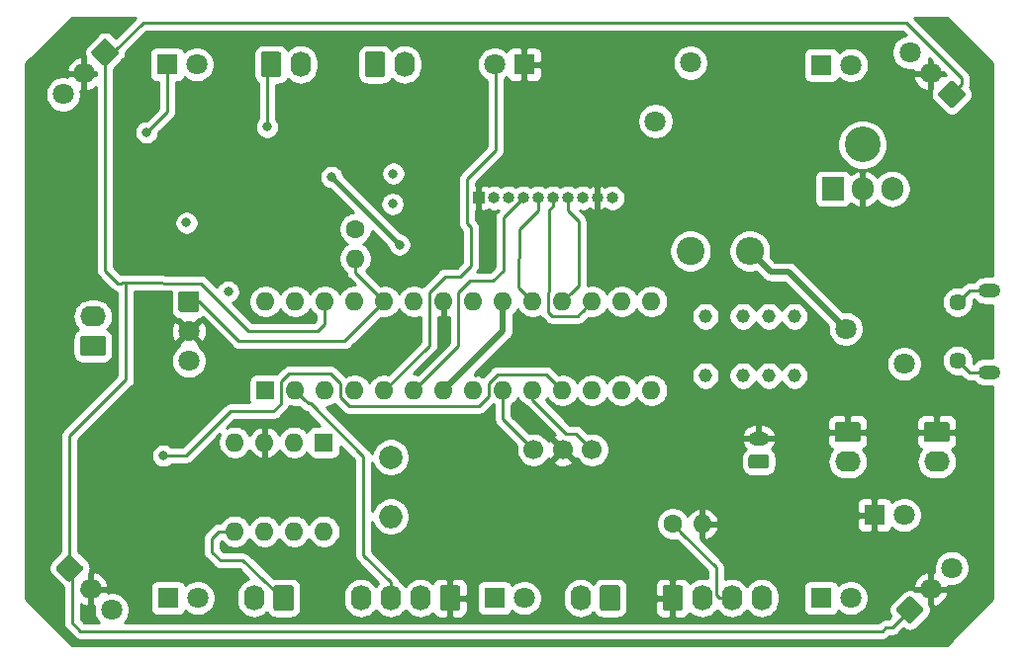
<source format=gbr>
G04 #@! TF.GenerationSoftware,KiCad,Pcbnew,5.1.5+dfsg1-2build2*
G04 #@! TF.CreationDate,2021-05-27T17:25:40+02:00*
G04 #@! TF.ProjectId,board,626f6172-642e-46b6-9963-61645f706362,rev?*
G04 #@! TF.SameCoordinates,Original*
G04 #@! TF.FileFunction,Copper,L1,Top*
G04 #@! TF.FilePolarity,Positive*
%FSLAX46Y46*%
G04 Gerber Fmt 4.6, Leading zero omitted, Abs format (unit mm)*
G04 Created by KiCad (PCBNEW 5.1.5+dfsg1-2build2) date 2021-05-27 17:25:40*
%MOMM*%
%LPD*%
G04 APERTURE LIST*
%ADD10C,1.800000*%
%ADD11C,1.700000*%
%ADD12C,0.100000*%
%ADD13C,3.048000*%
%ADD14O,1.905000X2.000000*%
%ADD15R,1.905000X2.000000*%
%ADD16O,2.200000X1.740000*%
%ADD17O,1.900000X1.200000*%
%ADD18C,1.450000*%
%ADD19O,1.600000X1.600000*%
%ADD20C,1.600000*%
%ADD21R,1.800000X1.800000*%
%ADD22O,1.740000X2.200000*%
%ADD23O,2.000000X2.000000*%
%ADD24C,2.000000*%
%ADD25R,1.600000X1.600000*%
%ADD26O,2.400000X2.400000*%
%ADD27C,2.400000*%
%ADD28C,1.168400*%
%ADD29O,1.000000X1.000000*%
%ADD30R,1.000000X1.000000*%
%ADD31O,1.750000X1.200000*%
%ADD32C,0.800000*%
%ADD33C,0.500000*%
%ADD34C,0.250000*%
%ADD35C,0.400000*%
%ADD36C,0.254000*%
G04 APERTURE END LIST*
D10*
X139500000Y-109000000D03*
X142500000Y-104000000D03*
X155782000Y-126794000D03*
X160782000Y-129794000D03*
D11*
X129070000Y-137160000D03*
X131570000Y-137160000D03*
X134070000Y-137160000D03*
D10*
X99568000Y-129540000D03*
X99568000Y-127000000D03*
G04 #@! TA.AperFunction,ComponentPad*
D12*
G36*
X100243947Y-123561196D02*
G01*
X100268060Y-123564773D01*
X100291707Y-123570696D01*
X100314659Y-123578908D01*
X100336695Y-123589331D01*
X100357604Y-123601863D01*
X100377183Y-123616384D01*
X100395245Y-123632755D01*
X100411616Y-123650817D01*
X100426137Y-123670396D01*
X100438669Y-123691305D01*
X100449092Y-123713341D01*
X100457304Y-123736293D01*
X100463227Y-123759940D01*
X100466804Y-123784053D01*
X100468000Y-123808400D01*
X100468000Y-125111600D01*
X100466804Y-125135947D01*
X100463227Y-125160060D01*
X100457304Y-125183707D01*
X100449092Y-125206659D01*
X100438669Y-125228695D01*
X100426137Y-125249604D01*
X100411616Y-125269183D01*
X100395245Y-125287245D01*
X100377183Y-125303616D01*
X100357604Y-125318137D01*
X100336695Y-125330669D01*
X100314659Y-125341092D01*
X100291707Y-125349304D01*
X100268060Y-125355227D01*
X100243947Y-125358804D01*
X100219600Y-125360000D01*
X98916400Y-125360000D01*
X98892053Y-125358804D01*
X98867940Y-125355227D01*
X98844293Y-125349304D01*
X98821341Y-125341092D01*
X98799305Y-125330669D01*
X98778396Y-125318137D01*
X98758817Y-125303616D01*
X98740755Y-125287245D01*
X98724384Y-125269183D01*
X98709863Y-125249604D01*
X98697331Y-125228695D01*
X98686908Y-125206659D01*
X98678696Y-125183707D01*
X98672773Y-125160060D01*
X98669196Y-125135947D01*
X98668000Y-125111600D01*
X98668000Y-123808400D01*
X98669196Y-123784053D01*
X98672773Y-123759940D01*
X98678696Y-123736293D01*
X98686908Y-123713341D01*
X98697331Y-123691305D01*
X98709863Y-123670396D01*
X98724384Y-123650817D01*
X98740755Y-123632755D01*
X98758817Y-123616384D01*
X98778396Y-123601863D01*
X98799305Y-123589331D01*
X98821341Y-123578908D01*
X98844293Y-123570696D01*
X98867940Y-123564773D01*
X98892053Y-123561196D01*
X98916400Y-123560000D01*
X100219600Y-123560000D01*
X100243947Y-123561196D01*
G37*
G04 #@! TD.AperFunction*
D13*
X157226000Y-110998000D03*
D14*
X159766000Y-114808000D03*
X157226000Y-114808000D03*
D15*
X154686000Y-114808000D03*
D16*
X155956000Y-138176000D03*
G04 #@! TA.AperFunction,ComponentPad*
D12*
G36*
X156830505Y-134767204D02*
G01*
X156854773Y-134770804D01*
X156878572Y-134776765D01*
X156901671Y-134785030D01*
X156923850Y-134795520D01*
X156944893Y-134808132D01*
X156964599Y-134822747D01*
X156982777Y-134839223D01*
X156999253Y-134857401D01*
X157013868Y-134877107D01*
X157026480Y-134898150D01*
X157036970Y-134920329D01*
X157045235Y-134943428D01*
X157051196Y-134967227D01*
X157054796Y-134991495D01*
X157056000Y-135015999D01*
X157056000Y-136256001D01*
X157054796Y-136280505D01*
X157051196Y-136304773D01*
X157045235Y-136328572D01*
X157036970Y-136351671D01*
X157026480Y-136373850D01*
X157013868Y-136394893D01*
X156999253Y-136414599D01*
X156982777Y-136432777D01*
X156964599Y-136449253D01*
X156944893Y-136463868D01*
X156923850Y-136476480D01*
X156901671Y-136486970D01*
X156878572Y-136495235D01*
X156854773Y-136501196D01*
X156830505Y-136504796D01*
X156806001Y-136506000D01*
X155105999Y-136506000D01*
X155081495Y-136504796D01*
X155057227Y-136501196D01*
X155033428Y-136495235D01*
X155010329Y-136486970D01*
X154988150Y-136476480D01*
X154967107Y-136463868D01*
X154947401Y-136449253D01*
X154929223Y-136432777D01*
X154912747Y-136414599D01*
X154898132Y-136394893D01*
X154885520Y-136373850D01*
X154875030Y-136351671D01*
X154866765Y-136328572D01*
X154860804Y-136304773D01*
X154857204Y-136280505D01*
X154856000Y-136256001D01*
X154856000Y-135015999D01*
X154857204Y-134991495D01*
X154860804Y-134967227D01*
X154866765Y-134943428D01*
X154875030Y-134920329D01*
X154885520Y-134898150D01*
X154898132Y-134877107D01*
X154912747Y-134857401D01*
X154929223Y-134839223D01*
X154947401Y-134822747D01*
X154967107Y-134808132D01*
X154988150Y-134795520D01*
X155010329Y-134785030D01*
X155033428Y-134776765D01*
X155057227Y-134770804D01*
X155081495Y-134767204D01*
X155105999Y-134766000D01*
X156806001Y-134766000D01*
X156830505Y-134767204D01*
G37*
G04 #@! TD.AperFunction*
D17*
X168048000Y-130516000D03*
X168048000Y-123516000D03*
D18*
X165348000Y-129516000D03*
X165348000Y-124516000D03*
D10*
X161263949Y-103113949D03*
X163060000Y-104910000D03*
G04 #@! TA.AperFunction,ComponentPad*
D12*
G36*
X164880398Y-105537345D02*
G01*
X164904511Y-105540922D01*
X164928158Y-105546845D01*
X164951110Y-105555057D01*
X164973146Y-105565480D01*
X164994055Y-105578012D01*
X165013634Y-105592533D01*
X165031696Y-105608904D01*
X165953198Y-106530406D01*
X165969569Y-106548468D01*
X165984090Y-106568047D01*
X165996622Y-106588956D01*
X166007045Y-106610992D01*
X166015257Y-106633944D01*
X166021180Y-106657591D01*
X166024757Y-106681704D01*
X166025953Y-106706051D01*
X166024757Y-106730398D01*
X166021180Y-106754511D01*
X166015257Y-106778158D01*
X166007045Y-106801110D01*
X165996622Y-106823146D01*
X165984090Y-106844055D01*
X165969569Y-106863634D01*
X165953198Y-106881696D01*
X165031696Y-107803198D01*
X165013634Y-107819569D01*
X164994055Y-107834090D01*
X164973146Y-107846622D01*
X164951110Y-107857045D01*
X164928158Y-107865257D01*
X164904511Y-107871180D01*
X164880398Y-107874757D01*
X164856051Y-107875953D01*
X164831704Y-107874757D01*
X164807591Y-107871180D01*
X164783944Y-107865257D01*
X164760992Y-107857045D01*
X164738956Y-107846622D01*
X164718047Y-107834090D01*
X164698468Y-107819569D01*
X164680406Y-107803198D01*
X163758904Y-106881696D01*
X163742533Y-106863634D01*
X163728012Y-106844055D01*
X163715480Y-106823146D01*
X163705057Y-106801110D01*
X163696845Y-106778158D01*
X163690922Y-106754511D01*
X163687345Y-106730398D01*
X163686149Y-106706051D01*
X163687345Y-106681704D01*
X163690922Y-106657591D01*
X163696845Y-106633944D01*
X163705057Y-106610992D01*
X163715480Y-106588956D01*
X163728012Y-106568047D01*
X163742533Y-106548468D01*
X163758904Y-106530406D01*
X164680406Y-105608904D01*
X164698468Y-105592533D01*
X164718047Y-105578012D01*
X164738956Y-105565480D01*
X164760992Y-105555057D01*
X164783944Y-105546845D01*
X164807591Y-105540922D01*
X164831704Y-105537345D01*
X164856051Y-105536149D01*
X164880398Y-105537345D01*
G37*
G04 #@! TD.AperFunction*
D10*
X164856051Y-147293949D03*
X163060000Y-149090000D03*
G04 #@! TA.AperFunction,ComponentPad*
D12*
G36*
X161288296Y-149717345D02*
G01*
X161312409Y-149720922D01*
X161336056Y-149726845D01*
X161359008Y-149735057D01*
X161381044Y-149745480D01*
X161401953Y-149758012D01*
X161421532Y-149772533D01*
X161439594Y-149788904D01*
X162361096Y-150710406D01*
X162377467Y-150728468D01*
X162391988Y-150748047D01*
X162404520Y-150768956D01*
X162414943Y-150790992D01*
X162423155Y-150813944D01*
X162429078Y-150837591D01*
X162432655Y-150861704D01*
X162433851Y-150886051D01*
X162432655Y-150910398D01*
X162429078Y-150934511D01*
X162423155Y-150958158D01*
X162414943Y-150981110D01*
X162404520Y-151003146D01*
X162391988Y-151024055D01*
X162377467Y-151043634D01*
X162361096Y-151061696D01*
X161439594Y-151983198D01*
X161421532Y-151999569D01*
X161401953Y-152014090D01*
X161381044Y-152026622D01*
X161359008Y-152037045D01*
X161336056Y-152045257D01*
X161312409Y-152051180D01*
X161288296Y-152054757D01*
X161263949Y-152055953D01*
X161239602Y-152054757D01*
X161215489Y-152051180D01*
X161191842Y-152045257D01*
X161168890Y-152037045D01*
X161146854Y-152026622D01*
X161125945Y-152014090D01*
X161106366Y-151999569D01*
X161088304Y-151983198D01*
X160166802Y-151061696D01*
X160150431Y-151043634D01*
X160135910Y-151024055D01*
X160123378Y-151003146D01*
X160112955Y-150981110D01*
X160104743Y-150958158D01*
X160098820Y-150934511D01*
X160095243Y-150910398D01*
X160094047Y-150886051D01*
X160095243Y-150861704D01*
X160098820Y-150837591D01*
X160104743Y-150813944D01*
X160112955Y-150790992D01*
X160123378Y-150768956D01*
X160135910Y-150748047D01*
X160150431Y-150728468D01*
X160166802Y-150710406D01*
X161088304Y-149788904D01*
X161106366Y-149772533D01*
X161125945Y-149758012D01*
X161146854Y-149745480D01*
X161168890Y-149735057D01*
X161191842Y-149726845D01*
X161215489Y-149720922D01*
X161239602Y-149717345D01*
X161263949Y-149716149D01*
X161288296Y-149717345D01*
G37*
G04 #@! TD.AperFunction*
D19*
X143510000Y-143510000D03*
D20*
X140970000Y-143510000D03*
D10*
X156240000Y-104200000D03*
D21*
X153700000Y-104200000D03*
D10*
X156210000Y-149860000D03*
D21*
X153670000Y-149860000D03*
D22*
X148590000Y-149860000D03*
X146050000Y-149860000D03*
X143510000Y-149860000D03*
G04 #@! TA.AperFunction,ComponentPad*
D12*
G36*
X141614505Y-148761204D02*
G01*
X141638773Y-148764804D01*
X141662572Y-148770765D01*
X141685671Y-148779030D01*
X141707850Y-148789520D01*
X141728893Y-148802132D01*
X141748599Y-148816747D01*
X141766777Y-148833223D01*
X141783253Y-148851401D01*
X141797868Y-148871107D01*
X141810480Y-148892150D01*
X141820970Y-148914329D01*
X141829235Y-148937428D01*
X141835196Y-148961227D01*
X141838796Y-148985495D01*
X141840000Y-149009999D01*
X141840000Y-150710001D01*
X141838796Y-150734505D01*
X141835196Y-150758773D01*
X141829235Y-150782572D01*
X141820970Y-150805671D01*
X141810480Y-150827850D01*
X141797868Y-150848893D01*
X141783253Y-150868599D01*
X141766777Y-150886777D01*
X141748599Y-150903253D01*
X141728893Y-150917868D01*
X141707850Y-150930480D01*
X141685671Y-150940970D01*
X141662572Y-150949235D01*
X141638773Y-150955196D01*
X141614505Y-150958796D01*
X141590001Y-150960000D01*
X140349999Y-150960000D01*
X140325495Y-150958796D01*
X140301227Y-150955196D01*
X140277428Y-150949235D01*
X140254329Y-150940970D01*
X140232150Y-150930480D01*
X140211107Y-150917868D01*
X140191401Y-150903253D01*
X140173223Y-150886777D01*
X140156747Y-150868599D01*
X140142132Y-150848893D01*
X140129520Y-150827850D01*
X140119030Y-150805671D01*
X140110765Y-150782572D01*
X140104804Y-150758773D01*
X140101204Y-150734505D01*
X140100000Y-150710001D01*
X140100000Y-149009999D01*
X140101204Y-148985495D01*
X140104804Y-148961227D01*
X140110765Y-148937428D01*
X140119030Y-148914329D01*
X140129520Y-148892150D01*
X140142132Y-148871107D01*
X140156747Y-148851401D01*
X140173223Y-148833223D01*
X140191401Y-148816747D01*
X140211107Y-148802132D01*
X140232150Y-148789520D01*
X140254329Y-148779030D01*
X140277428Y-148770765D01*
X140301227Y-148764804D01*
X140325495Y-148761204D01*
X140349999Y-148760000D01*
X141590001Y-148760000D01*
X141614505Y-148761204D01*
G37*
G04 #@! TD.AperFunction*
D16*
X163576000Y-138176000D03*
G04 #@! TA.AperFunction,ComponentPad*
D12*
G36*
X164450505Y-134767204D02*
G01*
X164474773Y-134770804D01*
X164498572Y-134776765D01*
X164521671Y-134785030D01*
X164543850Y-134795520D01*
X164564893Y-134808132D01*
X164584599Y-134822747D01*
X164602777Y-134839223D01*
X164619253Y-134857401D01*
X164633868Y-134877107D01*
X164646480Y-134898150D01*
X164656970Y-134920329D01*
X164665235Y-134943428D01*
X164671196Y-134967227D01*
X164674796Y-134991495D01*
X164676000Y-135015999D01*
X164676000Y-136256001D01*
X164674796Y-136280505D01*
X164671196Y-136304773D01*
X164665235Y-136328572D01*
X164656970Y-136351671D01*
X164646480Y-136373850D01*
X164633868Y-136394893D01*
X164619253Y-136414599D01*
X164602777Y-136432777D01*
X164584599Y-136449253D01*
X164564893Y-136463868D01*
X164543850Y-136476480D01*
X164521671Y-136486970D01*
X164498572Y-136495235D01*
X164474773Y-136501196D01*
X164450505Y-136504796D01*
X164426001Y-136506000D01*
X162725999Y-136506000D01*
X162701495Y-136504796D01*
X162677227Y-136501196D01*
X162653428Y-136495235D01*
X162630329Y-136486970D01*
X162608150Y-136476480D01*
X162587107Y-136463868D01*
X162567401Y-136449253D01*
X162549223Y-136432777D01*
X162532747Y-136414599D01*
X162518132Y-136394893D01*
X162505520Y-136373850D01*
X162495030Y-136351671D01*
X162486765Y-136328572D01*
X162480804Y-136304773D01*
X162477204Y-136280505D01*
X162476000Y-136256001D01*
X162476000Y-135015999D01*
X162477204Y-134991495D01*
X162480804Y-134967227D01*
X162486765Y-134943428D01*
X162495030Y-134920329D01*
X162505520Y-134898150D01*
X162518132Y-134877107D01*
X162532747Y-134857401D01*
X162549223Y-134839223D01*
X162567401Y-134822747D01*
X162587107Y-134808132D01*
X162608150Y-134795520D01*
X162630329Y-134785030D01*
X162653428Y-134776765D01*
X162677227Y-134770804D01*
X162701495Y-134767204D01*
X162725999Y-134766000D01*
X164426001Y-134766000D01*
X164450505Y-134767204D01*
G37*
G04 #@! TD.AperFunction*
D22*
X114300000Y-149860000D03*
X116840000Y-149860000D03*
X119380000Y-149860000D03*
G04 #@! TA.AperFunction,ComponentPad*
D12*
G36*
X122564505Y-148761204D02*
G01*
X122588773Y-148764804D01*
X122612572Y-148770765D01*
X122635671Y-148779030D01*
X122657850Y-148789520D01*
X122678893Y-148802132D01*
X122698599Y-148816747D01*
X122716777Y-148833223D01*
X122733253Y-148851401D01*
X122747868Y-148871107D01*
X122760480Y-148892150D01*
X122770970Y-148914329D01*
X122779235Y-148937428D01*
X122785196Y-148961227D01*
X122788796Y-148985495D01*
X122790000Y-149009999D01*
X122790000Y-150710001D01*
X122788796Y-150734505D01*
X122785196Y-150758773D01*
X122779235Y-150782572D01*
X122770970Y-150805671D01*
X122760480Y-150827850D01*
X122747868Y-150848893D01*
X122733253Y-150868599D01*
X122716777Y-150886777D01*
X122698599Y-150903253D01*
X122678893Y-150917868D01*
X122657850Y-150930480D01*
X122635671Y-150940970D01*
X122612572Y-150949235D01*
X122588773Y-150955196D01*
X122564505Y-150958796D01*
X122540001Y-150960000D01*
X121299999Y-150960000D01*
X121275495Y-150958796D01*
X121251227Y-150955196D01*
X121227428Y-150949235D01*
X121204329Y-150940970D01*
X121182150Y-150930480D01*
X121161107Y-150917868D01*
X121141401Y-150903253D01*
X121123223Y-150886777D01*
X121106747Y-150868599D01*
X121092132Y-150848893D01*
X121079520Y-150827850D01*
X121069030Y-150805671D01*
X121060765Y-150782572D01*
X121054804Y-150758773D01*
X121051204Y-150734505D01*
X121050000Y-150710001D01*
X121050000Y-149009999D01*
X121051204Y-148985495D01*
X121054804Y-148961227D01*
X121060765Y-148937428D01*
X121069030Y-148914329D01*
X121079520Y-148892150D01*
X121092132Y-148871107D01*
X121106747Y-148851401D01*
X121123223Y-148833223D01*
X121141401Y-148816747D01*
X121161107Y-148802132D01*
X121182150Y-148789520D01*
X121204329Y-148779030D01*
X121227428Y-148770765D01*
X121251227Y-148764804D01*
X121275495Y-148761204D01*
X121299999Y-148760000D01*
X122540001Y-148760000D01*
X122564505Y-148761204D01*
G37*
G04 #@! TD.AperFunction*
D23*
X116840000Y-142875000D03*
D24*
X116840000Y-137795000D03*
D19*
X111125000Y-144145000D03*
X103505000Y-136525000D03*
X108585000Y-144145000D03*
X106045000Y-136525000D03*
X106045000Y-144145000D03*
X108585000Y-136525000D03*
X103505000Y-144145000D03*
D25*
X111125000Y-136525000D03*
D10*
X92956051Y-150886051D03*
X91160000Y-149090000D03*
G04 #@! TA.AperFunction,ComponentPad*
D12*
G36*
X89388296Y-146125243D02*
G01*
X89412409Y-146128820D01*
X89436056Y-146134743D01*
X89459008Y-146142955D01*
X89481044Y-146153378D01*
X89501953Y-146165910D01*
X89521532Y-146180431D01*
X89539594Y-146196802D01*
X90461096Y-147118304D01*
X90477467Y-147136366D01*
X90491988Y-147155945D01*
X90504520Y-147176854D01*
X90514943Y-147198890D01*
X90523155Y-147221842D01*
X90529078Y-147245489D01*
X90532655Y-147269602D01*
X90533851Y-147293949D01*
X90532655Y-147318296D01*
X90529078Y-147342409D01*
X90523155Y-147366056D01*
X90514943Y-147389008D01*
X90504520Y-147411044D01*
X90491988Y-147431953D01*
X90477467Y-147451532D01*
X90461096Y-147469594D01*
X89539594Y-148391096D01*
X89521532Y-148407467D01*
X89501953Y-148421988D01*
X89481044Y-148434520D01*
X89459008Y-148444943D01*
X89436056Y-148453155D01*
X89412409Y-148459078D01*
X89388296Y-148462655D01*
X89363949Y-148463851D01*
X89339602Y-148462655D01*
X89315489Y-148459078D01*
X89291842Y-148453155D01*
X89268890Y-148444943D01*
X89246854Y-148434520D01*
X89225945Y-148421988D01*
X89206366Y-148407467D01*
X89188304Y-148391096D01*
X88266802Y-147469594D01*
X88250431Y-147451532D01*
X88235910Y-147431953D01*
X88223378Y-147411044D01*
X88212955Y-147389008D01*
X88204743Y-147366056D01*
X88198820Y-147342409D01*
X88195243Y-147318296D01*
X88194047Y-147293949D01*
X88195243Y-147269602D01*
X88198820Y-147245489D01*
X88204743Y-147221842D01*
X88212955Y-147198890D01*
X88223378Y-147176854D01*
X88235910Y-147155945D01*
X88250431Y-147136366D01*
X88266802Y-147118304D01*
X89188304Y-146196802D01*
X89206366Y-146180431D01*
X89225945Y-146165910D01*
X89246854Y-146153378D01*
X89268890Y-146142955D01*
X89291842Y-146134743D01*
X89315489Y-146128820D01*
X89339602Y-146125243D01*
X89363949Y-146124047D01*
X89388296Y-146125243D01*
G37*
G04 #@! TD.AperFunction*
D10*
X88808949Y-106706051D03*
X90605000Y-104910000D03*
G04 #@! TA.AperFunction,ComponentPad*
D12*
G36*
X92425398Y-101945243D02*
G01*
X92449511Y-101948820D01*
X92473158Y-101954743D01*
X92496110Y-101962955D01*
X92518146Y-101973378D01*
X92539055Y-101985910D01*
X92558634Y-102000431D01*
X92576696Y-102016802D01*
X93498198Y-102938304D01*
X93514569Y-102956366D01*
X93529090Y-102975945D01*
X93541622Y-102996854D01*
X93552045Y-103018890D01*
X93560257Y-103041842D01*
X93566180Y-103065489D01*
X93569757Y-103089602D01*
X93570953Y-103113949D01*
X93569757Y-103138296D01*
X93566180Y-103162409D01*
X93560257Y-103186056D01*
X93552045Y-103209008D01*
X93541622Y-103231044D01*
X93529090Y-103251953D01*
X93514569Y-103271532D01*
X93498198Y-103289594D01*
X92576696Y-104211096D01*
X92558634Y-104227467D01*
X92539055Y-104241988D01*
X92518146Y-104254520D01*
X92496110Y-104264943D01*
X92473158Y-104273155D01*
X92449511Y-104279078D01*
X92425398Y-104282655D01*
X92401051Y-104283851D01*
X92376704Y-104282655D01*
X92352591Y-104279078D01*
X92328944Y-104273155D01*
X92305992Y-104264943D01*
X92283956Y-104254520D01*
X92263047Y-104241988D01*
X92243468Y-104227467D01*
X92225406Y-104211096D01*
X91303904Y-103289594D01*
X91287533Y-103271532D01*
X91273012Y-103251953D01*
X91260480Y-103231044D01*
X91250057Y-103209008D01*
X91241845Y-103186056D01*
X91235922Y-103162409D01*
X91232345Y-103138296D01*
X91231149Y-103113949D01*
X91232345Y-103089602D01*
X91235922Y-103065489D01*
X91241845Y-103041842D01*
X91250057Y-103018890D01*
X91260480Y-102996854D01*
X91273012Y-102975945D01*
X91287533Y-102956366D01*
X91303904Y-102938304D01*
X92225406Y-102016802D01*
X92243468Y-102000431D01*
X92263047Y-101985910D01*
X92283956Y-101973378D01*
X92305992Y-101962955D01*
X92328944Y-101954743D01*
X92352591Y-101948820D01*
X92376704Y-101945243D01*
X92401051Y-101944047D01*
X92425398Y-101945243D01*
G37*
G04 #@! TD.AperFunction*
D19*
X106140000Y-124460000D03*
X139160000Y-132080000D03*
X108680000Y-124460000D03*
X136620000Y-132080000D03*
X111220000Y-124460000D03*
X134080000Y-132080000D03*
X113760000Y-124460000D03*
X131540000Y-132080000D03*
X116300000Y-124460000D03*
X129000000Y-132080000D03*
X118840000Y-124460000D03*
X126460000Y-132080000D03*
X121380000Y-124460000D03*
X123920000Y-132080000D03*
X123920000Y-124460000D03*
X121380000Y-132080000D03*
X126460000Y-124460000D03*
X118840000Y-132080000D03*
X129000000Y-124460000D03*
X116300000Y-132080000D03*
X131540000Y-124460000D03*
X113760000Y-132080000D03*
X134080000Y-124460000D03*
X111220000Y-132080000D03*
X136620000Y-124460000D03*
X108680000Y-132080000D03*
X139160000Y-124460000D03*
D25*
X106140000Y-132080000D03*
D19*
X113792000Y-120777000D03*
D20*
X113792000Y-118237000D03*
D26*
X147574000Y-120142000D03*
D27*
X142494000Y-120142000D03*
D28*
X143776400Y-125730000D03*
X146976800Y-125730000D03*
X149176801Y-125730000D03*
X151376799Y-125730000D03*
X151376799Y-130810000D03*
X149176801Y-130810000D03*
X146976800Y-130810000D03*
X143776400Y-130810000D03*
D22*
X105140000Y-149860000D03*
G04 #@! TA.AperFunction,ComponentPad*
D12*
G36*
X108324505Y-148761204D02*
G01*
X108348773Y-148764804D01*
X108372572Y-148770765D01*
X108395671Y-148779030D01*
X108417850Y-148789520D01*
X108438893Y-148802132D01*
X108458599Y-148816747D01*
X108476777Y-148833223D01*
X108493253Y-148851401D01*
X108507868Y-148871107D01*
X108520480Y-148892150D01*
X108530970Y-148914329D01*
X108539235Y-148937428D01*
X108545196Y-148961227D01*
X108548796Y-148985495D01*
X108550000Y-149009999D01*
X108550000Y-150710001D01*
X108548796Y-150734505D01*
X108545196Y-150758773D01*
X108539235Y-150782572D01*
X108530970Y-150805671D01*
X108520480Y-150827850D01*
X108507868Y-150848893D01*
X108493253Y-150868599D01*
X108476777Y-150886777D01*
X108458599Y-150903253D01*
X108438893Y-150917868D01*
X108417850Y-150930480D01*
X108395671Y-150940970D01*
X108372572Y-150949235D01*
X108348773Y-150955196D01*
X108324505Y-150958796D01*
X108300001Y-150960000D01*
X107059999Y-150960000D01*
X107035495Y-150958796D01*
X107011227Y-150955196D01*
X106987428Y-150949235D01*
X106964329Y-150940970D01*
X106942150Y-150930480D01*
X106921107Y-150917868D01*
X106901401Y-150903253D01*
X106883223Y-150886777D01*
X106866747Y-150868599D01*
X106852132Y-150848893D01*
X106839520Y-150827850D01*
X106829030Y-150805671D01*
X106820765Y-150782572D01*
X106814804Y-150758773D01*
X106811204Y-150734505D01*
X106810000Y-150710001D01*
X106810000Y-149009999D01*
X106811204Y-148985495D01*
X106814804Y-148961227D01*
X106820765Y-148937428D01*
X106829030Y-148914329D01*
X106839520Y-148892150D01*
X106852132Y-148871107D01*
X106866747Y-148851401D01*
X106883223Y-148833223D01*
X106901401Y-148816747D01*
X106921107Y-148802132D01*
X106942150Y-148789520D01*
X106964329Y-148779030D01*
X106987428Y-148770765D01*
X107011227Y-148764804D01*
X107035495Y-148761204D01*
X107059999Y-148760000D01*
X108300001Y-148760000D01*
X108324505Y-148761204D01*
G37*
G04 #@! TD.AperFunction*
D22*
X118030000Y-104140000D03*
G04 #@! TA.AperFunction,ComponentPad*
D12*
G36*
X116134505Y-103041204D02*
G01*
X116158773Y-103044804D01*
X116182572Y-103050765D01*
X116205671Y-103059030D01*
X116227850Y-103069520D01*
X116248893Y-103082132D01*
X116268599Y-103096747D01*
X116286777Y-103113223D01*
X116303253Y-103131401D01*
X116317868Y-103151107D01*
X116330480Y-103172150D01*
X116340970Y-103194329D01*
X116349235Y-103217428D01*
X116355196Y-103241227D01*
X116358796Y-103265495D01*
X116360000Y-103289999D01*
X116360000Y-104990001D01*
X116358796Y-105014505D01*
X116355196Y-105038773D01*
X116349235Y-105062572D01*
X116340970Y-105085671D01*
X116330480Y-105107850D01*
X116317868Y-105128893D01*
X116303253Y-105148599D01*
X116286777Y-105166777D01*
X116268599Y-105183253D01*
X116248893Y-105197868D01*
X116227850Y-105210480D01*
X116205671Y-105220970D01*
X116182572Y-105229235D01*
X116158773Y-105235196D01*
X116134505Y-105238796D01*
X116110001Y-105240000D01*
X114869999Y-105240000D01*
X114845495Y-105238796D01*
X114821227Y-105235196D01*
X114797428Y-105229235D01*
X114774329Y-105220970D01*
X114752150Y-105210480D01*
X114731107Y-105197868D01*
X114711401Y-105183253D01*
X114693223Y-105166777D01*
X114676747Y-105148599D01*
X114662132Y-105128893D01*
X114649520Y-105107850D01*
X114639030Y-105085671D01*
X114630765Y-105062572D01*
X114624804Y-105038773D01*
X114621204Y-105014505D01*
X114620000Y-104990001D01*
X114620000Y-103289999D01*
X114621204Y-103265495D01*
X114624804Y-103241227D01*
X114630765Y-103217428D01*
X114639030Y-103194329D01*
X114649520Y-103172150D01*
X114662132Y-103151107D01*
X114676747Y-103131401D01*
X114693223Y-103113223D01*
X114711401Y-103096747D01*
X114731107Y-103082132D01*
X114752150Y-103069520D01*
X114774329Y-103059030D01*
X114797428Y-103050765D01*
X114821227Y-103044804D01*
X114845495Y-103041204D01*
X114869999Y-103040000D01*
X116110001Y-103040000D01*
X116134505Y-103041204D01*
G37*
G04 #@! TD.AperFunction*
D22*
X133080000Y-149860000D03*
G04 #@! TA.AperFunction,ComponentPad*
D12*
G36*
X136264505Y-148761204D02*
G01*
X136288773Y-148764804D01*
X136312572Y-148770765D01*
X136335671Y-148779030D01*
X136357850Y-148789520D01*
X136378893Y-148802132D01*
X136398599Y-148816747D01*
X136416777Y-148833223D01*
X136433253Y-148851401D01*
X136447868Y-148871107D01*
X136460480Y-148892150D01*
X136470970Y-148914329D01*
X136479235Y-148937428D01*
X136485196Y-148961227D01*
X136488796Y-148985495D01*
X136490000Y-149009999D01*
X136490000Y-150710001D01*
X136488796Y-150734505D01*
X136485196Y-150758773D01*
X136479235Y-150782572D01*
X136470970Y-150805671D01*
X136460480Y-150827850D01*
X136447868Y-150848893D01*
X136433253Y-150868599D01*
X136416777Y-150886777D01*
X136398599Y-150903253D01*
X136378893Y-150917868D01*
X136357850Y-150930480D01*
X136335671Y-150940970D01*
X136312572Y-150949235D01*
X136288773Y-150955196D01*
X136264505Y-150958796D01*
X136240001Y-150960000D01*
X134999999Y-150960000D01*
X134975495Y-150958796D01*
X134951227Y-150955196D01*
X134927428Y-150949235D01*
X134904329Y-150940970D01*
X134882150Y-150930480D01*
X134861107Y-150917868D01*
X134841401Y-150903253D01*
X134823223Y-150886777D01*
X134806747Y-150868599D01*
X134792132Y-150848893D01*
X134779520Y-150827850D01*
X134769030Y-150805671D01*
X134760765Y-150782572D01*
X134754804Y-150758773D01*
X134751204Y-150734505D01*
X134750000Y-150710001D01*
X134750000Y-149009999D01*
X134751204Y-148985495D01*
X134754804Y-148961227D01*
X134760765Y-148937428D01*
X134769030Y-148914329D01*
X134779520Y-148892150D01*
X134792132Y-148871107D01*
X134806747Y-148851401D01*
X134823223Y-148833223D01*
X134841401Y-148816747D01*
X134861107Y-148802132D01*
X134882150Y-148789520D01*
X134904329Y-148779030D01*
X134927428Y-148770765D01*
X134951227Y-148764804D01*
X134975495Y-148761204D01*
X134999999Y-148760000D01*
X136240001Y-148760000D01*
X136264505Y-148761204D01*
G37*
G04 #@! TD.AperFunction*
D16*
X91360000Y-125730000D03*
G04 #@! TA.AperFunction,ComponentPad*
D12*
G36*
X92234505Y-127401204D02*
G01*
X92258773Y-127404804D01*
X92282572Y-127410765D01*
X92305671Y-127419030D01*
X92327850Y-127429520D01*
X92348893Y-127442132D01*
X92368599Y-127456747D01*
X92386777Y-127473223D01*
X92403253Y-127491401D01*
X92417868Y-127511107D01*
X92430480Y-127532150D01*
X92440970Y-127554329D01*
X92449235Y-127577428D01*
X92455196Y-127601227D01*
X92458796Y-127625495D01*
X92460000Y-127649999D01*
X92460000Y-128890001D01*
X92458796Y-128914505D01*
X92455196Y-128938773D01*
X92449235Y-128962572D01*
X92440970Y-128985671D01*
X92430480Y-129007850D01*
X92417868Y-129028893D01*
X92403253Y-129048599D01*
X92386777Y-129066777D01*
X92368599Y-129083253D01*
X92348893Y-129097868D01*
X92327850Y-129110480D01*
X92305671Y-129120970D01*
X92282572Y-129129235D01*
X92258773Y-129135196D01*
X92234505Y-129138796D01*
X92210001Y-129140000D01*
X90509999Y-129140000D01*
X90485495Y-129138796D01*
X90461227Y-129135196D01*
X90437428Y-129129235D01*
X90414329Y-129120970D01*
X90392150Y-129110480D01*
X90371107Y-129097868D01*
X90351401Y-129083253D01*
X90333223Y-129066777D01*
X90316747Y-129048599D01*
X90302132Y-129028893D01*
X90289520Y-129007850D01*
X90279030Y-128985671D01*
X90270765Y-128962572D01*
X90264804Y-128938773D01*
X90261204Y-128914505D01*
X90260000Y-128890001D01*
X90260000Y-127649999D01*
X90261204Y-127625495D01*
X90264804Y-127601227D01*
X90270765Y-127577428D01*
X90279030Y-127554329D01*
X90289520Y-127532150D01*
X90302132Y-127511107D01*
X90316747Y-127491401D01*
X90333223Y-127473223D01*
X90351401Y-127456747D01*
X90371107Y-127442132D01*
X90392150Y-127429520D01*
X90414329Y-127419030D01*
X90437428Y-127410765D01*
X90461227Y-127404804D01*
X90485495Y-127401204D01*
X90509999Y-127400000D01*
X92210001Y-127400000D01*
X92234505Y-127401204D01*
G37*
G04 #@! TD.AperFunction*
D29*
X135810000Y-115570000D03*
X134540000Y-115570000D03*
X133270000Y-115570000D03*
X132000000Y-115570000D03*
X130730000Y-115570000D03*
X129460000Y-115570000D03*
X128190000Y-115570000D03*
X126920000Y-115570000D03*
X125650000Y-115570000D03*
D30*
X124380000Y-115570000D03*
D31*
X148336000Y-136176000D03*
G04 #@! TA.AperFunction,ComponentPad*
D12*
G36*
X148985505Y-137577204D02*
G01*
X149009773Y-137580804D01*
X149033572Y-137586765D01*
X149056671Y-137595030D01*
X149078850Y-137605520D01*
X149099893Y-137618132D01*
X149119599Y-137632747D01*
X149137777Y-137649223D01*
X149154253Y-137667401D01*
X149168868Y-137687107D01*
X149181480Y-137708150D01*
X149191970Y-137730329D01*
X149200235Y-137753428D01*
X149206196Y-137777227D01*
X149209796Y-137801495D01*
X149211000Y-137825999D01*
X149211000Y-138526001D01*
X149209796Y-138550505D01*
X149206196Y-138574773D01*
X149200235Y-138598572D01*
X149191970Y-138621671D01*
X149181480Y-138643850D01*
X149168868Y-138664893D01*
X149154253Y-138684599D01*
X149137777Y-138702777D01*
X149119599Y-138719253D01*
X149099893Y-138733868D01*
X149078850Y-138746480D01*
X149056671Y-138756970D01*
X149033572Y-138765235D01*
X149009773Y-138771196D01*
X148985505Y-138774796D01*
X148961001Y-138776000D01*
X147710999Y-138776000D01*
X147686495Y-138774796D01*
X147662227Y-138771196D01*
X147638428Y-138765235D01*
X147615329Y-138756970D01*
X147593150Y-138746480D01*
X147572107Y-138733868D01*
X147552401Y-138719253D01*
X147534223Y-138702777D01*
X147517747Y-138684599D01*
X147503132Y-138664893D01*
X147490520Y-138643850D01*
X147480030Y-138621671D01*
X147471765Y-138598572D01*
X147465804Y-138574773D01*
X147462204Y-138550505D01*
X147461000Y-138526001D01*
X147461000Y-137825999D01*
X147462204Y-137801495D01*
X147465804Y-137777227D01*
X147471765Y-137753428D01*
X147480030Y-137730329D01*
X147490520Y-137708150D01*
X147503132Y-137687107D01*
X147517747Y-137667401D01*
X147534223Y-137649223D01*
X147552401Y-137632747D01*
X147572107Y-137618132D01*
X147593150Y-137605520D01*
X147615329Y-137595030D01*
X147638428Y-137586765D01*
X147662227Y-137580804D01*
X147686495Y-137577204D01*
X147710999Y-137576000D01*
X148961001Y-137576000D01*
X148985505Y-137577204D01*
G37*
G04 #@! TD.AperFunction*
D22*
X109140000Y-104140000D03*
G04 #@! TA.AperFunction,ComponentPad*
D12*
G36*
X107244505Y-103041204D02*
G01*
X107268773Y-103044804D01*
X107292572Y-103050765D01*
X107315671Y-103059030D01*
X107337850Y-103069520D01*
X107358893Y-103082132D01*
X107378599Y-103096747D01*
X107396777Y-103113223D01*
X107413253Y-103131401D01*
X107427868Y-103151107D01*
X107440480Y-103172150D01*
X107450970Y-103194329D01*
X107459235Y-103217428D01*
X107465196Y-103241227D01*
X107468796Y-103265495D01*
X107470000Y-103289999D01*
X107470000Y-104990001D01*
X107468796Y-105014505D01*
X107465196Y-105038773D01*
X107459235Y-105062572D01*
X107450970Y-105085671D01*
X107440480Y-105107850D01*
X107427868Y-105128893D01*
X107413253Y-105148599D01*
X107396777Y-105166777D01*
X107378599Y-105183253D01*
X107358893Y-105197868D01*
X107337850Y-105210480D01*
X107315671Y-105220970D01*
X107292572Y-105229235D01*
X107268773Y-105235196D01*
X107244505Y-105238796D01*
X107220001Y-105240000D01*
X105979999Y-105240000D01*
X105955495Y-105238796D01*
X105931227Y-105235196D01*
X105907428Y-105229235D01*
X105884329Y-105220970D01*
X105862150Y-105210480D01*
X105841107Y-105197868D01*
X105821401Y-105183253D01*
X105803223Y-105166777D01*
X105786747Y-105148599D01*
X105772132Y-105128893D01*
X105759520Y-105107850D01*
X105749030Y-105085671D01*
X105740765Y-105062572D01*
X105734804Y-105038773D01*
X105731204Y-105014505D01*
X105730000Y-104990001D01*
X105730000Y-103289999D01*
X105731204Y-103265495D01*
X105734804Y-103241227D01*
X105740765Y-103217428D01*
X105749030Y-103194329D01*
X105759520Y-103172150D01*
X105772132Y-103151107D01*
X105786747Y-103131401D01*
X105803223Y-103113223D01*
X105821401Y-103096747D01*
X105841107Y-103082132D01*
X105862150Y-103069520D01*
X105884329Y-103059030D01*
X105907428Y-103050765D01*
X105931227Y-103044804D01*
X105955495Y-103041204D01*
X105979999Y-103040000D01*
X107220001Y-103040000D01*
X107244505Y-103041204D01*
G37*
G04 #@! TD.AperFunction*
D10*
X100250000Y-104140000D03*
D21*
X97710000Y-104140000D03*
D10*
X100330000Y-149860000D03*
D21*
X97790000Y-149860000D03*
D10*
X160782000Y-142748000D03*
D21*
X158242000Y-142748000D03*
D10*
X125730000Y-104140000D03*
D21*
X128270000Y-104140000D03*
D10*
X128270000Y-149860000D03*
D21*
X125730000Y-149860000D03*
D32*
X104360000Y-116140000D03*
X117580000Y-119582500D03*
X111789500Y-113792000D03*
X102940000Y-123610000D03*
X99360000Y-117710000D03*
X117050000Y-113500000D03*
X95960000Y-109960000D03*
X97402000Y-137668000D03*
X117000000Y-116090000D03*
X106270000Y-109490000D03*
D33*
X126460000Y-127000000D02*
X126460000Y-124460000D01*
X121380000Y-132080000D02*
X126460000Y-127000000D01*
D34*
X123698000Y-121190001D02*
X123698000Y-120729599D01*
X123698000Y-121412000D02*
X123698000Y-121158000D01*
X121488200Y-122301000D02*
X122809000Y-122301000D01*
X120142000Y-123647200D02*
X121488200Y-122301000D01*
X122809000Y-122301000D02*
X123698000Y-121412000D01*
X120142000Y-128238000D02*
X120142000Y-123647200D01*
X116300000Y-132080000D02*
X120142000Y-128238000D01*
X125830001Y-104240001D02*
X125730000Y-104140000D01*
X125830001Y-111507599D02*
X125830001Y-104240001D01*
X123380500Y-113957100D02*
X125830001Y-111507599D01*
X123380500Y-117792500D02*
X123380500Y-113957100D01*
X123698000Y-118110000D02*
X123380500Y-117792500D01*
X123698000Y-120624600D02*
X123698000Y-118110000D01*
D35*
X111789500Y-113792000D02*
X111789500Y-113792000D01*
X117580000Y-119582500D02*
X111789500Y-113792000D01*
D34*
X132905500Y-123094500D02*
X132339999Y-123660001D01*
X132905500Y-117602000D02*
X132905500Y-123094500D01*
X132000000Y-116696500D02*
X132905500Y-117602000D01*
X132339999Y-123660001D02*
X131540000Y-124460000D01*
X132000000Y-115570000D02*
X132000000Y-116696500D01*
X132842000Y-125730000D02*
X132969000Y-125603000D01*
X130683000Y-125730000D02*
X132842000Y-125730000D01*
X130302000Y-125349000D02*
X130683000Y-125730000D01*
X132954999Y-125585001D02*
X133280001Y-125259999D01*
X130302000Y-123698000D02*
X130302000Y-125349000D01*
X130414999Y-123585001D02*
X130302000Y-123698000D01*
X132969000Y-125603000D02*
X132954999Y-125585001D01*
X130414999Y-116592107D02*
X130414999Y-123585001D01*
X130730000Y-116277106D02*
X130414999Y-116592107D01*
X133280001Y-125259999D02*
X134080000Y-124460000D01*
X130730000Y-115570000D02*
X130730000Y-116277106D01*
X128200001Y-123660001D02*
X129000000Y-124460000D01*
X127762000Y-123222000D02*
X128200001Y-123660001D01*
X129460000Y-116277106D02*
X129476500Y-116293606D01*
X129460000Y-115570000D02*
X129460000Y-116277106D01*
X129476500Y-116649500D02*
X127825500Y-118300500D01*
X129476500Y-116293606D02*
X129476500Y-116649500D01*
X127825500Y-118300500D02*
X127762000Y-123222000D01*
X126492000Y-117268000D02*
X128190000Y-115570000D01*
X123596400Y-122682000D02*
X125603000Y-122682000D01*
X126492000Y-121793000D02*
X126492000Y-117268000D01*
X122631200Y-123647200D02*
X123596400Y-122682000D01*
X122631200Y-128288800D02*
X122631200Y-123647200D01*
X125603000Y-122682000D02*
X126492000Y-121793000D01*
X118840000Y-132080000D02*
X122631200Y-128288800D01*
X126920000Y-115570000D02*
X126873000Y-115570000D01*
X118840000Y-124555000D02*
X118840000Y-124460000D01*
X97710000Y-108210000D02*
X95960000Y-109960000D01*
X97710000Y-104140000D02*
X97710000Y-108210000D01*
X103142000Y-133858000D02*
X99332000Y-137668000D01*
X131540000Y-132080000D02*
X130143000Y-130683000D01*
X108127800Y-130632200D02*
X107442000Y-131318000D01*
X125984000Y-130683000D02*
X125222000Y-131445000D01*
X112522000Y-132689600D02*
X112522000Y-131445000D01*
X106807000Y-133858000D02*
X103142000Y-133858000D01*
X125222000Y-131445000D02*
X125222000Y-132588000D01*
X125222000Y-132588000D02*
X124383800Y-133426200D01*
X124383800Y-133426200D02*
X113258600Y-133426200D01*
X130143000Y-130683000D02*
X125984000Y-130683000D01*
X111709200Y-130632200D02*
X108127800Y-130632200D01*
X113258600Y-133426200D02*
X112522000Y-132689600D01*
X99332000Y-137668000D02*
X97402000Y-137668000D01*
X107442000Y-131318000D02*
X107442000Y-133223000D01*
X112522000Y-131445000D02*
X111709200Y-130632200D01*
X107442000Y-133223000D02*
X106807000Y-133858000D01*
X97402000Y-137668000D02*
X97332000Y-137668000D01*
X159750000Y-152400000D02*
X161263949Y-150886051D01*
X158900000Y-152700000D02*
X159200000Y-152400000D01*
X159200000Y-152400000D02*
X159750000Y-152400000D01*
X90300000Y-152700000D02*
X158900000Y-152700000D01*
X89563949Y-151963949D02*
X90300000Y-152700000D01*
X89563949Y-147093949D02*
X89563949Y-151963949D01*
X89863949Y-146793949D02*
X89563949Y-147093949D01*
X165700000Y-105862102D02*
X164356051Y-107206051D01*
X165700000Y-105299980D02*
X165700000Y-105862102D01*
X160950010Y-100549990D02*
X165700000Y-105299980D01*
X93237447Y-102962553D02*
X95650010Y-100549990D01*
X95650010Y-100549990D02*
X160950010Y-100549990D01*
X92552447Y-102962553D02*
X93237447Y-102962553D01*
X92401051Y-103113949D02*
X92552447Y-102962553D01*
X110600000Y-127000000D02*
X104700000Y-127000000D01*
X111200000Y-126400000D02*
X110600000Y-127000000D01*
X104700000Y-127000000D02*
X100636000Y-122936000D01*
X111200000Y-124480000D02*
X111200000Y-126400000D01*
X111220000Y-124460000D02*
X111200000Y-124480000D01*
X92401051Y-121801051D02*
X93500000Y-122900000D01*
X92401051Y-103113949D02*
X92401051Y-121801051D01*
X89363949Y-147293949D02*
X89363949Y-135966051D01*
X94180000Y-131150000D02*
X94180000Y-122810000D01*
X89363949Y-135966051D02*
X94180000Y-131150000D01*
X94180000Y-122810000D02*
X93500000Y-122900000D01*
X100600000Y-122900000D02*
X94180000Y-122810000D01*
X129000000Y-132890000D02*
X129000000Y-132080000D01*
X131870000Y-135760000D02*
X129000000Y-132890000D01*
X132670000Y-135760000D02*
X131870000Y-135760000D01*
X134070000Y-137160000D02*
X132670000Y-135760000D01*
X126460000Y-133211370D02*
X126460000Y-132080000D01*
X126460000Y-134550000D02*
X126460000Y-133211370D01*
X129070000Y-137160000D02*
X126460000Y-134550000D01*
X102268230Y-146659600D02*
X104165400Y-146659600D01*
X101520000Y-145911370D02*
X102268230Y-146659600D01*
X101520000Y-144780000D02*
X101520000Y-145911370D01*
X107680000Y-150030000D02*
X104165400Y-146659600D01*
X102155000Y-144145000D02*
X103505000Y-144145000D01*
X101520000Y-144780000D02*
X102155000Y-144145000D01*
X106270000Y-104470000D02*
X106600000Y-104140000D01*
X106270000Y-109490000D02*
X106270000Y-104470000D01*
X113792000Y-121952000D02*
X113792000Y-120777000D01*
X116300000Y-124460000D02*
X113792000Y-121952000D01*
X141769999Y-144309999D02*
X140970000Y-143510000D01*
X144705010Y-149635010D02*
X144705010Y-147245010D01*
X144930000Y-149860000D02*
X144705010Y-149635010D01*
X144705010Y-147245010D02*
X141769999Y-144309999D01*
X146050000Y-149860000D02*
X144930000Y-149860000D01*
X100468000Y-124460000D02*
X103858000Y-127850000D01*
X99568000Y-124460000D02*
X100468000Y-124460000D01*
X112910000Y-127850000D02*
X116300000Y-124460000D01*
X103858000Y-127850000D02*
X112910000Y-127850000D01*
D33*
X150908000Y-121920000D02*
X155782000Y-126794000D01*
X149352000Y-121920000D02*
X150908000Y-121920000D01*
X147574000Y-120142000D02*
X149352000Y-121920000D01*
D34*
X109479999Y-132879999D02*
X108680000Y-132080000D01*
X109990003Y-133205001D02*
X114500000Y-137714998D01*
X109805001Y-133205001D02*
X109990003Y-133205001D01*
X108680000Y-132080000D02*
X109805001Y-133205001D01*
X116840000Y-148510000D02*
X116840000Y-149860000D01*
X114500000Y-146170000D02*
X116840000Y-148510000D01*
X114500000Y-137714998D02*
X114500000Y-146170000D01*
X166348000Y-130516000D02*
X168048000Y-130516000D01*
X165348000Y-129516000D02*
X166348000Y-130516000D01*
X166348000Y-123516000D02*
X168048000Y-123516000D01*
X165348000Y-124516000D02*
X166348000Y-123516000D01*
D36*
G36*
X93293731Y-101831467D02*
G01*
X93027881Y-101565617D01*
X92893548Y-101455372D01*
X92740289Y-101373454D01*
X92573993Y-101323008D01*
X92401051Y-101305975D01*
X92228109Y-101323008D01*
X92061813Y-101373454D01*
X91908554Y-101455372D01*
X91774221Y-101565617D01*
X90852719Y-102487119D01*
X90742474Y-102621452D01*
X90660556Y-102774711D01*
X90610110Y-102941007D01*
X90593077Y-103113949D01*
X90610110Y-103286891D01*
X90660556Y-103453187D01*
X90732000Y-103586850D01*
X90732000Y-104603392D01*
X90619141Y-104716251D01*
X90798749Y-104895859D01*
X90911608Y-104783000D01*
X91641051Y-104783000D01*
X91641051Y-105037000D01*
X90911608Y-105037000D01*
X90798749Y-104924141D01*
X90619141Y-105103749D01*
X90732000Y-105216608D01*
X90732000Y-106287836D01*
X90970906Y-106408397D01*
X91256198Y-106308221D01*
X91516465Y-106154312D01*
X91597304Y-106081912D01*
X91605422Y-106090030D01*
X91641051Y-106054401D01*
X91641052Y-121763718D01*
X91637375Y-121801051D01*
X91641052Y-121838384D01*
X91652049Y-121950037D01*
X91660062Y-121976454D01*
X91695505Y-122093297D01*
X91766077Y-122225327D01*
X91837252Y-122312053D01*
X91861051Y-122341052D01*
X91890049Y-122364850D01*
X92918725Y-123393527D01*
X92926185Y-123403922D01*
X92971555Y-123446357D01*
X92988997Y-123463799D01*
X92998840Y-123471877D01*
X93035521Y-123506185D01*
X93056567Y-123519252D01*
X93075724Y-123534974D01*
X93120041Y-123558662D01*
X93162707Y-123585153D01*
X93185893Y-123593862D01*
X93207753Y-123605546D01*
X93255838Y-123620132D01*
X93302854Y-123637791D01*
X93327300Y-123641810D01*
X93351014Y-123649003D01*
X93401019Y-123653928D01*
X93420001Y-123657049D01*
X93420000Y-130835198D01*
X88852947Y-135402252D01*
X88823949Y-135426050D01*
X88800151Y-135455048D01*
X88800150Y-135455049D01*
X88728975Y-135541775D01*
X88658403Y-135673805D01*
X88646999Y-135711401D01*
X88614947Y-135817065D01*
X88605683Y-135911119D01*
X88600273Y-135966051D01*
X88603950Y-136003383D01*
X88603949Y-145878787D01*
X87815617Y-146667119D01*
X87705372Y-146801452D01*
X87623454Y-146954711D01*
X87573008Y-147121007D01*
X87555975Y-147293949D01*
X87573008Y-147466891D01*
X87623454Y-147633187D01*
X87705372Y-147786446D01*
X87815617Y-147920779D01*
X88737119Y-148842281D01*
X88803949Y-148897128D01*
X88803950Y-151926617D01*
X88800273Y-151963949D01*
X88803950Y-152001282D01*
X88814947Y-152112935D01*
X88828129Y-152156391D01*
X88858403Y-152256195D01*
X88928975Y-152388225D01*
X88984544Y-152455935D01*
X89023949Y-152503950D01*
X89052947Y-152527748D01*
X89736201Y-153211002D01*
X89759999Y-153240001D01*
X89875724Y-153334974D01*
X90007753Y-153405546D01*
X90151014Y-153449003D01*
X90262667Y-153460000D01*
X90262676Y-153460000D01*
X90299999Y-153463676D01*
X90337322Y-153460000D01*
X158862678Y-153460000D01*
X158900000Y-153463676D01*
X158937322Y-153460000D01*
X158937333Y-153460000D01*
X159048986Y-153449003D01*
X159192247Y-153405546D01*
X159324276Y-153334974D01*
X159440001Y-153240001D01*
X159463804Y-153210997D01*
X159514801Y-153160000D01*
X159712678Y-153160000D01*
X159750000Y-153163676D01*
X159787322Y-153160000D01*
X159787333Y-153160000D01*
X159898986Y-153149003D01*
X160042247Y-153105546D01*
X160174276Y-153034974D01*
X160290001Y-152940001D01*
X160313804Y-152910997D01*
X160721318Y-152503484D01*
X160771452Y-152544628D01*
X160924711Y-152626546D01*
X161091007Y-152676992D01*
X161263949Y-152694025D01*
X161436891Y-152676992D01*
X161603187Y-152626546D01*
X161756446Y-152544628D01*
X161890779Y-152434383D01*
X162812281Y-151512881D01*
X162922526Y-151378548D01*
X163004444Y-151225289D01*
X163054890Y-151058993D01*
X163071923Y-150886051D01*
X163054890Y-150713109D01*
X163004444Y-150546813D01*
X162933000Y-150413150D01*
X162933000Y-149396608D01*
X163045859Y-149283749D01*
X162979110Y-149217000D01*
X163187000Y-149217000D01*
X163187000Y-150467836D01*
X163425906Y-150588397D01*
X163711198Y-150488221D01*
X163971465Y-150334312D01*
X164196705Y-150132585D01*
X164378262Y-149890792D01*
X164509159Y-149618225D01*
X164558397Y-149455906D01*
X164437836Y-149217000D01*
X163187000Y-149217000D01*
X162979110Y-149217000D01*
X162866251Y-149104141D01*
X162753392Y-149217000D01*
X161736850Y-149217000D01*
X161603187Y-149145556D01*
X161436891Y-149095110D01*
X161263949Y-149078077D01*
X161091007Y-149095110D01*
X160924711Y-149145556D01*
X160771452Y-149227474D01*
X160637119Y-149337719D01*
X159715617Y-150259221D01*
X159605372Y-150393554D01*
X159523454Y-150546813D01*
X159473008Y-150713109D01*
X159455975Y-150886051D01*
X159473008Y-151058993D01*
X159523454Y-151225289D01*
X159605372Y-151378548D01*
X159646516Y-151428682D01*
X159435199Y-151640000D01*
X159237322Y-151640000D01*
X159199999Y-151636324D01*
X159162676Y-151640000D01*
X159162667Y-151640000D01*
X159051014Y-151650997D01*
X158907753Y-151694454D01*
X158775724Y-151765026D01*
X158659999Y-151859999D01*
X158636196Y-151889003D01*
X158585199Y-151940000D01*
X94072919Y-151940000D01*
X94148363Y-151864556D01*
X94316350Y-151613146D01*
X94432062Y-151333794D01*
X94491051Y-151037235D01*
X94491051Y-150734867D01*
X94432062Y-150438308D01*
X94316350Y-150158956D01*
X94148363Y-149907546D01*
X93934556Y-149693739D01*
X93683146Y-149525752D01*
X93403794Y-149410040D01*
X93107235Y-149351051D01*
X92804867Y-149351051D01*
X92623671Y-149387093D01*
X92537836Y-149217000D01*
X91466608Y-149217000D01*
X91353749Y-149104141D01*
X91174141Y-149283749D01*
X91287000Y-149396608D01*
X91287000Y-150467836D01*
X91457093Y-150553671D01*
X91421051Y-150734867D01*
X91421051Y-151037235D01*
X91480040Y-151333794D01*
X91595752Y-151613146D01*
X91763739Y-151864556D01*
X91839183Y-151940000D01*
X90614802Y-151940000D01*
X90323949Y-151649148D01*
X90323949Y-150381787D01*
X90359208Y-150408262D01*
X90631775Y-150539159D01*
X90794094Y-150588397D01*
X91033000Y-150467836D01*
X91033000Y-149396608D01*
X91145859Y-149283749D01*
X90966251Y-149104141D01*
X90853392Y-149217000D01*
X90323949Y-149217000D01*
X90323949Y-148963000D01*
X90853392Y-148963000D01*
X90966251Y-149075859D01*
X91145859Y-148896251D01*
X91033000Y-148783392D01*
X91033000Y-147766850D01*
X91062230Y-147712164D01*
X91287000Y-147712164D01*
X91287000Y-148963000D01*
X92537836Y-148963000D01*
X92539349Y-148960000D01*
X96251928Y-148960000D01*
X96251928Y-150760000D01*
X96264188Y-150884482D01*
X96300498Y-151004180D01*
X96359463Y-151114494D01*
X96438815Y-151211185D01*
X96535506Y-151290537D01*
X96645820Y-151349502D01*
X96765518Y-151385812D01*
X96890000Y-151398072D01*
X98690000Y-151398072D01*
X98814482Y-151385812D01*
X98934180Y-151349502D01*
X99044494Y-151290537D01*
X99141185Y-151211185D01*
X99220537Y-151114494D01*
X99279502Y-151004180D01*
X99285056Y-150985873D01*
X99351495Y-151052312D01*
X99602905Y-151220299D01*
X99882257Y-151336011D01*
X100178816Y-151395000D01*
X100481184Y-151395000D01*
X100777743Y-151336011D01*
X101057095Y-151220299D01*
X101308505Y-151052312D01*
X101522312Y-150838505D01*
X101690299Y-150587095D01*
X101806011Y-150307743D01*
X101865000Y-150011184D01*
X101865000Y-149708816D01*
X101806011Y-149412257D01*
X101690299Y-149132905D01*
X101522312Y-148881495D01*
X101308505Y-148667688D01*
X101057095Y-148499701D01*
X100777743Y-148383989D01*
X100481184Y-148325000D01*
X100178816Y-148325000D01*
X99882257Y-148383989D01*
X99602905Y-148499701D01*
X99351495Y-148667688D01*
X99285056Y-148734127D01*
X99279502Y-148715820D01*
X99220537Y-148605506D01*
X99141185Y-148508815D01*
X99044494Y-148429463D01*
X98934180Y-148370498D01*
X98814482Y-148334188D01*
X98690000Y-148321928D01*
X96890000Y-148321928D01*
X96765518Y-148334188D01*
X96645820Y-148370498D01*
X96535506Y-148429463D01*
X96438815Y-148508815D01*
X96359463Y-148605506D01*
X96300498Y-148715820D01*
X96264188Y-148835518D01*
X96251928Y-148960000D01*
X92539349Y-148960000D01*
X92658397Y-148724094D01*
X92558221Y-148438802D01*
X92404312Y-148178535D01*
X92202585Y-147953295D01*
X91960792Y-147771738D01*
X91688225Y-147640841D01*
X91525906Y-147591603D01*
X91287000Y-147712164D01*
X91062230Y-147712164D01*
X91104444Y-147633187D01*
X91154890Y-147466891D01*
X91171923Y-147293949D01*
X91154890Y-147121007D01*
X91104444Y-146954711D01*
X91022526Y-146801452D01*
X90912281Y-146667119D01*
X90123949Y-145878787D01*
X90123949Y-144780000D01*
X100756324Y-144780000D01*
X100760000Y-144817323D01*
X100760001Y-145874038D01*
X100756324Y-145911370D01*
X100760001Y-145948703D01*
X100770998Y-146060356D01*
X100779506Y-146088403D01*
X100814454Y-146203616D01*
X100885026Y-146335646D01*
X100956201Y-146422372D01*
X100980000Y-146451371D01*
X101008998Y-146475169D01*
X101704431Y-147170602D01*
X101728229Y-147199601D01*
X101757227Y-147223399D01*
X101843953Y-147294574D01*
X101975983Y-147365146D01*
X102119244Y-147408603D01*
X102230897Y-147419600D01*
X102230907Y-147419600D01*
X102268229Y-147423276D01*
X102305552Y-147419600D01*
X103859882Y-147419600D01*
X104672672Y-148199042D01*
X104561276Y-148232834D01*
X104299822Y-148372583D01*
X104070655Y-148560655D01*
X103882583Y-148789821D01*
X103742834Y-149051275D01*
X103656776Y-149334968D01*
X103635000Y-149556064D01*
X103635000Y-150163935D01*
X103656776Y-150385031D01*
X103742834Y-150668724D01*
X103882583Y-150930178D01*
X104070655Y-151159345D01*
X104299821Y-151347417D01*
X104561275Y-151487166D01*
X104844968Y-151573224D01*
X105140000Y-151602282D01*
X105435031Y-151573224D01*
X105718724Y-151487166D01*
X105980178Y-151347417D01*
X106209345Y-151159345D01*
X106263066Y-151093886D01*
X106321595Y-151203387D01*
X106432038Y-151337962D01*
X106566613Y-151448405D01*
X106720149Y-151530472D01*
X106886745Y-151581008D01*
X107059999Y-151598072D01*
X108300001Y-151598072D01*
X108473255Y-151581008D01*
X108639851Y-151530472D01*
X108793387Y-151448405D01*
X108927962Y-151337962D01*
X109038405Y-151203387D01*
X109120472Y-151049851D01*
X109171008Y-150883255D01*
X109188072Y-150710001D01*
X109188072Y-149009999D01*
X109171008Y-148836745D01*
X109120472Y-148670149D01*
X109038405Y-148516613D01*
X108927962Y-148382038D01*
X108793387Y-148271595D01*
X108639851Y-148189528D01*
X108473255Y-148138992D01*
X108300001Y-148121928D01*
X107059999Y-148121928D01*
X106886745Y-148138992D01*
X106825496Y-148157571D01*
X104724136Y-146142427D01*
X104705401Y-146119599D01*
X104670242Y-146090745D01*
X104664485Y-146085224D01*
X104641381Y-146067059D01*
X104589676Y-146024626D01*
X104582597Y-146020842D01*
X104576287Y-146015881D01*
X104516668Y-145985602D01*
X104457647Y-145954054D01*
X104449959Y-145951722D01*
X104442808Y-145948090D01*
X104378438Y-145930027D01*
X104314386Y-145910597D01*
X104306394Y-145909810D01*
X104298669Y-145907642D01*
X104232000Y-145902483D01*
X104202733Y-145899600D01*
X104194752Y-145899600D01*
X104149409Y-145896091D01*
X104120091Y-145899600D01*
X102583032Y-145899600D01*
X102280000Y-145596569D01*
X102280000Y-145094801D01*
X102360194Y-145014608D01*
X102390363Y-145059759D01*
X102590241Y-145259637D01*
X102825273Y-145416680D01*
X103086426Y-145524853D01*
X103363665Y-145580000D01*
X103646335Y-145580000D01*
X103923574Y-145524853D01*
X104184727Y-145416680D01*
X104419759Y-145259637D01*
X104619637Y-145059759D01*
X104775000Y-144827241D01*
X104930363Y-145059759D01*
X105130241Y-145259637D01*
X105365273Y-145416680D01*
X105626426Y-145524853D01*
X105903665Y-145580000D01*
X106186335Y-145580000D01*
X106463574Y-145524853D01*
X106724727Y-145416680D01*
X106959759Y-145259637D01*
X107159637Y-145059759D01*
X107315000Y-144827241D01*
X107470363Y-145059759D01*
X107670241Y-145259637D01*
X107905273Y-145416680D01*
X108166426Y-145524853D01*
X108443665Y-145580000D01*
X108726335Y-145580000D01*
X109003574Y-145524853D01*
X109264727Y-145416680D01*
X109499759Y-145259637D01*
X109699637Y-145059759D01*
X109855000Y-144827241D01*
X110010363Y-145059759D01*
X110210241Y-145259637D01*
X110445273Y-145416680D01*
X110706426Y-145524853D01*
X110983665Y-145580000D01*
X111266335Y-145580000D01*
X111543574Y-145524853D01*
X111804727Y-145416680D01*
X112039759Y-145259637D01*
X112239637Y-145059759D01*
X112396680Y-144824727D01*
X112504853Y-144563574D01*
X112560000Y-144286335D01*
X112560000Y-144003665D01*
X112504853Y-143726426D01*
X112396680Y-143465273D01*
X112239637Y-143230241D01*
X112039759Y-143030363D01*
X111804727Y-142873320D01*
X111543574Y-142765147D01*
X111266335Y-142710000D01*
X110983665Y-142710000D01*
X110706426Y-142765147D01*
X110445273Y-142873320D01*
X110210241Y-143030363D01*
X110010363Y-143230241D01*
X109855000Y-143462759D01*
X109699637Y-143230241D01*
X109499759Y-143030363D01*
X109264727Y-142873320D01*
X109003574Y-142765147D01*
X108726335Y-142710000D01*
X108443665Y-142710000D01*
X108166426Y-142765147D01*
X107905273Y-142873320D01*
X107670241Y-143030363D01*
X107470363Y-143230241D01*
X107315000Y-143462759D01*
X107159637Y-143230241D01*
X106959759Y-143030363D01*
X106724727Y-142873320D01*
X106463574Y-142765147D01*
X106186335Y-142710000D01*
X105903665Y-142710000D01*
X105626426Y-142765147D01*
X105365273Y-142873320D01*
X105130241Y-143030363D01*
X104930363Y-143230241D01*
X104775000Y-143462759D01*
X104619637Y-143230241D01*
X104419759Y-143030363D01*
X104184727Y-142873320D01*
X103923574Y-142765147D01*
X103646335Y-142710000D01*
X103363665Y-142710000D01*
X103086426Y-142765147D01*
X102825273Y-142873320D01*
X102590241Y-143030363D01*
X102390363Y-143230241D01*
X102286957Y-143385000D01*
X102192333Y-143385000D01*
X102155000Y-143381323D01*
X102117667Y-143385000D01*
X102006014Y-143395997D01*
X101862753Y-143439454D01*
X101730724Y-143510026D01*
X101614999Y-143604999D01*
X101591200Y-143633998D01*
X101009002Y-144216197D01*
X100979999Y-144239999D01*
X100924871Y-144307174D01*
X100885026Y-144355724D01*
X100848126Y-144424759D01*
X100814454Y-144487754D01*
X100770997Y-144631015D01*
X100760000Y-144742668D01*
X100760000Y-144742678D01*
X100756324Y-144780000D01*
X90123949Y-144780000D01*
X90123949Y-136280852D01*
X94691004Y-131713798D01*
X94720001Y-131690001D01*
X94814974Y-131574276D01*
X94885546Y-131442247D01*
X94929003Y-131298986D01*
X94940000Y-131187333D01*
X94940000Y-131187325D01*
X94943676Y-131150000D01*
X94940000Y-131112675D01*
X94940000Y-129388816D01*
X98033000Y-129388816D01*
X98033000Y-129691184D01*
X98091989Y-129987743D01*
X98207701Y-130267095D01*
X98375688Y-130518505D01*
X98589495Y-130732312D01*
X98840905Y-130900299D01*
X99120257Y-131016011D01*
X99416816Y-131075000D01*
X99719184Y-131075000D01*
X100015743Y-131016011D01*
X100295095Y-130900299D01*
X100546505Y-130732312D01*
X100760312Y-130518505D01*
X100928299Y-130267095D01*
X101044011Y-129987743D01*
X101103000Y-129691184D01*
X101103000Y-129388816D01*
X101044011Y-129092257D01*
X100928299Y-128812905D01*
X100760312Y-128561495D01*
X100546505Y-128347688D01*
X100392895Y-128245049D01*
X100452475Y-128064080D01*
X99568000Y-127179605D01*
X98683525Y-128064080D01*
X98743105Y-128245049D01*
X98589495Y-128347688D01*
X98375688Y-128561495D01*
X98207701Y-128812905D01*
X98091989Y-129092257D01*
X98033000Y-129388816D01*
X94940000Y-129388816D01*
X94940000Y-127066553D01*
X98027009Y-127066553D01*
X98069603Y-127365907D01*
X98169778Y-127651199D01*
X98249739Y-127800792D01*
X98503920Y-127884475D01*
X99388395Y-127000000D01*
X99747605Y-127000000D01*
X100632080Y-127884475D01*
X100886261Y-127800792D01*
X101017158Y-127528225D01*
X101092365Y-127235358D01*
X101108991Y-126933447D01*
X101066397Y-126634093D01*
X100966222Y-126348801D01*
X100886261Y-126199208D01*
X100632080Y-126115525D01*
X99747605Y-127000000D01*
X99388395Y-127000000D01*
X98503920Y-126115525D01*
X98249739Y-126199208D01*
X98118842Y-126471775D01*
X98043635Y-126764642D01*
X98027009Y-127066553D01*
X94940000Y-127066553D01*
X94940000Y-123580729D01*
X98050336Y-123624331D01*
X98046961Y-123635458D01*
X98029928Y-123808400D01*
X98029928Y-125111600D01*
X98046961Y-125284542D01*
X98097407Y-125450838D01*
X98179325Y-125604097D01*
X98289570Y-125738430D01*
X98423903Y-125848675D01*
X98577162Y-125930593D01*
X98722193Y-125974588D01*
X99568000Y-126820395D01*
X100413807Y-125974588D01*
X100558838Y-125930593D01*
X100712097Y-125848675D01*
X100750421Y-125817223D01*
X103294201Y-128361003D01*
X103317999Y-128390001D01*
X103346997Y-128413799D01*
X103433723Y-128484974D01*
X103538523Y-128540991D01*
X103565753Y-128555546D01*
X103709014Y-128599003D01*
X103820667Y-128610000D01*
X103820677Y-128610000D01*
X103858000Y-128613676D01*
X103895323Y-128610000D01*
X112872678Y-128610000D01*
X112910000Y-128613676D01*
X112947322Y-128610000D01*
X112947333Y-128610000D01*
X113058986Y-128599003D01*
X113202247Y-128555546D01*
X113334276Y-128484974D01*
X113450001Y-128390001D01*
X113473804Y-128360997D01*
X115976114Y-125858688D01*
X116158665Y-125895000D01*
X116441335Y-125895000D01*
X116718574Y-125839853D01*
X116979727Y-125731680D01*
X117214759Y-125574637D01*
X117414637Y-125374759D01*
X117570000Y-125142241D01*
X117725363Y-125374759D01*
X117925241Y-125574637D01*
X118160273Y-125731680D01*
X118421426Y-125839853D01*
X118698665Y-125895000D01*
X118981335Y-125895000D01*
X119258574Y-125839853D01*
X119382001Y-125788728D01*
X119382000Y-127923198D01*
X116623887Y-130681312D01*
X116441335Y-130645000D01*
X116158665Y-130645000D01*
X115881426Y-130700147D01*
X115620273Y-130808320D01*
X115385241Y-130965363D01*
X115185363Y-131165241D01*
X115030000Y-131397759D01*
X114874637Y-131165241D01*
X114674759Y-130965363D01*
X114439727Y-130808320D01*
X114178574Y-130700147D01*
X113901335Y-130645000D01*
X113618665Y-130645000D01*
X113341426Y-130700147D01*
X113080273Y-130808320D01*
X113008248Y-130856446D01*
X112273003Y-130121202D01*
X112249201Y-130092199D01*
X112133476Y-129997226D01*
X112001447Y-129926654D01*
X111858186Y-129883197D01*
X111746533Y-129872200D01*
X111746522Y-129872200D01*
X111709200Y-129868524D01*
X111671878Y-129872200D01*
X108165125Y-129872200D01*
X108127800Y-129868524D01*
X108090475Y-129872200D01*
X108090467Y-129872200D01*
X107978814Y-129883197D01*
X107835553Y-129926654D01*
X107703524Y-129997226D01*
X107587799Y-130092199D01*
X107564001Y-130121198D01*
X107034012Y-130651187D01*
X106940000Y-130641928D01*
X105340000Y-130641928D01*
X105215518Y-130654188D01*
X105095820Y-130690498D01*
X104985506Y-130749463D01*
X104888815Y-130828815D01*
X104809463Y-130925506D01*
X104750498Y-131035820D01*
X104714188Y-131155518D01*
X104701928Y-131280000D01*
X104701928Y-132880000D01*
X104714188Y-133004482D01*
X104742556Y-133098000D01*
X103179325Y-133098000D01*
X103142000Y-133094324D01*
X103104675Y-133098000D01*
X103104667Y-133098000D01*
X102993014Y-133108997D01*
X102849753Y-133152454D01*
X102717724Y-133223026D01*
X102601999Y-133317999D01*
X102578201Y-133346997D01*
X99017199Y-136908000D01*
X98105711Y-136908000D01*
X98061774Y-136864063D01*
X97892256Y-136750795D01*
X97703898Y-136672774D01*
X97503939Y-136633000D01*
X97300061Y-136633000D01*
X97100102Y-136672774D01*
X96911744Y-136750795D01*
X96742226Y-136864063D01*
X96598063Y-137008226D01*
X96484795Y-137177744D01*
X96406774Y-137366102D01*
X96367000Y-137566061D01*
X96367000Y-137769939D01*
X96406774Y-137969898D01*
X96484795Y-138158256D01*
X96598063Y-138327774D01*
X96742226Y-138471937D01*
X96911744Y-138585205D01*
X97100102Y-138663226D01*
X97300061Y-138703000D01*
X97503939Y-138703000D01*
X97703898Y-138663226D01*
X97892256Y-138585205D01*
X98061774Y-138471937D01*
X98105711Y-138428000D01*
X99294678Y-138428000D01*
X99332000Y-138431676D01*
X99369322Y-138428000D01*
X99369333Y-138428000D01*
X99480986Y-138417003D01*
X99624247Y-138373546D01*
X99756276Y-138302974D01*
X99872001Y-138208001D01*
X99895804Y-138178997D01*
X102240955Y-135833847D01*
X102233320Y-135845273D01*
X102125147Y-136106426D01*
X102070000Y-136383665D01*
X102070000Y-136666335D01*
X102125147Y-136943574D01*
X102233320Y-137204727D01*
X102390363Y-137439759D01*
X102590241Y-137639637D01*
X102825273Y-137796680D01*
X103086426Y-137904853D01*
X103363665Y-137960000D01*
X103646335Y-137960000D01*
X103923574Y-137904853D01*
X104184727Y-137796680D01*
X104419759Y-137639637D01*
X104619637Y-137439759D01*
X104776680Y-137204727D01*
X104781067Y-137194135D01*
X104892615Y-137380131D01*
X105081586Y-137588519D01*
X105307580Y-137756037D01*
X105561913Y-137876246D01*
X105695961Y-137916904D01*
X105918000Y-137794915D01*
X105918000Y-136652000D01*
X105898000Y-136652000D01*
X105898000Y-136398000D01*
X105918000Y-136398000D01*
X105918000Y-135255085D01*
X105695961Y-135133096D01*
X105561913Y-135173754D01*
X105307580Y-135293963D01*
X105081586Y-135461481D01*
X104892615Y-135669869D01*
X104781067Y-135855865D01*
X104776680Y-135845273D01*
X104619637Y-135610241D01*
X104419759Y-135410363D01*
X104184727Y-135253320D01*
X103923574Y-135145147D01*
X103646335Y-135090000D01*
X103363665Y-135090000D01*
X103086426Y-135145147D01*
X102825273Y-135253320D01*
X102813848Y-135260954D01*
X103456802Y-134618000D01*
X106769678Y-134618000D01*
X106807000Y-134621676D01*
X106844322Y-134618000D01*
X106844333Y-134618000D01*
X106955986Y-134607003D01*
X107099247Y-134563546D01*
X107231276Y-134492974D01*
X107347001Y-134398001D01*
X107370803Y-134368998D01*
X107953002Y-133786800D01*
X107982001Y-133763001D01*
X108076974Y-133647276D01*
X108147546Y-133515247D01*
X108175185Y-133424131D01*
X108261426Y-133459853D01*
X108538665Y-133515000D01*
X108821335Y-133515000D01*
X109003886Y-133478688D01*
X109241201Y-133716003D01*
X109265000Y-133745002D01*
X109380725Y-133839975D01*
X109512754Y-133910547D01*
X109656015Y-133954004D01*
X109665100Y-133954899D01*
X110797129Y-135086928D01*
X110325000Y-135086928D01*
X110200518Y-135099188D01*
X110080820Y-135135498D01*
X109970506Y-135194463D01*
X109873815Y-135273815D01*
X109794463Y-135370506D01*
X109735498Y-135480820D01*
X109699188Y-135600518D01*
X109698357Y-135608961D01*
X109499759Y-135410363D01*
X109264727Y-135253320D01*
X109003574Y-135145147D01*
X108726335Y-135090000D01*
X108443665Y-135090000D01*
X108166426Y-135145147D01*
X107905273Y-135253320D01*
X107670241Y-135410363D01*
X107470363Y-135610241D01*
X107313320Y-135845273D01*
X107308933Y-135855865D01*
X107197385Y-135669869D01*
X107008414Y-135461481D01*
X106782420Y-135293963D01*
X106528087Y-135173754D01*
X106394039Y-135133096D01*
X106172000Y-135255085D01*
X106172000Y-136398000D01*
X106192000Y-136398000D01*
X106192000Y-136652000D01*
X106172000Y-136652000D01*
X106172000Y-137794915D01*
X106394039Y-137916904D01*
X106528087Y-137876246D01*
X106782420Y-137756037D01*
X107008414Y-137588519D01*
X107197385Y-137380131D01*
X107308933Y-137194135D01*
X107313320Y-137204727D01*
X107470363Y-137439759D01*
X107670241Y-137639637D01*
X107905273Y-137796680D01*
X108166426Y-137904853D01*
X108443665Y-137960000D01*
X108726335Y-137960000D01*
X109003574Y-137904853D01*
X109264727Y-137796680D01*
X109499759Y-137639637D01*
X109698357Y-137441039D01*
X109699188Y-137449482D01*
X109735498Y-137569180D01*
X109794463Y-137679494D01*
X109873815Y-137776185D01*
X109970506Y-137855537D01*
X110080820Y-137914502D01*
X110200518Y-137950812D01*
X110325000Y-137963072D01*
X111925000Y-137963072D01*
X112049482Y-137950812D01*
X112169180Y-137914502D01*
X112279494Y-137855537D01*
X112376185Y-137776185D01*
X112455537Y-137679494D01*
X112514502Y-137569180D01*
X112550812Y-137449482D01*
X112563072Y-137325000D01*
X112563072Y-136852872D01*
X113740000Y-138029800D01*
X113740001Y-146132668D01*
X113736324Y-146170000D01*
X113750998Y-146318985D01*
X113794454Y-146462246D01*
X113865026Y-146594276D01*
X113931314Y-146675047D01*
X113960000Y-146710001D01*
X113988998Y-146733799D01*
X115795480Y-148540282D01*
X115770655Y-148560655D01*
X115582583Y-148789821D01*
X115570000Y-148813362D01*
X115557417Y-148789821D01*
X115369345Y-148560655D01*
X115140179Y-148372583D01*
X114878725Y-148232834D01*
X114595032Y-148146776D01*
X114300000Y-148117718D01*
X114004969Y-148146776D01*
X113721276Y-148232834D01*
X113459822Y-148372583D01*
X113230655Y-148560655D01*
X113042583Y-148789821D01*
X112902834Y-149051275D01*
X112816776Y-149334968D01*
X112795000Y-149556064D01*
X112795000Y-150163935D01*
X112816776Y-150385031D01*
X112902834Y-150668724D01*
X113042583Y-150930178D01*
X113230655Y-151159345D01*
X113459821Y-151347417D01*
X113721275Y-151487166D01*
X114004968Y-151573224D01*
X114300000Y-151602282D01*
X114595031Y-151573224D01*
X114878724Y-151487166D01*
X115140178Y-151347417D01*
X115369345Y-151159345D01*
X115557417Y-150930179D01*
X115570000Y-150906637D01*
X115582583Y-150930178D01*
X115770655Y-151159345D01*
X115999821Y-151347417D01*
X116261275Y-151487166D01*
X116544968Y-151573224D01*
X116840000Y-151602282D01*
X117135031Y-151573224D01*
X117418724Y-151487166D01*
X117680178Y-151347417D01*
X117909345Y-151159345D01*
X118097417Y-150930179D01*
X118110000Y-150906637D01*
X118122583Y-150930178D01*
X118310655Y-151159345D01*
X118539821Y-151347417D01*
X118801275Y-151487166D01*
X119084968Y-151573224D01*
X119380000Y-151602282D01*
X119675031Y-151573224D01*
X119958724Y-151487166D01*
X120220178Y-151347417D01*
X120447385Y-151160953D01*
X120460498Y-151204180D01*
X120519463Y-151314494D01*
X120598815Y-151411185D01*
X120695506Y-151490537D01*
X120805820Y-151549502D01*
X120925518Y-151585812D01*
X121050000Y-151598072D01*
X121634250Y-151595000D01*
X121793000Y-151436250D01*
X121793000Y-149987000D01*
X122047000Y-149987000D01*
X122047000Y-151436250D01*
X122205750Y-151595000D01*
X122790000Y-151598072D01*
X122914482Y-151585812D01*
X123034180Y-151549502D01*
X123144494Y-151490537D01*
X123241185Y-151411185D01*
X123320537Y-151314494D01*
X123379502Y-151204180D01*
X123415812Y-151084482D01*
X123428072Y-150960000D01*
X123425000Y-150145750D01*
X123266250Y-149987000D01*
X122047000Y-149987000D01*
X121793000Y-149987000D01*
X121773000Y-149987000D01*
X121773000Y-149733000D01*
X121793000Y-149733000D01*
X121793000Y-148283750D01*
X122047000Y-148283750D01*
X122047000Y-149733000D01*
X123266250Y-149733000D01*
X123425000Y-149574250D01*
X123427317Y-148960000D01*
X124191928Y-148960000D01*
X124191928Y-150760000D01*
X124204188Y-150884482D01*
X124240498Y-151004180D01*
X124299463Y-151114494D01*
X124378815Y-151211185D01*
X124475506Y-151290537D01*
X124585820Y-151349502D01*
X124705518Y-151385812D01*
X124830000Y-151398072D01*
X126630000Y-151398072D01*
X126754482Y-151385812D01*
X126874180Y-151349502D01*
X126984494Y-151290537D01*
X127081185Y-151211185D01*
X127160537Y-151114494D01*
X127219502Y-151004180D01*
X127225056Y-150985873D01*
X127291495Y-151052312D01*
X127542905Y-151220299D01*
X127822257Y-151336011D01*
X128118816Y-151395000D01*
X128421184Y-151395000D01*
X128717743Y-151336011D01*
X128997095Y-151220299D01*
X129248505Y-151052312D01*
X129462312Y-150838505D01*
X129630299Y-150587095D01*
X129746011Y-150307743D01*
X129805000Y-150011184D01*
X129805000Y-149708816D01*
X129774616Y-149556064D01*
X131575000Y-149556064D01*
X131575000Y-150163935D01*
X131596776Y-150385031D01*
X131682834Y-150668724D01*
X131822583Y-150930178D01*
X132010655Y-151159345D01*
X132239821Y-151347417D01*
X132501275Y-151487166D01*
X132784968Y-151573224D01*
X133080000Y-151602282D01*
X133375031Y-151573224D01*
X133658724Y-151487166D01*
X133920178Y-151347417D01*
X134149345Y-151159345D01*
X134203066Y-151093886D01*
X134261595Y-151203387D01*
X134372038Y-151337962D01*
X134506613Y-151448405D01*
X134660149Y-151530472D01*
X134826745Y-151581008D01*
X134999999Y-151598072D01*
X136240001Y-151598072D01*
X136413255Y-151581008D01*
X136579851Y-151530472D01*
X136733387Y-151448405D01*
X136867962Y-151337962D01*
X136978405Y-151203387D01*
X137060472Y-151049851D01*
X137087727Y-150960000D01*
X139461928Y-150960000D01*
X139474188Y-151084482D01*
X139510498Y-151204180D01*
X139569463Y-151314494D01*
X139648815Y-151411185D01*
X139745506Y-151490537D01*
X139855820Y-151549502D01*
X139975518Y-151585812D01*
X140100000Y-151598072D01*
X140684250Y-151595000D01*
X140843000Y-151436250D01*
X140843000Y-149987000D01*
X139623750Y-149987000D01*
X139465000Y-150145750D01*
X139461928Y-150960000D01*
X137087727Y-150960000D01*
X137111008Y-150883255D01*
X137128072Y-150710001D01*
X137128072Y-149009999D01*
X137111008Y-148836745D01*
X137087728Y-148760000D01*
X139461928Y-148760000D01*
X139465000Y-149574250D01*
X139623750Y-149733000D01*
X140843000Y-149733000D01*
X140843000Y-148283750D01*
X140684250Y-148125000D01*
X140100000Y-148121928D01*
X139975518Y-148134188D01*
X139855820Y-148170498D01*
X139745506Y-148229463D01*
X139648815Y-148308815D01*
X139569463Y-148405506D01*
X139510498Y-148515820D01*
X139474188Y-148635518D01*
X139461928Y-148760000D01*
X137087728Y-148760000D01*
X137060472Y-148670149D01*
X136978405Y-148516613D01*
X136867962Y-148382038D01*
X136733387Y-148271595D01*
X136579851Y-148189528D01*
X136413255Y-148138992D01*
X136240001Y-148121928D01*
X134999999Y-148121928D01*
X134826745Y-148138992D01*
X134660149Y-148189528D01*
X134506613Y-148271595D01*
X134372038Y-148382038D01*
X134261595Y-148516613D01*
X134203066Y-148626114D01*
X134149345Y-148560655D01*
X133920179Y-148372583D01*
X133658725Y-148232834D01*
X133375032Y-148146776D01*
X133080000Y-148117718D01*
X132784969Y-148146776D01*
X132501276Y-148232834D01*
X132239822Y-148372583D01*
X132010655Y-148560655D01*
X131822583Y-148789821D01*
X131682834Y-149051275D01*
X131596776Y-149334968D01*
X131575000Y-149556064D01*
X129774616Y-149556064D01*
X129746011Y-149412257D01*
X129630299Y-149132905D01*
X129462312Y-148881495D01*
X129248505Y-148667688D01*
X128997095Y-148499701D01*
X128717743Y-148383989D01*
X128421184Y-148325000D01*
X128118816Y-148325000D01*
X127822257Y-148383989D01*
X127542905Y-148499701D01*
X127291495Y-148667688D01*
X127225056Y-148734127D01*
X127219502Y-148715820D01*
X127160537Y-148605506D01*
X127081185Y-148508815D01*
X126984494Y-148429463D01*
X126874180Y-148370498D01*
X126754482Y-148334188D01*
X126630000Y-148321928D01*
X124830000Y-148321928D01*
X124705518Y-148334188D01*
X124585820Y-148370498D01*
X124475506Y-148429463D01*
X124378815Y-148508815D01*
X124299463Y-148605506D01*
X124240498Y-148715820D01*
X124204188Y-148835518D01*
X124191928Y-148960000D01*
X123427317Y-148960000D01*
X123428072Y-148760000D01*
X123415812Y-148635518D01*
X123379502Y-148515820D01*
X123320537Y-148405506D01*
X123241185Y-148308815D01*
X123144494Y-148229463D01*
X123034180Y-148170498D01*
X122914482Y-148134188D01*
X122790000Y-148121928D01*
X122205750Y-148125000D01*
X122047000Y-148283750D01*
X121793000Y-148283750D01*
X121634250Y-148125000D01*
X121050000Y-148121928D01*
X120925518Y-148134188D01*
X120805820Y-148170498D01*
X120695506Y-148229463D01*
X120598815Y-148308815D01*
X120519463Y-148405506D01*
X120460498Y-148515820D01*
X120447385Y-148559047D01*
X120220179Y-148372583D01*
X119958725Y-148232834D01*
X119675032Y-148146776D01*
X119380000Y-148117718D01*
X119084969Y-148146776D01*
X118801276Y-148232834D01*
X118539822Y-148372583D01*
X118310655Y-148560655D01*
X118122583Y-148789821D01*
X118110000Y-148813362D01*
X118097417Y-148789821D01*
X117909345Y-148560655D01*
X117680179Y-148372583D01*
X117575548Y-148316657D01*
X117545546Y-148217753D01*
X117474974Y-148085724D01*
X117380001Y-147969999D01*
X117351004Y-147946202D01*
X115260000Y-145855199D01*
X115260000Y-143312538D01*
X115267832Y-143351912D01*
X115391082Y-143649463D01*
X115570013Y-143917252D01*
X115797748Y-144144987D01*
X116065537Y-144323918D01*
X116363088Y-144447168D01*
X116678967Y-144510000D01*
X117001033Y-144510000D01*
X117316912Y-144447168D01*
X117614463Y-144323918D01*
X117882252Y-144144987D01*
X118109987Y-143917252D01*
X118288918Y-143649463D01*
X118405228Y-143368665D01*
X139535000Y-143368665D01*
X139535000Y-143651335D01*
X139590147Y-143928574D01*
X139698320Y-144189727D01*
X139855363Y-144424759D01*
X140055241Y-144624637D01*
X140290273Y-144781680D01*
X140551426Y-144889853D01*
X140828665Y-144945000D01*
X141111335Y-144945000D01*
X141293887Y-144908688D01*
X143945011Y-147559813D01*
X143945011Y-148189239D01*
X143805031Y-148146776D01*
X143510000Y-148117718D01*
X143214968Y-148146776D01*
X142931275Y-148232834D01*
X142669821Y-148372583D01*
X142442615Y-148559047D01*
X142429502Y-148515820D01*
X142370537Y-148405506D01*
X142291185Y-148308815D01*
X142194494Y-148229463D01*
X142084180Y-148170498D01*
X141964482Y-148134188D01*
X141840000Y-148121928D01*
X141255750Y-148125000D01*
X141097000Y-148283750D01*
X141097000Y-149733000D01*
X141117000Y-149733000D01*
X141117000Y-149987000D01*
X141097000Y-149987000D01*
X141097000Y-151436250D01*
X141255750Y-151595000D01*
X141840000Y-151598072D01*
X141964482Y-151585812D01*
X142084180Y-151549502D01*
X142194494Y-151490537D01*
X142291185Y-151411185D01*
X142370537Y-151314494D01*
X142429502Y-151204180D01*
X142442615Y-151160953D01*
X142669822Y-151347417D01*
X142931276Y-151487166D01*
X143214969Y-151573224D01*
X143510000Y-151602282D01*
X143805032Y-151573224D01*
X144088725Y-151487166D01*
X144350179Y-151347417D01*
X144579345Y-151159345D01*
X144767417Y-150930179D01*
X144780000Y-150906638D01*
X144792583Y-150930179D01*
X144980655Y-151159345D01*
X145209822Y-151347417D01*
X145471276Y-151487166D01*
X145754969Y-151573224D01*
X146050000Y-151602282D01*
X146345032Y-151573224D01*
X146628725Y-151487166D01*
X146890179Y-151347417D01*
X147119345Y-151159345D01*
X147307417Y-150930179D01*
X147320000Y-150906638D01*
X147332583Y-150930179D01*
X147520655Y-151159345D01*
X147749822Y-151347417D01*
X148011276Y-151487166D01*
X148294969Y-151573224D01*
X148590000Y-151602282D01*
X148885032Y-151573224D01*
X149168725Y-151487166D01*
X149430179Y-151347417D01*
X149659345Y-151159345D01*
X149847417Y-150930179D01*
X149987166Y-150668724D01*
X150073224Y-150385031D01*
X150095000Y-150163935D01*
X150095000Y-149556064D01*
X150073224Y-149334968D01*
X149987166Y-149051275D01*
X149938379Y-148960000D01*
X152131928Y-148960000D01*
X152131928Y-150760000D01*
X152144188Y-150884482D01*
X152180498Y-151004180D01*
X152239463Y-151114494D01*
X152318815Y-151211185D01*
X152415506Y-151290537D01*
X152525820Y-151349502D01*
X152645518Y-151385812D01*
X152770000Y-151398072D01*
X154570000Y-151398072D01*
X154694482Y-151385812D01*
X154814180Y-151349502D01*
X154924494Y-151290537D01*
X155021185Y-151211185D01*
X155100537Y-151114494D01*
X155159502Y-151004180D01*
X155165056Y-150985873D01*
X155231495Y-151052312D01*
X155482905Y-151220299D01*
X155762257Y-151336011D01*
X156058816Y-151395000D01*
X156361184Y-151395000D01*
X156657743Y-151336011D01*
X156937095Y-151220299D01*
X157188505Y-151052312D01*
X157402312Y-150838505D01*
X157570299Y-150587095D01*
X157686011Y-150307743D01*
X157745000Y-150011184D01*
X157745000Y-149708816D01*
X157686011Y-149412257D01*
X157570299Y-149132905D01*
X157402312Y-148881495D01*
X157244911Y-148724094D01*
X161561603Y-148724094D01*
X161682164Y-148963000D01*
X162933000Y-148963000D01*
X162933000Y-148896251D01*
X163074141Y-148896251D01*
X163253749Y-149075859D01*
X163366608Y-148963000D01*
X164437836Y-148963000D01*
X164523671Y-148792907D01*
X164704867Y-148828949D01*
X165007235Y-148828949D01*
X165303794Y-148769960D01*
X165583146Y-148654248D01*
X165834556Y-148486261D01*
X166048363Y-148272454D01*
X166216350Y-148021044D01*
X166332062Y-147741692D01*
X166391051Y-147445133D01*
X166391051Y-147142765D01*
X166332062Y-146846206D01*
X166216350Y-146566854D01*
X166048363Y-146315444D01*
X165834556Y-146101637D01*
X165583146Y-145933650D01*
X165303794Y-145817938D01*
X165007235Y-145758949D01*
X164704867Y-145758949D01*
X164408308Y-145817938D01*
X164128956Y-145933650D01*
X163877546Y-146101637D01*
X163663739Y-146315444D01*
X163495752Y-146566854D01*
X163380040Y-146846206D01*
X163321051Y-147142765D01*
X163321051Y-147445133D01*
X163357093Y-147626329D01*
X163187000Y-147712164D01*
X163187000Y-148783392D01*
X163074141Y-148896251D01*
X162933000Y-148896251D01*
X162933000Y-147712164D01*
X162694094Y-147591603D01*
X162408802Y-147691779D01*
X162148535Y-147845688D01*
X161923295Y-148047415D01*
X161741738Y-148289208D01*
X161610841Y-148561775D01*
X161561603Y-148724094D01*
X157244911Y-148724094D01*
X157188505Y-148667688D01*
X156937095Y-148499701D01*
X156657743Y-148383989D01*
X156361184Y-148325000D01*
X156058816Y-148325000D01*
X155762257Y-148383989D01*
X155482905Y-148499701D01*
X155231495Y-148667688D01*
X155165056Y-148734127D01*
X155159502Y-148715820D01*
X155100537Y-148605506D01*
X155021185Y-148508815D01*
X154924494Y-148429463D01*
X154814180Y-148370498D01*
X154694482Y-148334188D01*
X154570000Y-148321928D01*
X152770000Y-148321928D01*
X152645518Y-148334188D01*
X152525820Y-148370498D01*
X152415506Y-148429463D01*
X152318815Y-148508815D01*
X152239463Y-148605506D01*
X152180498Y-148715820D01*
X152144188Y-148835518D01*
X152131928Y-148960000D01*
X149938379Y-148960000D01*
X149847417Y-148789821D01*
X149659345Y-148560655D01*
X149430178Y-148372583D01*
X149168724Y-148232834D01*
X148885031Y-148146776D01*
X148590000Y-148117718D01*
X148294968Y-148146776D01*
X148011275Y-148232834D01*
X147749821Y-148372583D01*
X147520655Y-148560655D01*
X147332583Y-148789822D01*
X147320000Y-148813363D01*
X147307417Y-148789821D01*
X147119345Y-148560655D01*
X146890178Y-148372583D01*
X146628724Y-148232834D01*
X146345031Y-148146776D01*
X146050000Y-148117718D01*
X145754968Y-148146776D01*
X145471275Y-148232834D01*
X145465010Y-148236183D01*
X145465010Y-147282332D01*
X145468686Y-147245009D01*
X145465010Y-147207686D01*
X145465010Y-147207677D01*
X145454013Y-147096024D01*
X145410556Y-146952763D01*
X145339984Y-146820734D01*
X145245011Y-146705009D01*
X145216013Y-146681211D01*
X143339297Y-144804496D01*
X143383000Y-144780624D01*
X143383000Y-143637000D01*
X143637000Y-143637000D01*
X143637000Y-144780624D01*
X143859040Y-144901909D01*
X144123881Y-144807070D01*
X144365131Y-144662385D01*
X144573519Y-144473414D01*
X144741037Y-144247420D01*
X144861246Y-143993087D01*
X144901904Y-143859039D01*
X144785959Y-143648000D01*
X156703928Y-143648000D01*
X156716188Y-143772482D01*
X156752498Y-143892180D01*
X156811463Y-144002494D01*
X156890815Y-144099185D01*
X156987506Y-144178537D01*
X157097820Y-144237502D01*
X157217518Y-144273812D01*
X157342000Y-144286072D01*
X157956250Y-144283000D01*
X158115000Y-144124250D01*
X158115000Y-142875000D01*
X156865750Y-142875000D01*
X156707000Y-143033750D01*
X156703928Y-143648000D01*
X144785959Y-143648000D01*
X144779915Y-143637000D01*
X143637000Y-143637000D01*
X143383000Y-143637000D01*
X143363000Y-143637000D01*
X143363000Y-143383000D01*
X143383000Y-143383000D01*
X143383000Y-142239376D01*
X143637000Y-142239376D01*
X143637000Y-143383000D01*
X144779915Y-143383000D01*
X144901904Y-143160961D01*
X144861246Y-143026913D01*
X144741037Y-142772580D01*
X144573519Y-142546586D01*
X144365131Y-142357615D01*
X144123881Y-142212930D01*
X143859040Y-142118091D01*
X143637000Y-142239376D01*
X143383000Y-142239376D01*
X143160960Y-142118091D01*
X142896119Y-142212930D01*
X142654869Y-142357615D01*
X142446481Y-142546586D01*
X142278963Y-142772580D01*
X142246357Y-142841565D01*
X142241680Y-142830273D01*
X142084637Y-142595241D01*
X141884759Y-142395363D01*
X141649727Y-142238320D01*
X141388574Y-142130147D01*
X141111335Y-142075000D01*
X140828665Y-142075000D01*
X140551426Y-142130147D01*
X140290273Y-142238320D01*
X140055241Y-142395363D01*
X139855363Y-142595241D01*
X139698320Y-142830273D01*
X139590147Y-143091426D01*
X139535000Y-143368665D01*
X118405228Y-143368665D01*
X118412168Y-143351912D01*
X118475000Y-143036033D01*
X118475000Y-142713967D01*
X118412168Y-142398088D01*
X118288918Y-142100537D01*
X118120179Y-141848000D01*
X156703928Y-141848000D01*
X156707000Y-142462250D01*
X156865750Y-142621000D01*
X158115000Y-142621000D01*
X158115000Y-141371750D01*
X158369000Y-141371750D01*
X158369000Y-142621000D01*
X158389000Y-142621000D01*
X158389000Y-142875000D01*
X158369000Y-142875000D01*
X158369000Y-144124250D01*
X158527750Y-144283000D01*
X159142000Y-144286072D01*
X159266482Y-144273812D01*
X159386180Y-144237502D01*
X159496494Y-144178537D01*
X159593185Y-144099185D01*
X159672537Y-144002494D01*
X159731502Y-143892180D01*
X159737056Y-143873873D01*
X159803495Y-143940312D01*
X160054905Y-144108299D01*
X160334257Y-144224011D01*
X160630816Y-144283000D01*
X160933184Y-144283000D01*
X161229743Y-144224011D01*
X161509095Y-144108299D01*
X161760505Y-143940312D01*
X161974312Y-143726505D01*
X162142299Y-143475095D01*
X162258011Y-143195743D01*
X162317000Y-142899184D01*
X162317000Y-142596816D01*
X162258011Y-142300257D01*
X162142299Y-142020905D01*
X161974312Y-141769495D01*
X161760505Y-141555688D01*
X161509095Y-141387701D01*
X161229743Y-141271989D01*
X160933184Y-141213000D01*
X160630816Y-141213000D01*
X160334257Y-141271989D01*
X160054905Y-141387701D01*
X159803495Y-141555688D01*
X159737056Y-141622127D01*
X159731502Y-141603820D01*
X159672537Y-141493506D01*
X159593185Y-141396815D01*
X159496494Y-141317463D01*
X159386180Y-141258498D01*
X159266482Y-141222188D01*
X159142000Y-141209928D01*
X158527750Y-141213000D01*
X158369000Y-141371750D01*
X158115000Y-141371750D01*
X157956250Y-141213000D01*
X157342000Y-141209928D01*
X157217518Y-141222188D01*
X157097820Y-141258498D01*
X156987506Y-141317463D01*
X156890815Y-141396815D01*
X156811463Y-141493506D01*
X156752498Y-141603820D01*
X156716188Y-141723518D01*
X156703928Y-141848000D01*
X118120179Y-141848000D01*
X118109987Y-141832748D01*
X117882252Y-141605013D01*
X117614463Y-141426082D01*
X117316912Y-141302832D01*
X117001033Y-141240000D01*
X116678967Y-141240000D01*
X116363088Y-141302832D01*
X116065537Y-141426082D01*
X115797748Y-141605013D01*
X115570013Y-141832748D01*
X115391082Y-142100537D01*
X115267832Y-142398088D01*
X115260000Y-142437462D01*
X115260000Y-138232538D01*
X115267832Y-138271912D01*
X115391082Y-138569463D01*
X115570013Y-138837252D01*
X115797748Y-139064987D01*
X116065537Y-139243918D01*
X116363088Y-139367168D01*
X116678967Y-139430000D01*
X117001033Y-139430000D01*
X117316912Y-139367168D01*
X117614463Y-139243918D01*
X117882252Y-139064987D01*
X118109987Y-138837252D01*
X118288918Y-138569463D01*
X118412168Y-138271912D01*
X118475000Y-137956033D01*
X118475000Y-137633967D01*
X118412168Y-137318088D01*
X118288918Y-137020537D01*
X118109987Y-136752748D01*
X117882252Y-136525013D01*
X117614463Y-136346082D01*
X117316912Y-136222832D01*
X117001033Y-136160000D01*
X116678967Y-136160000D01*
X116363088Y-136222832D01*
X116065537Y-136346082D01*
X115797748Y-136525013D01*
X115570013Y-136752748D01*
X115391082Y-137020537D01*
X115267832Y-137318088D01*
X115230591Y-137505314D01*
X115205546Y-137422751D01*
X115161103Y-137339605D01*
X115134974Y-137290721D01*
X115063799Y-137203995D01*
X115040001Y-137174997D01*
X115011004Y-137151200D01*
X111372569Y-133512765D01*
X111638574Y-133459853D01*
X111899727Y-133351680D01*
X112025344Y-133267745D01*
X112694801Y-133937202D01*
X112718599Y-133966201D01*
X112834324Y-134061174D01*
X112966353Y-134131746D01*
X113109614Y-134175203D01*
X113221267Y-134186200D01*
X113221275Y-134186200D01*
X113258600Y-134189876D01*
X113295925Y-134186200D01*
X124346478Y-134186200D01*
X124383800Y-134189876D01*
X124421122Y-134186200D01*
X124421133Y-134186200D01*
X124532786Y-134175203D01*
X124676047Y-134131746D01*
X124808076Y-134061174D01*
X124923801Y-133966201D01*
X124947603Y-133937198D01*
X125632117Y-133252685D01*
X125700001Y-133298044D01*
X125700000Y-134512677D01*
X125696324Y-134550000D01*
X125700000Y-134587322D01*
X125700000Y-134587332D01*
X125710997Y-134698985D01*
X125754454Y-134842246D01*
X125825026Y-134974276D01*
X125864871Y-135022826D01*
X125919999Y-135090001D01*
X125949003Y-135113804D01*
X127628790Y-136793593D01*
X127585000Y-137013740D01*
X127585000Y-137306260D01*
X127642068Y-137593158D01*
X127754010Y-137863411D01*
X127916525Y-138106632D01*
X128123368Y-138313475D01*
X128366589Y-138475990D01*
X128636842Y-138587932D01*
X128923740Y-138645000D01*
X129216260Y-138645000D01*
X129503158Y-138587932D01*
X129773411Y-138475990D01*
X130016632Y-138313475D01*
X130141710Y-138188397D01*
X130721208Y-138188397D01*
X130798843Y-138437472D01*
X131062883Y-138563371D01*
X131346411Y-138635339D01*
X131638531Y-138650611D01*
X131928019Y-138608599D01*
X132203747Y-138510919D01*
X132341157Y-138437472D01*
X132418792Y-138188397D01*
X131570000Y-137339605D01*
X130721208Y-138188397D01*
X130141710Y-138188397D01*
X130223475Y-138106632D01*
X130332416Y-137943590D01*
X130541603Y-138008792D01*
X131390395Y-137160000D01*
X130541603Y-136311208D01*
X130332416Y-136376410D01*
X130223475Y-136213368D01*
X130016632Y-136006525D01*
X129773411Y-135844010D01*
X129503158Y-135732068D01*
X129216260Y-135675000D01*
X128923740Y-135675000D01*
X128703593Y-135718790D01*
X127220000Y-134235199D01*
X127220000Y-133298043D01*
X127374759Y-133194637D01*
X127574637Y-132994759D01*
X127730000Y-132762241D01*
X127885363Y-132994759D01*
X128085241Y-133194637D01*
X128320273Y-133351680D01*
X128434580Y-133399027D01*
X128459999Y-133430001D01*
X128489003Y-133453804D01*
X130876316Y-135841118D01*
X130798843Y-135882528D01*
X130721208Y-136131603D01*
X131570000Y-136980395D01*
X131584143Y-136966253D01*
X131763748Y-137145858D01*
X131749605Y-137160000D01*
X132598397Y-138008792D01*
X132807584Y-137943590D01*
X132916525Y-138106632D01*
X133123368Y-138313475D01*
X133366589Y-138475990D01*
X133636842Y-138587932D01*
X133923740Y-138645000D01*
X134216260Y-138645000D01*
X134503158Y-138587932D01*
X134773411Y-138475990D01*
X135016632Y-138313475D01*
X135223475Y-138106632D01*
X135385990Y-137863411D01*
X135401486Y-137825999D01*
X146822928Y-137825999D01*
X146822928Y-138526001D01*
X146839992Y-138699255D01*
X146890528Y-138865851D01*
X146972595Y-139019387D01*
X147083038Y-139153962D01*
X147217613Y-139264405D01*
X147371149Y-139346472D01*
X147537745Y-139397008D01*
X147710999Y-139414072D01*
X148961001Y-139414072D01*
X149134255Y-139397008D01*
X149300851Y-139346472D01*
X149454387Y-139264405D01*
X149588962Y-139153962D01*
X149699405Y-139019387D01*
X149781472Y-138865851D01*
X149832008Y-138699255D01*
X149849072Y-138526001D01*
X149849072Y-138176000D01*
X154213718Y-138176000D01*
X154242776Y-138471032D01*
X154328834Y-138754725D01*
X154468583Y-139016179D01*
X154656655Y-139245345D01*
X154885821Y-139433417D01*
X155147275Y-139573166D01*
X155430968Y-139659224D01*
X155652064Y-139681000D01*
X156259936Y-139681000D01*
X156481032Y-139659224D01*
X156764725Y-139573166D01*
X157026179Y-139433417D01*
X157255345Y-139245345D01*
X157443417Y-139016179D01*
X157583166Y-138754725D01*
X157669224Y-138471032D01*
X157698282Y-138176000D01*
X161833718Y-138176000D01*
X161862776Y-138471032D01*
X161948834Y-138754725D01*
X162088583Y-139016179D01*
X162276655Y-139245345D01*
X162505821Y-139433417D01*
X162767275Y-139573166D01*
X163050968Y-139659224D01*
X163272064Y-139681000D01*
X163879936Y-139681000D01*
X164101032Y-139659224D01*
X164384725Y-139573166D01*
X164646179Y-139433417D01*
X164875345Y-139245345D01*
X165063417Y-139016179D01*
X165203166Y-138754725D01*
X165289224Y-138471032D01*
X165318282Y-138176000D01*
X165289224Y-137880968D01*
X165203166Y-137597275D01*
X165063417Y-137335821D01*
X164876953Y-137108615D01*
X164920180Y-137095502D01*
X165030494Y-137036537D01*
X165127185Y-136957185D01*
X165206537Y-136860494D01*
X165265502Y-136750180D01*
X165301812Y-136630482D01*
X165314072Y-136506000D01*
X165311000Y-135921750D01*
X165152250Y-135763000D01*
X163703000Y-135763000D01*
X163703000Y-135783000D01*
X163449000Y-135783000D01*
X163449000Y-135763000D01*
X161999750Y-135763000D01*
X161841000Y-135921750D01*
X161837928Y-136506000D01*
X161850188Y-136630482D01*
X161886498Y-136750180D01*
X161945463Y-136860494D01*
X162024815Y-136957185D01*
X162121506Y-137036537D01*
X162231820Y-137095502D01*
X162275047Y-137108615D01*
X162088583Y-137335821D01*
X161948834Y-137597275D01*
X161862776Y-137880968D01*
X161833718Y-138176000D01*
X157698282Y-138176000D01*
X157669224Y-137880968D01*
X157583166Y-137597275D01*
X157443417Y-137335821D01*
X157256953Y-137108615D01*
X157300180Y-137095502D01*
X157410494Y-137036537D01*
X157507185Y-136957185D01*
X157586537Y-136860494D01*
X157645502Y-136750180D01*
X157681812Y-136630482D01*
X157694072Y-136506000D01*
X157691000Y-135921750D01*
X157532250Y-135763000D01*
X156083000Y-135763000D01*
X156083000Y-135783000D01*
X155829000Y-135783000D01*
X155829000Y-135763000D01*
X154379750Y-135763000D01*
X154221000Y-135921750D01*
X154217928Y-136506000D01*
X154230188Y-136630482D01*
X154266498Y-136750180D01*
X154325463Y-136860494D01*
X154404815Y-136957185D01*
X154501506Y-137036537D01*
X154611820Y-137095502D01*
X154655047Y-137108615D01*
X154468583Y-137335821D01*
X154328834Y-137597275D01*
X154242776Y-137880968D01*
X154213718Y-138176000D01*
X149849072Y-138176000D01*
X149849072Y-137825999D01*
X149832008Y-137652745D01*
X149781472Y-137486149D01*
X149699405Y-137332613D01*
X149588962Y-137198038D01*
X149454387Y-137087595D01*
X149449594Y-137085033D01*
X149574078Y-136959474D01*
X149708421Y-136756533D01*
X149800591Y-136531282D01*
X149804462Y-136493609D01*
X149679731Y-136303000D01*
X148463000Y-136303000D01*
X148463000Y-136323000D01*
X148209000Y-136323000D01*
X148209000Y-136303000D01*
X146992269Y-136303000D01*
X146867538Y-136493609D01*
X146871409Y-136531282D01*
X146963579Y-136756533D01*
X147097922Y-136959474D01*
X147222406Y-137085033D01*
X147217613Y-137087595D01*
X147083038Y-137198038D01*
X146972595Y-137332613D01*
X146890528Y-137486149D01*
X146839992Y-137652745D01*
X146822928Y-137825999D01*
X135401486Y-137825999D01*
X135497932Y-137593158D01*
X135555000Y-137306260D01*
X135555000Y-137013740D01*
X135497932Y-136726842D01*
X135385990Y-136456589D01*
X135223475Y-136213368D01*
X135016632Y-136006525D01*
X134794934Y-135858391D01*
X146867538Y-135858391D01*
X146992269Y-136049000D01*
X148209000Y-136049000D01*
X148209000Y-134941000D01*
X148463000Y-134941000D01*
X148463000Y-136049000D01*
X149679731Y-136049000D01*
X149804462Y-135858391D01*
X149800591Y-135820718D01*
X149708421Y-135595467D01*
X149574078Y-135392526D01*
X149402725Y-135219693D01*
X149200946Y-135083610D01*
X148976496Y-134989507D01*
X148738000Y-134941000D01*
X148463000Y-134941000D01*
X148209000Y-134941000D01*
X147934000Y-134941000D01*
X147695504Y-134989507D01*
X147471054Y-135083610D01*
X147269275Y-135219693D01*
X147097922Y-135392526D01*
X146963579Y-135595467D01*
X146871409Y-135820718D01*
X146867538Y-135858391D01*
X134794934Y-135858391D01*
X134773411Y-135844010D01*
X134503158Y-135732068D01*
X134216260Y-135675000D01*
X133923740Y-135675000D01*
X133703592Y-135718791D01*
X133233804Y-135249003D01*
X133210001Y-135219999D01*
X133094276Y-135125026D01*
X132962247Y-135054454D01*
X132818986Y-135010997D01*
X132707333Y-135000000D01*
X132707322Y-135000000D01*
X132670000Y-134996324D01*
X132632678Y-135000000D01*
X132184802Y-135000000D01*
X131950802Y-134766000D01*
X154217928Y-134766000D01*
X154221000Y-135350250D01*
X154379750Y-135509000D01*
X155829000Y-135509000D01*
X155829000Y-134289750D01*
X156083000Y-134289750D01*
X156083000Y-135509000D01*
X157532250Y-135509000D01*
X157691000Y-135350250D01*
X157694072Y-134766000D01*
X161837928Y-134766000D01*
X161841000Y-135350250D01*
X161999750Y-135509000D01*
X163449000Y-135509000D01*
X163449000Y-134289750D01*
X163703000Y-134289750D01*
X163703000Y-135509000D01*
X165152250Y-135509000D01*
X165311000Y-135350250D01*
X165314072Y-134766000D01*
X165301812Y-134641518D01*
X165265502Y-134521820D01*
X165206537Y-134411506D01*
X165127185Y-134314815D01*
X165030494Y-134235463D01*
X164920180Y-134176498D01*
X164800482Y-134140188D01*
X164676000Y-134127928D01*
X163861750Y-134131000D01*
X163703000Y-134289750D01*
X163449000Y-134289750D01*
X163290250Y-134131000D01*
X162476000Y-134127928D01*
X162351518Y-134140188D01*
X162231820Y-134176498D01*
X162121506Y-134235463D01*
X162024815Y-134314815D01*
X161945463Y-134411506D01*
X161886498Y-134521820D01*
X161850188Y-134641518D01*
X161837928Y-134766000D01*
X157694072Y-134766000D01*
X157681812Y-134641518D01*
X157645502Y-134521820D01*
X157586537Y-134411506D01*
X157507185Y-134314815D01*
X157410494Y-134235463D01*
X157300180Y-134176498D01*
X157180482Y-134140188D01*
X157056000Y-134127928D01*
X156241750Y-134131000D01*
X156083000Y-134289750D01*
X155829000Y-134289750D01*
X155670250Y-134131000D01*
X154856000Y-134127928D01*
X154731518Y-134140188D01*
X154611820Y-134176498D01*
X154501506Y-134235463D01*
X154404815Y-134314815D01*
X154325463Y-134411506D01*
X154266498Y-134521820D01*
X154230188Y-134641518D01*
X154217928Y-134766000D01*
X131950802Y-134766000D01*
X130140642Y-132955840D01*
X130270000Y-132762241D01*
X130425363Y-132994759D01*
X130625241Y-133194637D01*
X130860273Y-133351680D01*
X131121426Y-133459853D01*
X131398665Y-133515000D01*
X131681335Y-133515000D01*
X131958574Y-133459853D01*
X132219727Y-133351680D01*
X132454759Y-133194637D01*
X132654637Y-132994759D01*
X132810000Y-132762241D01*
X132965363Y-132994759D01*
X133165241Y-133194637D01*
X133400273Y-133351680D01*
X133661426Y-133459853D01*
X133938665Y-133515000D01*
X134221335Y-133515000D01*
X134498574Y-133459853D01*
X134759727Y-133351680D01*
X134994759Y-133194637D01*
X135194637Y-132994759D01*
X135350000Y-132762241D01*
X135505363Y-132994759D01*
X135705241Y-133194637D01*
X135940273Y-133351680D01*
X136201426Y-133459853D01*
X136478665Y-133515000D01*
X136761335Y-133515000D01*
X137038574Y-133459853D01*
X137299727Y-133351680D01*
X137534759Y-133194637D01*
X137734637Y-132994759D01*
X137890000Y-132762241D01*
X138045363Y-132994759D01*
X138245241Y-133194637D01*
X138480273Y-133351680D01*
X138741426Y-133459853D01*
X139018665Y-133515000D01*
X139301335Y-133515000D01*
X139578574Y-133459853D01*
X139839727Y-133351680D01*
X140074759Y-133194637D01*
X140274637Y-132994759D01*
X140431680Y-132759727D01*
X140539853Y-132498574D01*
X140595000Y-132221335D01*
X140595000Y-131938665D01*
X140539853Y-131661426D01*
X140431680Y-131400273D01*
X140274637Y-131165241D01*
X140074759Y-130965363D01*
X139839727Y-130808320D01*
X139578574Y-130700147D01*
X139527156Y-130689919D01*
X142557200Y-130689919D01*
X142557200Y-130930081D01*
X142604053Y-131165627D01*
X142695959Y-131387508D01*
X142829386Y-131587195D01*
X142999205Y-131757014D01*
X143198892Y-131890441D01*
X143420773Y-131982347D01*
X143656319Y-132029200D01*
X143896481Y-132029200D01*
X144132027Y-131982347D01*
X144353908Y-131890441D01*
X144553595Y-131757014D01*
X144723414Y-131587195D01*
X144856841Y-131387508D01*
X144948747Y-131165627D01*
X144995600Y-130930081D01*
X144995600Y-130689919D01*
X145757600Y-130689919D01*
X145757600Y-130930081D01*
X145804453Y-131165627D01*
X145896359Y-131387508D01*
X146029786Y-131587195D01*
X146199605Y-131757014D01*
X146399292Y-131890441D01*
X146621173Y-131982347D01*
X146856719Y-132029200D01*
X147096881Y-132029200D01*
X147332427Y-131982347D01*
X147554308Y-131890441D01*
X147753995Y-131757014D01*
X147923814Y-131587195D01*
X148057241Y-131387508D01*
X148076801Y-131340287D01*
X148096360Y-131387508D01*
X148229787Y-131587195D01*
X148399606Y-131757014D01*
X148599293Y-131890441D01*
X148821174Y-131982347D01*
X149056720Y-132029200D01*
X149296882Y-132029200D01*
X149532428Y-131982347D01*
X149754309Y-131890441D01*
X149953996Y-131757014D01*
X150123815Y-131587195D01*
X150257242Y-131387508D01*
X150276800Y-131340291D01*
X150296358Y-131387508D01*
X150429785Y-131587195D01*
X150599604Y-131757014D01*
X150799291Y-131890441D01*
X151021172Y-131982347D01*
X151256718Y-132029200D01*
X151496880Y-132029200D01*
X151732426Y-131982347D01*
X151954307Y-131890441D01*
X152153994Y-131757014D01*
X152323813Y-131587195D01*
X152457240Y-131387508D01*
X152549146Y-131165627D01*
X152595999Y-130930081D01*
X152595999Y-130689919D01*
X152549146Y-130454373D01*
X152457240Y-130232492D01*
X152323813Y-130032805D01*
X152153994Y-129862986D01*
X151954307Y-129729559D01*
X151744891Y-129642816D01*
X159247000Y-129642816D01*
X159247000Y-129945184D01*
X159305989Y-130241743D01*
X159421701Y-130521095D01*
X159589688Y-130772505D01*
X159803495Y-130986312D01*
X160054905Y-131154299D01*
X160334257Y-131270011D01*
X160630816Y-131329000D01*
X160933184Y-131329000D01*
X161229743Y-131270011D01*
X161509095Y-131154299D01*
X161760505Y-130986312D01*
X161974312Y-130772505D01*
X162142299Y-130521095D01*
X162258011Y-130241743D01*
X162317000Y-129945184D01*
X162317000Y-129642816D01*
X162258011Y-129346257D01*
X162142299Y-129066905D01*
X161974312Y-128815495D01*
X161760505Y-128601688D01*
X161509095Y-128433701D01*
X161229743Y-128317989D01*
X160933184Y-128259000D01*
X160630816Y-128259000D01*
X160334257Y-128317989D01*
X160054905Y-128433701D01*
X159803495Y-128601688D01*
X159589688Y-128815495D01*
X159421701Y-129066905D01*
X159305989Y-129346257D01*
X159247000Y-129642816D01*
X151744891Y-129642816D01*
X151732426Y-129637653D01*
X151496880Y-129590800D01*
X151256718Y-129590800D01*
X151021172Y-129637653D01*
X150799291Y-129729559D01*
X150599604Y-129862986D01*
X150429785Y-130032805D01*
X150296358Y-130232492D01*
X150276800Y-130279709D01*
X150257242Y-130232492D01*
X150123815Y-130032805D01*
X149953996Y-129862986D01*
X149754309Y-129729559D01*
X149532428Y-129637653D01*
X149296882Y-129590800D01*
X149056720Y-129590800D01*
X148821174Y-129637653D01*
X148599293Y-129729559D01*
X148399606Y-129862986D01*
X148229787Y-130032805D01*
X148096360Y-130232492D01*
X148076801Y-130279713D01*
X148057241Y-130232492D01*
X147923814Y-130032805D01*
X147753995Y-129862986D01*
X147554308Y-129729559D01*
X147332427Y-129637653D01*
X147096881Y-129590800D01*
X146856719Y-129590800D01*
X146621173Y-129637653D01*
X146399292Y-129729559D01*
X146199605Y-129862986D01*
X146029786Y-130032805D01*
X145896359Y-130232492D01*
X145804453Y-130454373D01*
X145757600Y-130689919D01*
X144995600Y-130689919D01*
X144948747Y-130454373D01*
X144856841Y-130232492D01*
X144723414Y-130032805D01*
X144553595Y-129862986D01*
X144353908Y-129729559D01*
X144132027Y-129637653D01*
X143896481Y-129590800D01*
X143656319Y-129590800D01*
X143420773Y-129637653D01*
X143198892Y-129729559D01*
X142999205Y-129862986D01*
X142829386Y-130032805D01*
X142695959Y-130232492D01*
X142604053Y-130454373D01*
X142557200Y-130689919D01*
X139527156Y-130689919D01*
X139301335Y-130645000D01*
X139018665Y-130645000D01*
X138741426Y-130700147D01*
X138480273Y-130808320D01*
X138245241Y-130965363D01*
X138045363Y-131165241D01*
X137890000Y-131397759D01*
X137734637Y-131165241D01*
X137534759Y-130965363D01*
X137299727Y-130808320D01*
X137038574Y-130700147D01*
X136761335Y-130645000D01*
X136478665Y-130645000D01*
X136201426Y-130700147D01*
X135940273Y-130808320D01*
X135705241Y-130965363D01*
X135505363Y-131165241D01*
X135350000Y-131397759D01*
X135194637Y-131165241D01*
X134994759Y-130965363D01*
X134759727Y-130808320D01*
X134498574Y-130700147D01*
X134221335Y-130645000D01*
X133938665Y-130645000D01*
X133661426Y-130700147D01*
X133400273Y-130808320D01*
X133165241Y-130965363D01*
X132965363Y-131165241D01*
X132810000Y-131397759D01*
X132654637Y-131165241D01*
X132454759Y-130965363D01*
X132219727Y-130808320D01*
X131958574Y-130700147D01*
X131681335Y-130645000D01*
X131398665Y-130645000D01*
X131216114Y-130681312D01*
X130706804Y-130172003D01*
X130683001Y-130142999D01*
X130567276Y-130048026D01*
X130435247Y-129977454D01*
X130291986Y-129933997D01*
X130180333Y-129923000D01*
X130180322Y-129923000D01*
X130143000Y-129919324D01*
X130105678Y-129923000D01*
X126021325Y-129923000D01*
X125984000Y-129919324D01*
X125946675Y-129923000D01*
X125946667Y-129923000D01*
X125835014Y-129933997D01*
X125691753Y-129977454D01*
X125559724Y-130048026D01*
X125443999Y-130142999D01*
X125420201Y-130171998D01*
X124711002Y-130881197D01*
X124706211Y-130885129D01*
X124657420Y-130848963D01*
X124403087Y-130728754D01*
X124269039Y-130688096D01*
X124047002Y-130810084D01*
X124047002Y-130664576D01*
X127055051Y-127656528D01*
X127088817Y-127628817D01*
X127142177Y-127563799D01*
X127199411Y-127494059D01*
X127237490Y-127422817D01*
X127281589Y-127340313D01*
X127332195Y-127173490D01*
X127345000Y-127043477D01*
X127345000Y-127043469D01*
X127349281Y-127000000D01*
X127345000Y-126956531D01*
X127345000Y-125594521D01*
X127374759Y-125574637D01*
X127574637Y-125374759D01*
X127730000Y-125142241D01*
X127885363Y-125374759D01*
X128085241Y-125574637D01*
X128320273Y-125731680D01*
X128581426Y-125839853D01*
X128858665Y-125895000D01*
X129141335Y-125895000D01*
X129418574Y-125839853D01*
X129651125Y-125743527D01*
X129667026Y-125773276D01*
X129728905Y-125848675D01*
X129762000Y-125889001D01*
X129790998Y-125912799D01*
X130119196Y-126240997D01*
X130142999Y-126270001D01*
X130258724Y-126364974D01*
X130390753Y-126435546D01*
X130534014Y-126479003D01*
X130645667Y-126490000D01*
X130645676Y-126490000D01*
X130682999Y-126493676D01*
X130720322Y-126490000D01*
X132804678Y-126490000D01*
X132842000Y-126493676D01*
X132879322Y-126490000D01*
X132879333Y-126490000D01*
X132990986Y-126479003D01*
X133134247Y-126435546D01*
X133266276Y-126364974D01*
X133382001Y-126270001D01*
X133405804Y-126240997D01*
X133499392Y-126147409D01*
X133546476Y-126102722D01*
X133573862Y-126063967D01*
X133603974Y-126027276D01*
X133616968Y-126002967D01*
X133629333Y-125985468D01*
X133756113Y-125858688D01*
X133938665Y-125895000D01*
X134221335Y-125895000D01*
X134498574Y-125839853D01*
X134759727Y-125731680D01*
X134994759Y-125574637D01*
X135194637Y-125374759D01*
X135350000Y-125142241D01*
X135505363Y-125374759D01*
X135705241Y-125574637D01*
X135940273Y-125731680D01*
X136201426Y-125839853D01*
X136478665Y-125895000D01*
X136761335Y-125895000D01*
X137038574Y-125839853D01*
X137299727Y-125731680D01*
X137534759Y-125574637D01*
X137734637Y-125374759D01*
X137890000Y-125142241D01*
X138045363Y-125374759D01*
X138245241Y-125574637D01*
X138480273Y-125731680D01*
X138741426Y-125839853D01*
X139018665Y-125895000D01*
X139301335Y-125895000D01*
X139578574Y-125839853D01*
X139839727Y-125731680D01*
X140021955Y-125609919D01*
X142557200Y-125609919D01*
X142557200Y-125850081D01*
X142604053Y-126085627D01*
X142695959Y-126307508D01*
X142829386Y-126507195D01*
X142999205Y-126677014D01*
X143198892Y-126810441D01*
X143420773Y-126902347D01*
X143656319Y-126949200D01*
X143896481Y-126949200D01*
X144132027Y-126902347D01*
X144353908Y-126810441D01*
X144553595Y-126677014D01*
X144723414Y-126507195D01*
X144856841Y-126307508D01*
X144948747Y-126085627D01*
X144995600Y-125850081D01*
X144995600Y-125609919D01*
X145757600Y-125609919D01*
X145757600Y-125850081D01*
X145804453Y-126085627D01*
X145896359Y-126307508D01*
X146029786Y-126507195D01*
X146199605Y-126677014D01*
X146399292Y-126810441D01*
X146621173Y-126902347D01*
X146856719Y-126949200D01*
X147096881Y-126949200D01*
X147332427Y-126902347D01*
X147554308Y-126810441D01*
X147753995Y-126677014D01*
X147923814Y-126507195D01*
X148057241Y-126307508D01*
X148076801Y-126260287D01*
X148096360Y-126307508D01*
X148229787Y-126507195D01*
X148399606Y-126677014D01*
X148599293Y-126810441D01*
X148821174Y-126902347D01*
X149056720Y-126949200D01*
X149296882Y-126949200D01*
X149532428Y-126902347D01*
X149754309Y-126810441D01*
X149953996Y-126677014D01*
X150123815Y-126507195D01*
X150257242Y-126307508D01*
X150276800Y-126260291D01*
X150296358Y-126307508D01*
X150429785Y-126507195D01*
X150599604Y-126677014D01*
X150799291Y-126810441D01*
X151021172Y-126902347D01*
X151256718Y-126949200D01*
X151496880Y-126949200D01*
X151732426Y-126902347D01*
X151954307Y-126810441D01*
X152153994Y-126677014D01*
X152323813Y-126507195D01*
X152457240Y-126307508D01*
X152549146Y-126085627D01*
X152595999Y-125850081D01*
X152595999Y-125609919D01*
X152549146Y-125374373D01*
X152457240Y-125152492D01*
X152323813Y-124952805D01*
X152153994Y-124782986D01*
X151954307Y-124649559D01*
X151732426Y-124557653D01*
X151496880Y-124510800D01*
X151256718Y-124510800D01*
X151021172Y-124557653D01*
X150799291Y-124649559D01*
X150599604Y-124782986D01*
X150429785Y-124952805D01*
X150296358Y-125152492D01*
X150276800Y-125199709D01*
X150257242Y-125152492D01*
X150123815Y-124952805D01*
X149953996Y-124782986D01*
X149754309Y-124649559D01*
X149532428Y-124557653D01*
X149296882Y-124510800D01*
X149056720Y-124510800D01*
X148821174Y-124557653D01*
X148599293Y-124649559D01*
X148399606Y-124782986D01*
X148229787Y-124952805D01*
X148096360Y-125152492D01*
X148076801Y-125199713D01*
X148057241Y-125152492D01*
X147923814Y-124952805D01*
X147753995Y-124782986D01*
X147554308Y-124649559D01*
X147332427Y-124557653D01*
X147096881Y-124510800D01*
X146856719Y-124510800D01*
X146621173Y-124557653D01*
X146399292Y-124649559D01*
X146199605Y-124782986D01*
X146029786Y-124952805D01*
X145896359Y-125152492D01*
X145804453Y-125374373D01*
X145757600Y-125609919D01*
X144995600Y-125609919D01*
X144948747Y-125374373D01*
X144856841Y-125152492D01*
X144723414Y-124952805D01*
X144553595Y-124782986D01*
X144353908Y-124649559D01*
X144132027Y-124557653D01*
X143896481Y-124510800D01*
X143656319Y-124510800D01*
X143420773Y-124557653D01*
X143198892Y-124649559D01*
X142999205Y-124782986D01*
X142829386Y-124952805D01*
X142695959Y-125152492D01*
X142604053Y-125374373D01*
X142557200Y-125609919D01*
X140021955Y-125609919D01*
X140074759Y-125574637D01*
X140274637Y-125374759D01*
X140431680Y-125139727D01*
X140539853Y-124878574D01*
X140595000Y-124601335D01*
X140595000Y-124318665D01*
X140539853Y-124041426D01*
X140431680Y-123780273D01*
X140274637Y-123545241D01*
X140074759Y-123345363D01*
X139839727Y-123188320D01*
X139578574Y-123080147D01*
X139301335Y-123025000D01*
X139018665Y-123025000D01*
X138741426Y-123080147D01*
X138480273Y-123188320D01*
X138245241Y-123345363D01*
X138045363Y-123545241D01*
X137890000Y-123777759D01*
X137734637Y-123545241D01*
X137534759Y-123345363D01*
X137299727Y-123188320D01*
X137038574Y-123080147D01*
X136761335Y-123025000D01*
X136478665Y-123025000D01*
X136201426Y-123080147D01*
X135940273Y-123188320D01*
X135705241Y-123345363D01*
X135505363Y-123545241D01*
X135350000Y-123777759D01*
X135194637Y-123545241D01*
X134994759Y-123345363D01*
X134759727Y-123188320D01*
X134498574Y-123080147D01*
X134221335Y-123025000D01*
X133938665Y-123025000D01*
X133667640Y-123078911D01*
X133665500Y-123057178D01*
X133665500Y-119961268D01*
X140659000Y-119961268D01*
X140659000Y-120322732D01*
X140729518Y-120677250D01*
X140867844Y-121011199D01*
X141068662Y-121311744D01*
X141324256Y-121567338D01*
X141624801Y-121768156D01*
X141958750Y-121906482D01*
X142313268Y-121977000D01*
X142674732Y-121977000D01*
X143029250Y-121906482D01*
X143363199Y-121768156D01*
X143663744Y-121567338D01*
X143919338Y-121311744D01*
X144120156Y-121011199D01*
X144258482Y-120677250D01*
X144329000Y-120322732D01*
X144329000Y-119961268D01*
X145739000Y-119961268D01*
X145739000Y-120322732D01*
X145809518Y-120677250D01*
X145947844Y-121011199D01*
X146148662Y-121311744D01*
X146404256Y-121567338D01*
X146704801Y-121768156D01*
X147038750Y-121906482D01*
X147393268Y-121977000D01*
X147754732Y-121977000D01*
X148090611Y-121910190D01*
X148695470Y-122515049D01*
X148723183Y-122548817D01*
X148756951Y-122576530D01*
X148756953Y-122576532D01*
X148856467Y-122658201D01*
X148857941Y-122659411D01*
X149011687Y-122741589D01*
X149178510Y-122792195D01*
X149308523Y-122805000D01*
X149308531Y-122805000D01*
X149352000Y-122809281D01*
X149395469Y-122805000D01*
X150541422Y-122805000D01*
X154268939Y-126532518D01*
X154247000Y-126642816D01*
X154247000Y-126945184D01*
X154305989Y-127241743D01*
X154421701Y-127521095D01*
X154589688Y-127772505D01*
X154803495Y-127986312D01*
X155054905Y-128154299D01*
X155334257Y-128270011D01*
X155630816Y-128329000D01*
X155933184Y-128329000D01*
X156229743Y-128270011D01*
X156509095Y-128154299D01*
X156760505Y-127986312D01*
X156974312Y-127772505D01*
X157142299Y-127521095D01*
X157258011Y-127241743D01*
X157317000Y-126945184D01*
X157317000Y-126642816D01*
X157258011Y-126346257D01*
X157142299Y-126066905D01*
X156974312Y-125815495D01*
X156760505Y-125601688D01*
X156509095Y-125433701D01*
X156229743Y-125317989D01*
X155933184Y-125259000D01*
X155630816Y-125259000D01*
X155520518Y-125280939D01*
X151564534Y-121324956D01*
X151536817Y-121291183D01*
X151402059Y-121180589D01*
X151248313Y-121098411D01*
X151081490Y-121047805D01*
X150951477Y-121035000D01*
X150951469Y-121035000D01*
X150908000Y-121030719D01*
X150864531Y-121035000D01*
X149718579Y-121035000D01*
X149342190Y-120658611D01*
X149409000Y-120322732D01*
X149409000Y-119961268D01*
X149338482Y-119606750D01*
X149200156Y-119272801D01*
X148999338Y-118972256D01*
X148743744Y-118716662D01*
X148443199Y-118515844D01*
X148109250Y-118377518D01*
X147754732Y-118307000D01*
X147393268Y-118307000D01*
X147038750Y-118377518D01*
X146704801Y-118515844D01*
X146404256Y-118716662D01*
X146148662Y-118972256D01*
X145947844Y-119272801D01*
X145809518Y-119606750D01*
X145739000Y-119961268D01*
X144329000Y-119961268D01*
X144258482Y-119606750D01*
X144120156Y-119272801D01*
X143919338Y-118972256D01*
X143663744Y-118716662D01*
X143363199Y-118515844D01*
X143029250Y-118377518D01*
X142674732Y-118307000D01*
X142313268Y-118307000D01*
X141958750Y-118377518D01*
X141624801Y-118515844D01*
X141324256Y-118716662D01*
X141068662Y-118972256D01*
X140867844Y-119272801D01*
X140729518Y-119606750D01*
X140659000Y-119961268D01*
X133665500Y-119961268D01*
X133665500Y-117639322D01*
X133669176Y-117601999D01*
X133665500Y-117564676D01*
X133665500Y-117564667D01*
X133654503Y-117453014D01*
X133611046Y-117309753D01*
X133540474Y-117177724D01*
X133523898Y-117157526D01*
X133469299Y-117090996D01*
X133469295Y-117090992D01*
X133445501Y-117061999D01*
X133416509Y-117038206D01*
X133064702Y-116686400D01*
X133158212Y-116705000D01*
X133381788Y-116705000D01*
X133601067Y-116661383D01*
X133807624Y-116575824D01*
X133909658Y-116507647D01*
X133979794Y-116557123D01*
X134183136Y-116647446D01*
X134238126Y-116664119D01*
X134413000Y-116537954D01*
X134413000Y-115697000D01*
X134401974Y-115697000D01*
X134405000Y-115681788D01*
X134405000Y-115458212D01*
X134401974Y-115443000D01*
X134413000Y-115443000D01*
X134413000Y-114602046D01*
X134667000Y-114602046D01*
X134667000Y-115443000D01*
X134678026Y-115443000D01*
X134675000Y-115458212D01*
X134675000Y-115681788D01*
X134678026Y-115697000D01*
X134667000Y-115697000D01*
X134667000Y-116537954D01*
X134841874Y-116664119D01*
X134896864Y-116647446D01*
X135100206Y-116557123D01*
X135170342Y-116507647D01*
X135272376Y-116575824D01*
X135478933Y-116661383D01*
X135698212Y-116705000D01*
X135921788Y-116705000D01*
X136141067Y-116661383D01*
X136347624Y-116575824D01*
X136533520Y-116451612D01*
X136691612Y-116293520D01*
X136815824Y-116107624D01*
X136901383Y-115901067D01*
X136945000Y-115681788D01*
X136945000Y-115458212D01*
X136901383Y-115238933D01*
X136815824Y-115032376D01*
X136691612Y-114846480D01*
X136533520Y-114688388D01*
X136347624Y-114564176D01*
X136141067Y-114478617D01*
X135921788Y-114435000D01*
X135698212Y-114435000D01*
X135478933Y-114478617D01*
X135272376Y-114564176D01*
X135170342Y-114632353D01*
X135100206Y-114582877D01*
X134896864Y-114492554D01*
X134841874Y-114475881D01*
X134667000Y-114602046D01*
X134413000Y-114602046D01*
X134238126Y-114475881D01*
X134183136Y-114492554D01*
X133979794Y-114582877D01*
X133909658Y-114632353D01*
X133807624Y-114564176D01*
X133601067Y-114478617D01*
X133381788Y-114435000D01*
X133158212Y-114435000D01*
X132938933Y-114478617D01*
X132732376Y-114564176D01*
X132635000Y-114629241D01*
X132537624Y-114564176D01*
X132331067Y-114478617D01*
X132111788Y-114435000D01*
X131888212Y-114435000D01*
X131668933Y-114478617D01*
X131462376Y-114564176D01*
X131365000Y-114629241D01*
X131267624Y-114564176D01*
X131061067Y-114478617D01*
X130841788Y-114435000D01*
X130618212Y-114435000D01*
X130398933Y-114478617D01*
X130192376Y-114564176D01*
X130095000Y-114629241D01*
X129997624Y-114564176D01*
X129791067Y-114478617D01*
X129571788Y-114435000D01*
X129348212Y-114435000D01*
X129128933Y-114478617D01*
X128922376Y-114564176D01*
X128825000Y-114629241D01*
X128727624Y-114564176D01*
X128521067Y-114478617D01*
X128301788Y-114435000D01*
X128078212Y-114435000D01*
X127858933Y-114478617D01*
X127652376Y-114564176D01*
X127555000Y-114629241D01*
X127457624Y-114564176D01*
X127251067Y-114478617D01*
X127031788Y-114435000D01*
X126808212Y-114435000D01*
X126588933Y-114478617D01*
X126382376Y-114564176D01*
X126285000Y-114629241D01*
X126187624Y-114564176D01*
X125981067Y-114478617D01*
X125761788Y-114435000D01*
X125538212Y-114435000D01*
X125318933Y-114478617D01*
X125207226Y-114524888D01*
X125124180Y-114480498D01*
X125004482Y-114444188D01*
X124880000Y-114431928D01*
X124665750Y-114435000D01*
X124507000Y-114593750D01*
X124507000Y-115443000D01*
X124518026Y-115443000D01*
X124515000Y-115458212D01*
X124515000Y-115681788D01*
X124518026Y-115697000D01*
X124507000Y-115697000D01*
X124507000Y-116546250D01*
X124665750Y-116705000D01*
X124880000Y-116708072D01*
X125004482Y-116695812D01*
X125124180Y-116659502D01*
X125207226Y-116615112D01*
X125318933Y-116661383D01*
X125538212Y-116705000D01*
X125761788Y-116705000D01*
X125981067Y-116661383D01*
X126054044Y-116631155D01*
X125980998Y-116704201D01*
X125952000Y-116727999D01*
X125928202Y-116756997D01*
X125928201Y-116756998D01*
X125857026Y-116843724D01*
X125786454Y-116975754D01*
X125760293Y-117061999D01*
X125742998Y-117119014D01*
X125737215Y-117177725D01*
X125728324Y-117268000D01*
X125732001Y-117305332D01*
X125732000Y-121478198D01*
X125288199Y-121922000D01*
X124262622Y-121922000D01*
X124332974Y-121836276D01*
X124403546Y-121704247D01*
X124447003Y-121560986D01*
X124458000Y-121449333D01*
X124458000Y-121449323D01*
X124461676Y-121412000D01*
X124458000Y-121374677D01*
X124458000Y-120692267D01*
X124456506Y-120677100D01*
X124458000Y-120661933D01*
X124458000Y-118147323D01*
X124461676Y-118110000D01*
X124458000Y-118072677D01*
X124458000Y-118072667D01*
X124447003Y-117961014D01*
X124403546Y-117817753D01*
X124332974Y-117685724D01*
X124238001Y-117569999D01*
X124208997Y-117546196D01*
X124140500Y-117477699D01*
X124140500Y-116658750D01*
X124253000Y-116546250D01*
X124253000Y-115697000D01*
X124233000Y-115697000D01*
X124233000Y-115443000D01*
X124253000Y-115443000D01*
X124253000Y-114593750D01*
X124140500Y-114481250D01*
X124140500Y-114271901D01*
X124604401Y-113808000D01*
X153095428Y-113808000D01*
X153095428Y-115808000D01*
X153107688Y-115932482D01*
X153143998Y-116052180D01*
X153202963Y-116162494D01*
X153282315Y-116259185D01*
X153379006Y-116338537D01*
X153489320Y-116397502D01*
X153609018Y-116433812D01*
X153733500Y-116446072D01*
X155638500Y-116446072D01*
X155762982Y-116433812D01*
X155882680Y-116397502D01*
X155992994Y-116338537D01*
X156089685Y-116259185D01*
X156169037Y-116162494D01*
X156218059Y-116070781D01*
X156359077Y-116183969D01*
X156634906Y-116327571D01*
X156853020Y-116398563D01*
X157099000Y-116278594D01*
X157099000Y-114935000D01*
X157079000Y-114935000D01*
X157079000Y-114681000D01*
X157099000Y-114681000D01*
X157099000Y-113337406D01*
X157353000Y-113337406D01*
X157353000Y-114681000D01*
X157373000Y-114681000D01*
X157373000Y-114935000D01*
X157353000Y-114935000D01*
X157353000Y-116278594D01*
X157598980Y-116398563D01*
X157817094Y-116327571D01*
X158092923Y-116183969D01*
X158335437Y-115989315D01*
X158490837Y-115804101D01*
X158638037Y-115983463D01*
X158879766Y-116181845D01*
X159155552Y-116329255D01*
X159454797Y-116420030D01*
X159766000Y-116450681D01*
X160077204Y-116420030D01*
X160376449Y-116329255D01*
X160652235Y-116181845D01*
X160893963Y-115983463D01*
X161092345Y-115741734D01*
X161239755Y-115465948D01*
X161330530Y-115166703D01*
X161353500Y-114933485D01*
X161353500Y-114682514D01*
X161330530Y-114449296D01*
X161239755Y-114150051D01*
X161092345Y-113874265D01*
X160893963Y-113632537D01*
X160652234Y-113434155D01*
X160376448Y-113286745D01*
X160077203Y-113195970D01*
X159766000Y-113165319D01*
X159454796Y-113195970D01*
X159155551Y-113286745D01*
X158879765Y-113434155D01*
X158638037Y-113632537D01*
X158490838Y-113811900D01*
X158335437Y-113626685D01*
X158092923Y-113432031D01*
X157817094Y-113288429D01*
X157598980Y-113217437D01*
X157353000Y-113337406D01*
X157099000Y-113337406D01*
X156853020Y-113217437D01*
X156634906Y-113288429D01*
X156359077Y-113432031D01*
X156218059Y-113545219D01*
X156169037Y-113453506D01*
X156089685Y-113356815D01*
X155992994Y-113277463D01*
X155882680Y-113218498D01*
X155762982Y-113182188D01*
X155638500Y-113169928D01*
X153733500Y-113169928D01*
X153609018Y-113182188D01*
X153489320Y-113218498D01*
X153379006Y-113277463D01*
X153282315Y-113356815D01*
X153202963Y-113453506D01*
X153143998Y-113563820D01*
X153107688Y-113683518D01*
X153095428Y-113808000D01*
X124604401Y-113808000D01*
X126341005Y-112071397D01*
X126370002Y-112047600D01*
X126464975Y-111931875D01*
X126535547Y-111799846D01*
X126579004Y-111656585D01*
X126590001Y-111544932D01*
X126590001Y-111544931D01*
X126593678Y-111507599D01*
X126590001Y-111470266D01*
X126590001Y-110785357D01*
X155067000Y-110785357D01*
X155067000Y-111210643D01*
X155149970Y-111627757D01*
X155312719Y-112020670D01*
X155548996Y-112374282D01*
X155849718Y-112675004D01*
X156203330Y-112911281D01*
X156596243Y-113074030D01*
X157013357Y-113157000D01*
X157438643Y-113157000D01*
X157855757Y-113074030D01*
X158248670Y-112911281D01*
X158602282Y-112675004D01*
X158903004Y-112374282D01*
X159139281Y-112020670D01*
X159302030Y-111627757D01*
X159385000Y-111210643D01*
X159385000Y-110785357D01*
X159302030Y-110368243D01*
X159139281Y-109975330D01*
X158903004Y-109621718D01*
X158602282Y-109320996D01*
X158248670Y-109084719D01*
X157855757Y-108921970D01*
X157438643Y-108839000D01*
X157013357Y-108839000D01*
X156596243Y-108921970D01*
X156203330Y-109084719D01*
X155849718Y-109320996D01*
X155548996Y-109621718D01*
X155312719Y-109975330D01*
X155149970Y-110368243D01*
X155067000Y-110785357D01*
X126590001Y-110785357D01*
X126590001Y-108848816D01*
X137965000Y-108848816D01*
X137965000Y-109151184D01*
X138023989Y-109447743D01*
X138139701Y-109727095D01*
X138307688Y-109978505D01*
X138521495Y-110192312D01*
X138772905Y-110360299D01*
X139052257Y-110476011D01*
X139348816Y-110535000D01*
X139651184Y-110535000D01*
X139947743Y-110476011D01*
X140227095Y-110360299D01*
X140478505Y-110192312D01*
X140692312Y-109978505D01*
X140860299Y-109727095D01*
X140976011Y-109447743D01*
X141035000Y-109151184D01*
X141035000Y-108848816D01*
X140976011Y-108552257D01*
X140860299Y-108272905D01*
X140692312Y-108021495D01*
X140478505Y-107807688D01*
X140227095Y-107639701D01*
X139947743Y-107523989D01*
X139651184Y-107465000D01*
X139348816Y-107465000D01*
X139052257Y-107523989D01*
X138772905Y-107639701D01*
X138521495Y-107807688D01*
X138307688Y-108021495D01*
X138139701Y-108272905D01*
X138023989Y-108552257D01*
X137965000Y-108848816D01*
X126590001Y-108848816D01*
X126590001Y-105411494D01*
X126708505Y-105332312D01*
X126774944Y-105265873D01*
X126780498Y-105284180D01*
X126839463Y-105394494D01*
X126918815Y-105491185D01*
X127015506Y-105570537D01*
X127125820Y-105629502D01*
X127245518Y-105665812D01*
X127370000Y-105678072D01*
X127984250Y-105675000D01*
X128143000Y-105516250D01*
X128143000Y-104267000D01*
X128397000Y-104267000D01*
X128397000Y-105516250D01*
X128555750Y-105675000D01*
X129170000Y-105678072D01*
X129294482Y-105665812D01*
X129414180Y-105629502D01*
X129524494Y-105570537D01*
X129621185Y-105491185D01*
X129700537Y-105394494D01*
X129759502Y-105284180D01*
X129795812Y-105164482D01*
X129808072Y-105040000D01*
X129805000Y-104425750D01*
X129646250Y-104267000D01*
X128397000Y-104267000D01*
X128143000Y-104267000D01*
X128123000Y-104267000D01*
X128123000Y-104013000D01*
X128143000Y-104013000D01*
X128143000Y-102763750D01*
X128397000Y-102763750D01*
X128397000Y-104013000D01*
X129646250Y-104013000D01*
X129805000Y-103854250D01*
X129805027Y-103848816D01*
X140965000Y-103848816D01*
X140965000Y-104151184D01*
X141023989Y-104447743D01*
X141139701Y-104727095D01*
X141307688Y-104978505D01*
X141521495Y-105192312D01*
X141772905Y-105360299D01*
X142052257Y-105476011D01*
X142348816Y-105535000D01*
X142651184Y-105535000D01*
X142947743Y-105476011D01*
X143227095Y-105360299D01*
X143478505Y-105192312D01*
X143692312Y-104978505D01*
X143860299Y-104727095D01*
X143976011Y-104447743D01*
X144035000Y-104151184D01*
X144035000Y-103848816D01*
X143976011Y-103552257D01*
X143871523Y-103300000D01*
X152161928Y-103300000D01*
X152161928Y-105100000D01*
X152174188Y-105224482D01*
X152210498Y-105344180D01*
X152269463Y-105454494D01*
X152348815Y-105551185D01*
X152445506Y-105630537D01*
X152555820Y-105689502D01*
X152675518Y-105725812D01*
X152800000Y-105738072D01*
X154600000Y-105738072D01*
X154724482Y-105725812D01*
X154844180Y-105689502D01*
X154954494Y-105630537D01*
X155051185Y-105551185D01*
X155130537Y-105454494D01*
X155189502Y-105344180D01*
X155195056Y-105325873D01*
X155261495Y-105392312D01*
X155512905Y-105560299D01*
X155792257Y-105676011D01*
X156088816Y-105735000D01*
X156391184Y-105735000D01*
X156687743Y-105676011D01*
X156967095Y-105560299D01*
X157218505Y-105392312D01*
X157334911Y-105275906D01*
X161561603Y-105275906D01*
X161661779Y-105561198D01*
X161815688Y-105821465D01*
X162017415Y-106046705D01*
X162259208Y-106228262D01*
X162531775Y-106359159D01*
X162694094Y-106408397D01*
X162933000Y-106287836D01*
X162933000Y-105037000D01*
X161682164Y-105037000D01*
X161561603Y-105275906D01*
X157334911Y-105275906D01*
X157432312Y-105178505D01*
X157600299Y-104927095D01*
X157716011Y-104647743D01*
X157775000Y-104351184D01*
X157775000Y-104048816D01*
X157716011Y-103752257D01*
X157600299Y-103472905D01*
X157432312Y-103221495D01*
X157218505Y-103007688D01*
X156967095Y-102839701D01*
X156687743Y-102723989D01*
X156391184Y-102665000D01*
X156088816Y-102665000D01*
X155792257Y-102723989D01*
X155512905Y-102839701D01*
X155261495Y-103007688D01*
X155195056Y-103074127D01*
X155189502Y-103055820D01*
X155130537Y-102945506D01*
X155051185Y-102848815D01*
X154954494Y-102769463D01*
X154844180Y-102710498D01*
X154724482Y-102674188D01*
X154600000Y-102661928D01*
X152800000Y-102661928D01*
X152675518Y-102674188D01*
X152555820Y-102710498D01*
X152445506Y-102769463D01*
X152348815Y-102848815D01*
X152269463Y-102945506D01*
X152210498Y-103055820D01*
X152174188Y-103175518D01*
X152161928Y-103300000D01*
X143871523Y-103300000D01*
X143860299Y-103272905D01*
X143692312Y-103021495D01*
X143478505Y-102807688D01*
X143227095Y-102639701D01*
X142947743Y-102523989D01*
X142651184Y-102465000D01*
X142348816Y-102465000D01*
X142052257Y-102523989D01*
X141772905Y-102639701D01*
X141521495Y-102807688D01*
X141307688Y-103021495D01*
X141139701Y-103272905D01*
X141023989Y-103552257D01*
X140965000Y-103848816D01*
X129805027Y-103848816D01*
X129808072Y-103240000D01*
X129795812Y-103115518D01*
X129759502Y-102995820D01*
X129700537Y-102885506D01*
X129621185Y-102788815D01*
X129524494Y-102709463D01*
X129414180Y-102650498D01*
X129294482Y-102614188D01*
X129170000Y-102601928D01*
X128555750Y-102605000D01*
X128397000Y-102763750D01*
X128143000Y-102763750D01*
X127984250Y-102605000D01*
X127370000Y-102601928D01*
X127245518Y-102614188D01*
X127125820Y-102650498D01*
X127015506Y-102709463D01*
X126918815Y-102788815D01*
X126839463Y-102885506D01*
X126780498Y-102995820D01*
X126774944Y-103014127D01*
X126708505Y-102947688D01*
X126457095Y-102779701D01*
X126177743Y-102663989D01*
X125881184Y-102605000D01*
X125578816Y-102605000D01*
X125282257Y-102663989D01*
X125002905Y-102779701D01*
X124751495Y-102947688D01*
X124537688Y-103161495D01*
X124369701Y-103412905D01*
X124253989Y-103692257D01*
X124195000Y-103988816D01*
X124195000Y-104291184D01*
X124253989Y-104587743D01*
X124369701Y-104867095D01*
X124537688Y-105118505D01*
X124751495Y-105332312D01*
X125002905Y-105500299D01*
X125070002Y-105528092D01*
X125070001Y-111192797D01*
X122869498Y-113393301D01*
X122840500Y-113417099D01*
X122816702Y-113446097D01*
X122816701Y-113446098D01*
X122745526Y-113532824D01*
X122674954Y-113664854D01*
X122631498Y-113808115D01*
X122616824Y-113957100D01*
X122620501Y-113994432D01*
X122620500Y-117755177D01*
X122616824Y-117792500D01*
X122620500Y-117829822D01*
X122620500Y-117829832D01*
X122631497Y-117941485D01*
X122658856Y-118031676D01*
X122674954Y-118084746D01*
X122745526Y-118216776D01*
X122775554Y-118253365D01*
X122840499Y-118332501D01*
X122869503Y-118356304D01*
X122938001Y-118424802D01*
X122938000Y-120661932D01*
X122939494Y-120677099D01*
X122938000Y-120692266D01*
X122938000Y-121097198D01*
X122494199Y-121541000D01*
X121525522Y-121541000D01*
X121488199Y-121537324D01*
X121450876Y-121541000D01*
X121450867Y-121541000D01*
X121339214Y-121551997D01*
X121195953Y-121595454D01*
X121063924Y-121666026D01*
X120948199Y-121760999D01*
X120924401Y-121789997D01*
X119630998Y-123083401D01*
X119602000Y-123107199D01*
X119578202Y-123136197D01*
X119578201Y-123136198D01*
X119529865Y-123195094D01*
X119519727Y-123188320D01*
X119258574Y-123080147D01*
X118981335Y-123025000D01*
X118698665Y-123025000D01*
X118421426Y-123080147D01*
X118160273Y-123188320D01*
X117925241Y-123345363D01*
X117725363Y-123545241D01*
X117570000Y-123777759D01*
X117414637Y-123545241D01*
X117214759Y-123345363D01*
X116979727Y-123188320D01*
X116718574Y-123080147D01*
X116441335Y-123025000D01*
X116158665Y-123025000D01*
X115976114Y-123061312D01*
X114756599Y-121841797D01*
X114906637Y-121691759D01*
X115063680Y-121456727D01*
X115171853Y-121195574D01*
X115227000Y-120918335D01*
X115227000Y-120635665D01*
X115171853Y-120358426D01*
X115063680Y-120097273D01*
X114906637Y-119862241D01*
X114706759Y-119662363D01*
X114474241Y-119507000D01*
X114706759Y-119351637D01*
X114906637Y-119151759D01*
X115063680Y-118916727D01*
X115171853Y-118655574D01*
X115221685Y-118405054D01*
X116555908Y-119739277D01*
X116584774Y-119884398D01*
X116662795Y-120072756D01*
X116776063Y-120242274D01*
X116920226Y-120386437D01*
X117089744Y-120499705D01*
X117278102Y-120577726D01*
X117478061Y-120617500D01*
X117681939Y-120617500D01*
X117881898Y-120577726D01*
X118070256Y-120499705D01*
X118239774Y-120386437D01*
X118383937Y-120242274D01*
X118497205Y-120072756D01*
X118575226Y-119884398D01*
X118615000Y-119684439D01*
X118615000Y-119480561D01*
X118575226Y-119280602D01*
X118497205Y-119092244D01*
X118383937Y-118922726D01*
X118239774Y-118778563D01*
X118070256Y-118665295D01*
X117881898Y-118587274D01*
X117736777Y-118558408D01*
X115166430Y-115988061D01*
X115965000Y-115988061D01*
X115965000Y-116191939D01*
X116004774Y-116391898D01*
X116082795Y-116580256D01*
X116196063Y-116749774D01*
X116340226Y-116893937D01*
X116509744Y-117007205D01*
X116698102Y-117085226D01*
X116898061Y-117125000D01*
X117101939Y-117125000D01*
X117301898Y-117085226D01*
X117490256Y-117007205D01*
X117659774Y-116893937D01*
X117803937Y-116749774D01*
X117917205Y-116580256D01*
X117995226Y-116391898D01*
X118035000Y-116191939D01*
X118035000Y-115988061D01*
X117995226Y-115788102D01*
X117917205Y-115599744D01*
X117803937Y-115430226D01*
X117659774Y-115286063D01*
X117490256Y-115172795D01*
X117301898Y-115094774D01*
X117101939Y-115055000D01*
X116898061Y-115055000D01*
X116698102Y-115094774D01*
X116509744Y-115172795D01*
X116340226Y-115286063D01*
X116196063Y-115430226D01*
X116082795Y-115599744D01*
X116004774Y-115788102D01*
X115965000Y-115988061D01*
X115166430Y-115988061D01*
X112813593Y-113635225D01*
X112784726Y-113490102D01*
X112746602Y-113398061D01*
X116015000Y-113398061D01*
X116015000Y-113601939D01*
X116054774Y-113801898D01*
X116132795Y-113990256D01*
X116246063Y-114159774D01*
X116390226Y-114303937D01*
X116559744Y-114417205D01*
X116748102Y-114495226D01*
X116948061Y-114535000D01*
X117151939Y-114535000D01*
X117351898Y-114495226D01*
X117540256Y-114417205D01*
X117709774Y-114303937D01*
X117853937Y-114159774D01*
X117967205Y-113990256D01*
X118045226Y-113801898D01*
X118085000Y-113601939D01*
X118085000Y-113398061D01*
X118045226Y-113198102D01*
X117967205Y-113009744D01*
X117853937Y-112840226D01*
X117709774Y-112696063D01*
X117540256Y-112582795D01*
X117351898Y-112504774D01*
X117151939Y-112465000D01*
X116948061Y-112465000D01*
X116748102Y-112504774D01*
X116559744Y-112582795D01*
X116390226Y-112696063D01*
X116246063Y-112840226D01*
X116132795Y-113009744D01*
X116054774Y-113198102D01*
X116015000Y-113398061D01*
X112746602Y-113398061D01*
X112706705Y-113301744D01*
X112593437Y-113132226D01*
X112449274Y-112988063D01*
X112279756Y-112874795D01*
X112091398Y-112796774D01*
X111891439Y-112757000D01*
X111687561Y-112757000D01*
X111487602Y-112796774D01*
X111299244Y-112874795D01*
X111129726Y-112988063D01*
X110985563Y-113132226D01*
X110872295Y-113301744D01*
X110794274Y-113490102D01*
X110754500Y-113690061D01*
X110754500Y-113893939D01*
X110794274Y-114093898D01*
X110872295Y-114282256D01*
X110985563Y-114451774D01*
X111129726Y-114595937D01*
X111299244Y-114709205D01*
X111487602Y-114787226D01*
X111632725Y-114816093D01*
X113623947Y-116807315D01*
X113373426Y-116857147D01*
X113112273Y-116965320D01*
X112877241Y-117122363D01*
X112677363Y-117322241D01*
X112520320Y-117557273D01*
X112412147Y-117818426D01*
X112357000Y-118095665D01*
X112357000Y-118378335D01*
X112412147Y-118655574D01*
X112520320Y-118916727D01*
X112677363Y-119151759D01*
X112877241Y-119351637D01*
X113109759Y-119507000D01*
X112877241Y-119662363D01*
X112677363Y-119862241D01*
X112520320Y-120097273D01*
X112412147Y-120358426D01*
X112357000Y-120635665D01*
X112357000Y-120918335D01*
X112412147Y-121195574D01*
X112520320Y-121456727D01*
X112677363Y-121691759D01*
X112877241Y-121891637D01*
X113032602Y-121995446D01*
X113042997Y-122100985D01*
X113078273Y-122217275D01*
X113086454Y-122244246D01*
X113157026Y-122376276D01*
X113188034Y-122414059D01*
X113251999Y-122492001D01*
X113281003Y-122515804D01*
X113790199Y-123025000D01*
X113618665Y-123025000D01*
X113341426Y-123080147D01*
X113080273Y-123188320D01*
X112845241Y-123345363D01*
X112645363Y-123545241D01*
X112490000Y-123777759D01*
X112334637Y-123545241D01*
X112134759Y-123345363D01*
X111899727Y-123188320D01*
X111638574Y-123080147D01*
X111361335Y-123025000D01*
X111078665Y-123025000D01*
X110801426Y-123080147D01*
X110540273Y-123188320D01*
X110305241Y-123345363D01*
X110105363Y-123545241D01*
X109950000Y-123777759D01*
X109794637Y-123545241D01*
X109594759Y-123345363D01*
X109359727Y-123188320D01*
X109098574Y-123080147D01*
X108821335Y-123025000D01*
X108538665Y-123025000D01*
X108261426Y-123080147D01*
X108000273Y-123188320D01*
X107765241Y-123345363D01*
X107565363Y-123545241D01*
X107410000Y-123777759D01*
X107254637Y-123545241D01*
X107054759Y-123345363D01*
X106819727Y-123188320D01*
X106558574Y-123080147D01*
X106281335Y-123025000D01*
X105998665Y-123025000D01*
X105721426Y-123080147D01*
X105460273Y-123188320D01*
X105225241Y-123345363D01*
X105025363Y-123545241D01*
X104868320Y-123780273D01*
X104760147Y-124041426D01*
X104705000Y-124318665D01*
X104705000Y-124601335D01*
X104760147Y-124878574D01*
X104868320Y-125139727D01*
X105025363Y-125374759D01*
X105225241Y-125574637D01*
X105460273Y-125731680D01*
X105721426Y-125839853D01*
X105998665Y-125895000D01*
X106281335Y-125895000D01*
X106558574Y-125839853D01*
X106819727Y-125731680D01*
X107054759Y-125574637D01*
X107254637Y-125374759D01*
X107410000Y-125142241D01*
X107565363Y-125374759D01*
X107765241Y-125574637D01*
X108000273Y-125731680D01*
X108261426Y-125839853D01*
X108538665Y-125895000D01*
X108821335Y-125895000D01*
X109098574Y-125839853D01*
X109359727Y-125731680D01*
X109594759Y-125574637D01*
X109794637Y-125374759D01*
X109950000Y-125142241D01*
X110105363Y-125374759D01*
X110305241Y-125574637D01*
X110440001Y-125664680D01*
X110440001Y-126085198D01*
X110285199Y-126240000D01*
X105014802Y-126240000D01*
X103339570Y-124564769D01*
X103430256Y-124527205D01*
X103599774Y-124413937D01*
X103743937Y-124269774D01*
X103857205Y-124100256D01*
X103935226Y-123911898D01*
X103975000Y-123711939D01*
X103975000Y-123508061D01*
X103935226Y-123308102D01*
X103857205Y-123119744D01*
X103743937Y-122950226D01*
X103599774Y-122806063D01*
X103430256Y-122692795D01*
X103241898Y-122614774D01*
X103041939Y-122575000D01*
X102838061Y-122575000D01*
X102638102Y-122614774D01*
X102449744Y-122692795D01*
X102280226Y-122806063D01*
X102136063Y-122950226D01*
X102022795Y-123119744D01*
X101985231Y-123210430D01*
X101167577Y-122392776D01*
X101147517Y-122367622D01*
X101033135Y-122271036D01*
X100902108Y-122198620D01*
X100759470Y-122153159D01*
X100647982Y-122140598D01*
X94247337Y-122050870D01*
X94229422Y-122047925D01*
X94204665Y-122048752D01*
X94180000Y-122046323D01*
X94130005Y-122051247D01*
X94117291Y-122051672D01*
X94098128Y-122054208D01*
X94041528Y-122058983D01*
X94036367Y-122060470D01*
X94031015Y-122060997D01*
X94018769Y-122064712D01*
X93772154Y-122097352D01*
X93161051Y-121486250D01*
X93161051Y-117608061D01*
X98325000Y-117608061D01*
X98325000Y-117811939D01*
X98364774Y-118011898D01*
X98442795Y-118200256D01*
X98556063Y-118369774D01*
X98700226Y-118513937D01*
X98869744Y-118627205D01*
X99058102Y-118705226D01*
X99258061Y-118745000D01*
X99461939Y-118745000D01*
X99661898Y-118705226D01*
X99850256Y-118627205D01*
X100019774Y-118513937D01*
X100163937Y-118369774D01*
X100277205Y-118200256D01*
X100355226Y-118011898D01*
X100395000Y-117811939D01*
X100395000Y-117608061D01*
X100355226Y-117408102D01*
X100277205Y-117219744D01*
X100163937Y-117050226D01*
X100019774Y-116906063D01*
X99850256Y-116792795D01*
X99661898Y-116714774D01*
X99461939Y-116675000D01*
X99258061Y-116675000D01*
X99058102Y-116714774D01*
X98869744Y-116792795D01*
X98700226Y-116906063D01*
X98556063Y-117050226D01*
X98442795Y-117219744D01*
X98364774Y-117408102D01*
X98325000Y-117608061D01*
X93161051Y-117608061D01*
X93161051Y-109858061D01*
X94925000Y-109858061D01*
X94925000Y-110061939D01*
X94964774Y-110261898D01*
X95042795Y-110450256D01*
X95156063Y-110619774D01*
X95300226Y-110763937D01*
X95469744Y-110877205D01*
X95658102Y-110955226D01*
X95858061Y-110995000D01*
X96061939Y-110995000D01*
X96261898Y-110955226D01*
X96450256Y-110877205D01*
X96619774Y-110763937D01*
X96763937Y-110619774D01*
X96877205Y-110450256D01*
X96955226Y-110261898D01*
X96995000Y-110061939D01*
X96995000Y-109999801D01*
X98221003Y-108773799D01*
X98250001Y-108750001D01*
X98344974Y-108634276D01*
X98415546Y-108502247D01*
X98459003Y-108358986D01*
X98470000Y-108247333D01*
X98470000Y-108247325D01*
X98473676Y-108210000D01*
X98470000Y-108172675D01*
X98470000Y-105678072D01*
X98610000Y-105678072D01*
X98734482Y-105665812D01*
X98854180Y-105629502D01*
X98964494Y-105570537D01*
X99061185Y-105491185D01*
X99140537Y-105394494D01*
X99199502Y-105284180D01*
X99205056Y-105265873D01*
X99271495Y-105332312D01*
X99522905Y-105500299D01*
X99802257Y-105616011D01*
X100098816Y-105675000D01*
X100401184Y-105675000D01*
X100697743Y-105616011D01*
X100977095Y-105500299D01*
X101228505Y-105332312D01*
X101442312Y-105118505D01*
X101610299Y-104867095D01*
X101726011Y-104587743D01*
X101785000Y-104291184D01*
X101785000Y-103988816D01*
X101726011Y-103692257D01*
X101610299Y-103412905D01*
X101528176Y-103289999D01*
X105091928Y-103289999D01*
X105091928Y-104990001D01*
X105108992Y-105163255D01*
X105159528Y-105329851D01*
X105241595Y-105483387D01*
X105352038Y-105617962D01*
X105486613Y-105728405D01*
X105510001Y-105740906D01*
X105510000Y-108786289D01*
X105466063Y-108830226D01*
X105352795Y-108999744D01*
X105274774Y-109188102D01*
X105235000Y-109388061D01*
X105235000Y-109591939D01*
X105274774Y-109791898D01*
X105352795Y-109980256D01*
X105466063Y-110149774D01*
X105610226Y-110293937D01*
X105779744Y-110407205D01*
X105968102Y-110485226D01*
X106168061Y-110525000D01*
X106371939Y-110525000D01*
X106571898Y-110485226D01*
X106760256Y-110407205D01*
X106929774Y-110293937D01*
X107073937Y-110149774D01*
X107187205Y-109980256D01*
X107265226Y-109791898D01*
X107305000Y-109591939D01*
X107305000Y-109388061D01*
X107265226Y-109188102D01*
X107187205Y-108999744D01*
X107073937Y-108830226D01*
X107030000Y-108786289D01*
X107030000Y-105878072D01*
X107220001Y-105878072D01*
X107393255Y-105861008D01*
X107559851Y-105810472D01*
X107713387Y-105728405D01*
X107847962Y-105617962D01*
X107958405Y-105483387D01*
X108016934Y-105373886D01*
X108070655Y-105439345D01*
X108299822Y-105627417D01*
X108561276Y-105767166D01*
X108844969Y-105853224D01*
X109140000Y-105882282D01*
X109435032Y-105853224D01*
X109718725Y-105767166D01*
X109980179Y-105627417D01*
X110209345Y-105439345D01*
X110397417Y-105210179D01*
X110537166Y-104948724D01*
X110623224Y-104665031D01*
X110645000Y-104443935D01*
X110645000Y-103836064D01*
X110623224Y-103614968D01*
X110537166Y-103331275D01*
X110515104Y-103289999D01*
X113981928Y-103289999D01*
X113981928Y-104990001D01*
X113998992Y-105163255D01*
X114049528Y-105329851D01*
X114131595Y-105483387D01*
X114242038Y-105617962D01*
X114376613Y-105728405D01*
X114530149Y-105810472D01*
X114696745Y-105861008D01*
X114869999Y-105878072D01*
X116110001Y-105878072D01*
X116283255Y-105861008D01*
X116449851Y-105810472D01*
X116603387Y-105728405D01*
X116737962Y-105617962D01*
X116848405Y-105483387D01*
X116906934Y-105373886D01*
X116960655Y-105439345D01*
X117189822Y-105627417D01*
X117451276Y-105767166D01*
X117734969Y-105853224D01*
X118030000Y-105882282D01*
X118325032Y-105853224D01*
X118608725Y-105767166D01*
X118870179Y-105627417D01*
X119099345Y-105439345D01*
X119287417Y-105210179D01*
X119427166Y-104948724D01*
X119513224Y-104665031D01*
X119535000Y-104443935D01*
X119535000Y-103836064D01*
X119513224Y-103614968D01*
X119427166Y-103331275D01*
X119287417Y-103069821D01*
X119099345Y-102840655D01*
X118870178Y-102652583D01*
X118608724Y-102512834D01*
X118325031Y-102426776D01*
X118030000Y-102397718D01*
X117734968Y-102426776D01*
X117451275Y-102512834D01*
X117189821Y-102652583D01*
X116960655Y-102840655D01*
X116906935Y-102906114D01*
X116848405Y-102796613D01*
X116737962Y-102662038D01*
X116603387Y-102551595D01*
X116449851Y-102469528D01*
X116283255Y-102418992D01*
X116110001Y-102401928D01*
X114869999Y-102401928D01*
X114696745Y-102418992D01*
X114530149Y-102469528D01*
X114376613Y-102551595D01*
X114242038Y-102662038D01*
X114131595Y-102796613D01*
X114049528Y-102950149D01*
X113998992Y-103116745D01*
X113981928Y-103289999D01*
X110515104Y-103289999D01*
X110397417Y-103069821D01*
X110209345Y-102840655D01*
X109980178Y-102652583D01*
X109718724Y-102512834D01*
X109435031Y-102426776D01*
X109140000Y-102397718D01*
X108844968Y-102426776D01*
X108561275Y-102512834D01*
X108299821Y-102652583D01*
X108070655Y-102840655D01*
X108016935Y-102906114D01*
X107958405Y-102796613D01*
X107847962Y-102662038D01*
X107713387Y-102551595D01*
X107559851Y-102469528D01*
X107393255Y-102418992D01*
X107220001Y-102401928D01*
X105979999Y-102401928D01*
X105806745Y-102418992D01*
X105640149Y-102469528D01*
X105486613Y-102551595D01*
X105352038Y-102662038D01*
X105241595Y-102796613D01*
X105159528Y-102950149D01*
X105108992Y-103116745D01*
X105091928Y-103289999D01*
X101528176Y-103289999D01*
X101442312Y-103161495D01*
X101228505Y-102947688D01*
X100977095Y-102779701D01*
X100697743Y-102663989D01*
X100401184Y-102605000D01*
X100098816Y-102605000D01*
X99802257Y-102663989D01*
X99522905Y-102779701D01*
X99271495Y-102947688D01*
X99205056Y-103014127D01*
X99199502Y-102995820D01*
X99140537Y-102885506D01*
X99061185Y-102788815D01*
X98964494Y-102709463D01*
X98854180Y-102650498D01*
X98734482Y-102614188D01*
X98610000Y-102601928D01*
X96810000Y-102601928D01*
X96685518Y-102614188D01*
X96565820Y-102650498D01*
X96455506Y-102709463D01*
X96358815Y-102788815D01*
X96279463Y-102885506D01*
X96220498Y-102995820D01*
X96184188Y-103115518D01*
X96171928Y-103240000D01*
X96171928Y-105040000D01*
X96184188Y-105164482D01*
X96220498Y-105284180D01*
X96279463Y-105394494D01*
X96358815Y-105491185D01*
X96455506Y-105570537D01*
X96565820Y-105629502D01*
X96685518Y-105665812D01*
X96810000Y-105678072D01*
X96950000Y-105678072D01*
X96950001Y-107895197D01*
X95920199Y-108925000D01*
X95858061Y-108925000D01*
X95658102Y-108964774D01*
X95469744Y-109042795D01*
X95300226Y-109156063D01*
X95156063Y-109300226D01*
X95042795Y-109469744D01*
X94964774Y-109658102D01*
X94925000Y-109858061D01*
X93161051Y-109858061D01*
X93161051Y-104529111D01*
X93949383Y-103740779D01*
X94059628Y-103606446D01*
X94141546Y-103453187D01*
X94191992Y-103286891D01*
X94209025Y-103113949D01*
X94204706Y-103070095D01*
X95964812Y-101309990D01*
X160635209Y-101309990D01*
X160938776Y-101613557D01*
X160816206Y-101637938D01*
X160536854Y-101753650D01*
X160285444Y-101921637D01*
X160071637Y-102135444D01*
X159903650Y-102386854D01*
X159787938Y-102666206D01*
X159728949Y-102962765D01*
X159728949Y-103265133D01*
X159787938Y-103561692D01*
X159903650Y-103841044D01*
X160071637Y-104092454D01*
X160285444Y-104306261D01*
X160536854Y-104474248D01*
X160816206Y-104589960D01*
X161112765Y-104648949D01*
X161415133Y-104648949D01*
X161596329Y-104612907D01*
X161682164Y-104783000D01*
X162753392Y-104783000D01*
X162866251Y-104895859D01*
X163045859Y-104716251D01*
X162933000Y-104603392D01*
X162933000Y-103607782D01*
X163187000Y-103861782D01*
X163187000Y-104603392D01*
X163074141Y-104716251D01*
X163253749Y-104895859D01*
X163366608Y-104783000D01*
X164108218Y-104783000D01*
X164362218Y-105037000D01*
X163366608Y-105037000D01*
X163253749Y-104924141D01*
X163074141Y-105103749D01*
X163187000Y-105216608D01*
X163187000Y-106233150D01*
X163115556Y-106366813D01*
X163065110Y-106533109D01*
X163048077Y-106706051D01*
X163065110Y-106878993D01*
X163115556Y-107045289D01*
X163197474Y-107198548D01*
X163307719Y-107332881D01*
X164229221Y-108254383D01*
X164363554Y-108364628D01*
X164516813Y-108446546D01*
X164683109Y-108496992D01*
X164856051Y-108514025D01*
X165028993Y-108496992D01*
X165195289Y-108446546D01*
X165348548Y-108364628D01*
X165482881Y-108254383D01*
X166404383Y-107332881D01*
X166514628Y-107198548D01*
X166596546Y-107045289D01*
X166646992Y-106878993D01*
X166664025Y-106706051D01*
X166646992Y-106533109D01*
X166596546Y-106366813D01*
X166514628Y-106213554D01*
X166421871Y-106100530D01*
X166428335Y-106079221D01*
X166449003Y-106011088D01*
X166460000Y-105899435D01*
X166460000Y-105899425D01*
X166463676Y-105862102D01*
X166460000Y-105824779D01*
X166460000Y-105337302D01*
X166463676Y-105299979D01*
X166460000Y-105262656D01*
X166460000Y-105262647D01*
X166449003Y-105150994D01*
X166405546Y-105007733D01*
X166334974Y-104875704D01*
X166240001Y-104759979D01*
X166211004Y-104736182D01*
X161601821Y-100127000D01*
X164447394Y-100127000D01*
X168373000Y-104052606D01*
X168373000Y-122281000D01*
X167637335Y-122281000D01*
X167455898Y-122298870D01*
X167223099Y-122369489D01*
X167008551Y-122484167D01*
X166820498Y-122638498D01*
X166724067Y-122756000D01*
X166385333Y-122756000D01*
X166348000Y-122752323D01*
X166310667Y-122756000D01*
X166199014Y-122766997D01*
X166055753Y-122810454D01*
X165923724Y-122881026D01*
X165807999Y-122975999D01*
X165784201Y-123004997D01*
X165608104Y-123181094D01*
X165481948Y-123156000D01*
X165214052Y-123156000D01*
X164951303Y-123208264D01*
X164703799Y-123310784D01*
X164481051Y-123459619D01*
X164291619Y-123649051D01*
X164142784Y-123871799D01*
X164040264Y-124119303D01*
X163988000Y-124382052D01*
X163988000Y-124649948D01*
X164040264Y-124912697D01*
X164142784Y-125160201D01*
X164291619Y-125382949D01*
X164481051Y-125572381D01*
X164703799Y-125721216D01*
X164951303Y-125823736D01*
X165214052Y-125876000D01*
X165481948Y-125876000D01*
X165744697Y-125823736D01*
X165992201Y-125721216D01*
X166214949Y-125572381D01*
X166404381Y-125382949D01*
X166553216Y-125160201D01*
X166655736Y-124912697D01*
X166708000Y-124649948D01*
X166708000Y-124382052D01*
X166686905Y-124276000D01*
X166724067Y-124276000D01*
X166820498Y-124393502D01*
X167008551Y-124547833D01*
X167223099Y-124662511D01*
X167455898Y-124733130D01*
X167637335Y-124751000D01*
X168373000Y-124751000D01*
X168373000Y-129281000D01*
X167637335Y-129281000D01*
X167455898Y-129298870D01*
X167223099Y-129369489D01*
X167008551Y-129484167D01*
X166820498Y-129638498D01*
X166724067Y-129756000D01*
X166686905Y-129756000D01*
X166708000Y-129649948D01*
X166708000Y-129382052D01*
X166655736Y-129119303D01*
X166553216Y-128871799D01*
X166404381Y-128649051D01*
X166214949Y-128459619D01*
X165992201Y-128310784D01*
X165744697Y-128208264D01*
X165481948Y-128156000D01*
X165214052Y-128156000D01*
X164951303Y-128208264D01*
X164703799Y-128310784D01*
X164481051Y-128459619D01*
X164291619Y-128649051D01*
X164142784Y-128871799D01*
X164040264Y-129119303D01*
X163988000Y-129382052D01*
X163988000Y-129649948D01*
X164040264Y-129912697D01*
X164142784Y-130160201D01*
X164291619Y-130382949D01*
X164481051Y-130572381D01*
X164703799Y-130721216D01*
X164951303Y-130823736D01*
X165214052Y-130876000D01*
X165481948Y-130876000D01*
X165608104Y-130850906D01*
X165784201Y-131027003D01*
X165807999Y-131056001D01*
X165923724Y-131150974D01*
X166055753Y-131221546D01*
X166199014Y-131265003D01*
X166249861Y-131270011D01*
X166348000Y-131279677D01*
X166385333Y-131276000D01*
X166724067Y-131276000D01*
X166820498Y-131393502D01*
X167008551Y-131547833D01*
X167223099Y-131662511D01*
X167455898Y-131733130D01*
X167637335Y-131751000D01*
X168373000Y-131751000D01*
X168373000Y-149947394D01*
X164447394Y-153873000D01*
X89552606Y-153873000D01*
X85627000Y-149947394D01*
X85627000Y-125730000D01*
X89617718Y-125730000D01*
X89646776Y-126025032D01*
X89732834Y-126308725D01*
X89872583Y-126570179D01*
X90060655Y-126799345D01*
X90126114Y-126853066D01*
X90016613Y-126911595D01*
X89882038Y-127022038D01*
X89771595Y-127156613D01*
X89689528Y-127310149D01*
X89638992Y-127476745D01*
X89621928Y-127649999D01*
X89621928Y-128890001D01*
X89638992Y-129063255D01*
X89689528Y-129229851D01*
X89771595Y-129383387D01*
X89882038Y-129517962D01*
X90016613Y-129628405D01*
X90170149Y-129710472D01*
X90336745Y-129761008D01*
X90509999Y-129778072D01*
X92210001Y-129778072D01*
X92383255Y-129761008D01*
X92549851Y-129710472D01*
X92703387Y-129628405D01*
X92837962Y-129517962D01*
X92948405Y-129383387D01*
X93030472Y-129229851D01*
X93081008Y-129063255D01*
X93098072Y-128890001D01*
X93098072Y-127649999D01*
X93081008Y-127476745D01*
X93030472Y-127310149D01*
X92948405Y-127156613D01*
X92837962Y-127022038D01*
X92703387Y-126911595D01*
X92593886Y-126853066D01*
X92659345Y-126799345D01*
X92847417Y-126570179D01*
X92987166Y-126308725D01*
X93073224Y-126025032D01*
X93102282Y-125730000D01*
X93073224Y-125434968D01*
X92987166Y-125151275D01*
X92847417Y-124889821D01*
X92659345Y-124660655D01*
X92430179Y-124472583D01*
X92168725Y-124332834D01*
X91885032Y-124246776D01*
X91663936Y-124225000D01*
X91056064Y-124225000D01*
X90834968Y-124246776D01*
X90551275Y-124332834D01*
X90289821Y-124472583D01*
X90060655Y-124660655D01*
X89872583Y-124889821D01*
X89732834Y-125151275D01*
X89646776Y-125434968D01*
X89617718Y-125730000D01*
X85627000Y-125730000D01*
X85627000Y-106554867D01*
X87273949Y-106554867D01*
X87273949Y-106857235D01*
X87332938Y-107153794D01*
X87448650Y-107433146D01*
X87616637Y-107684556D01*
X87830444Y-107898363D01*
X88081854Y-108066350D01*
X88361206Y-108182062D01*
X88657765Y-108241051D01*
X88960133Y-108241051D01*
X89256692Y-108182062D01*
X89536044Y-108066350D01*
X89787454Y-107898363D01*
X90001261Y-107684556D01*
X90169248Y-107433146D01*
X90284960Y-107153794D01*
X90343949Y-106857235D01*
X90343949Y-106554867D01*
X90307907Y-106373671D01*
X90478000Y-106287836D01*
X90478000Y-105216608D01*
X90590859Y-105103749D01*
X90411251Y-104924141D01*
X90298392Y-105037000D01*
X89227164Y-105037000D01*
X89141329Y-105207093D01*
X88960133Y-105171051D01*
X88657765Y-105171051D01*
X88361206Y-105230040D01*
X88081854Y-105345752D01*
X87830444Y-105513739D01*
X87616637Y-105727546D01*
X87448650Y-105978956D01*
X87332938Y-106258308D01*
X87273949Y-106554867D01*
X85627000Y-106554867D01*
X85627000Y-104544094D01*
X89106603Y-104544094D01*
X89227164Y-104783000D01*
X90478000Y-104783000D01*
X90478000Y-103532164D01*
X90239094Y-103411603D01*
X89953802Y-103511779D01*
X89693535Y-103665688D01*
X89468295Y-103867415D01*
X89286738Y-104109208D01*
X89155841Y-104381775D01*
X89106603Y-104544094D01*
X85627000Y-104544094D01*
X85627000Y-104052606D01*
X89552606Y-100127000D01*
X94998198Y-100127000D01*
X93293731Y-101831467D01*
G37*
X93293731Y-101831467D02*
X93027881Y-101565617D01*
X92893548Y-101455372D01*
X92740289Y-101373454D01*
X92573993Y-101323008D01*
X92401051Y-101305975D01*
X92228109Y-101323008D01*
X92061813Y-101373454D01*
X91908554Y-101455372D01*
X91774221Y-101565617D01*
X90852719Y-102487119D01*
X90742474Y-102621452D01*
X90660556Y-102774711D01*
X90610110Y-102941007D01*
X90593077Y-103113949D01*
X90610110Y-103286891D01*
X90660556Y-103453187D01*
X90732000Y-103586850D01*
X90732000Y-104603392D01*
X90619141Y-104716251D01*
X90798749Y-104895859D01*
X90911608Y-104783000D01*
X91641051Y-104783000D01*
X91641051Y-105037000D01*
X90911608Y-105037000D01*
X90798749Y-104924141D01*
X90619141Y-105103749D01*
X90732000Y-105216608D01*
X90732000Y-106287836D01*
X90970906Y-106408397D01*
X91256198Y-106308221D01*
X91516465Y-106154312D01*
X91597304Y-106081912D01*
X91605422Y-106090030D01*
X91641051Y-106054401D01*
X91641052Y-121763718D01*
X91637375Y-121801051D01*
X91641052Y-121838384D01*
X91652049Y-121950037D01*
X91660062Y-121976454D01*
X91695505Y-122093297D01*
X91766077Y-122225327D01*
X91837252Y-122312053D01*
X91861051Y-122341052D01*
X91890049Y-122364850D01*
X92918725Y-123393527D01*
X92926185Y-123403922D01*
X92971555Y-123446357D01*
X92988997Y-123463799D01*
X92998840Y-123471877D01*
X93035521Y-123506185D01*
X93056567Y-123519252D01*
X93075724Y-123534974D01*
X93120041Y-123558662D01*
X93162707Y-123585153D01*
X93185893Y-123593862D01*
X93207753Y-123605546D01*
X93255838Y-123620132D01*
X93302854Y-123637791D01*
X93327300Y-123641810D01*
X93351014Y-123649003D01*
X93401019Y-123653928D01*
X93420001Y-123657049D01*
X93420000Y-130835198D01*
X88852947Y-135402252D01*
X88823949Y-135426050D01*
X88800151Y-135455048D01*
X88800150Y-135455049D01*
X88728975Y-135541775D01*
X88658403Y-135673805D01*
X88646999Y-135711401D01*
X88614947Y-135817065D01*
X88605683Y-135911119D01*
X88600273Y-135966051D01*
X88603950Y-136003383D01*
X88603949Y-145878787D01*
X87815617Y-146667119D01*
X87705372Y-146801452D01*
X87623454Y-146954711D01*
X87573008Y-147121007D01*
X87555975Y-147293949D01*
X87573008Y-147466891D01*
X87623454Y-147633187D01*
X87705372Y-147786446D01*
X87815617Y-147920779D01*
X88737119Y-148842281D01*
X88803949Y-148897128D01*
X88803950Y-151926617D01*
X88800273Y-151963949D01*
X88803950Y-152001282D01*
X88814947Y-152112935D01*
X88828129Y-152156391D01*
X88858403Y-152256195D01*
X88928975Y-152388225D01*
X88984544Y-152455935D01*
X89023949Y-152503950D01*
X89052947Y-152527748D01*
X89736201Y-153211002D01*
X89759999Y-153240001D01*
X89875724Y-153334974D01*
X90007753Y-153405546D01*
X90151014Y-153449003D01*
X90262667Y-153460000D01*
X90262676Y-153460000D01*
X90299999Y-153463676D01*
X90337322Y-153460000D01*
X158862678Y-153460000D01*
X158900000Y-153463676D01*
X158937322Y-153460000D01*
X158937333Y-153460000D01*
X159048986Y-153449003D01*
X159192247Y-153405546D01*
X159324276Y-153334974D01*
X159440001Y-153240001D01*
X159463804Y-153210997D01*
X159514801Y-153160000D01*
X159712678Y-153160000D01*
X159750000Y-153163676D01*
X159787322Y-153160000D01*
X159787333Y-153160000D01*
X159898986Y-153149003D01*
X160042247Y-153105546D01*
X160174276Y-153034974D01*
X160290001Y-152940001D01*
X160313804Y-152910997D01*
X160721318Y-152503484D01*
X160771452Y-152544628D01*
X160924711Y-152626546D01*
X161091007Y-152676992D01*
X161263949Y-152694025D01*
X161436891Y-152676992D01*
X161603187Y-152626546D01*
X161756446Y-152544628D01*
X161890779Y-152434383D01*
X162812281Y-151512881D01*
X162922526Y-151378548D01*
X163004444Y-151225289D01*
X163054890Y-151058993D01*
X163071923Y-150886051D01*
X163054890Y-150713109D01*
X163004444Y-150546813D01*
X162933000Y-150413150D01*
X162933000Y-149396608D01*
X163045859Y-149283749D01*
X162979110Y-149217000D01*
X163187000Y-149217000D01*
X163187000Y-150467836D01*
X163425906Y-150588397D01*
X163711198Y-150488221D01*
X163971465Y-150334312D01*
X164196705Y-150132585D01*
X164378262Y-149890792D01*
X164509159Y-149618225D01*
X164558397Y-149455906D01*
X164437836Y-149217000D01*
X163187000Y-149217000D01*
X162979110Y-149217000D01*
X162866251Y-149104141D01*
X162753392Y-149217000D01*
X161736850Y-149217000D01*
X161603187Y-149145556D01*
X161436891Y-149095110D01*
X161263949Y-149078077D01*
X161091007Y-149095110D01*
X160924711Y-149145556D01*
X160771452Y-149227474D01*
X160637119Y-149337719D01*
X159715617Y-150259221D01*
X159605372Y-150393554D01*
X159523454Y-150546813D01*
X159473008Y-150713109D01*
X159455975Y-150886051D01*
X159473008Y-151058993D01*
X159523454Y-151225289D01*
X159605372Y-151378548D01*
X159646516Y-151428682D01*
X159435199Y-151640000D01*
X159237322Y-151640000D01*
X159199999Y-151636324D01*
X159162676Y-151640000D01*
X159162667Y-151640000D01*
X159051014Y-151650997D01*
X158907753Y-151694454D01*
X158775724Y-151765026D01*
X158659999Y-151859999D01*
X158636196Y-151889003D01*
X158585199Y-151940000D01*
X94072919Y-151940000D01*
X94148363Y-151864556D01*
X94316350Y-151613146D01*
X94432062Y-151333794D01*
X94491051Y-151037235D01*
X94491051Y-150734867D01*
X94432062Y-150438308D01*
X94316350Y-150158956D01*
X94148363Y-149907546D01*
X93934556Y-149693739D01*
X93683146Y-149525752D01*
X93403794Y-149410040D01*
X93107235Y-149351051D01*
X92804867Y-149351051D01*
X92623671Y-149387093D01*
X92537836Y-149217000D01*
X91466608Y-149217000D01*
X91353749Y-149104141D01*
X91174141Y-149283749D01*
X91287000Y-149396608D01*
X91287000Y-150467836D01*
X91457093Y-150553671D01*
X91421051Y-150734867D01*
X91421051Y-151037235D01*
X91480040Y-151333794D01*
X91595752Y-151613146D01*
X91763739Y-151864556D01*
X91839183Y-151940000D01*
X90614802Y-151940000D01*
X90323949Y-151649148D01*
X90323949Y-150381787D01*
X90359208Y-150408262D01*
X90631775Y-150539159D01*
X90794094Y-150588397D01*
X91033000Y-150467836D01*
X91033000Y-149396608D01*
X91145859Y-149283749D01*
X90966251Y-149104141D01*
X90853392Y-149217000D01*
X90323949Y-149217000D01*
X90323949Y-148963000D01*
X90853392Y-148963000D01*
X90966251Y-149075859D01*
X91145859Y-148896251D01*
X91033000Y-148783392D01*
X91033000Y-147766850D01*
X91062230Y-147712164D01*
X91287000Y-147712164D01*
X91287000Y-148963000D01*
X92537836Y-148963000D01*
X92539349Y-148960000D01*
X96251928Y-148960000D01*
X96251928Y-150760000D01*
X96264188Y-150884482D01*
X96300498Y-151004180D01*
X96359463Y-151114494D01*
X96438815Y-151211185D01*
X96535506Y-151290537D01*
X96645820Y-151349502D01*
X96765518Y-151385812D01*
X96890000Y-151398072D01*
X98690000Y-151398072D01*
X98814482Y-151385812D01*
X98934180Y-151349502D01*
X99044494Y-151290537D01*
X99141185Y-151211185D01*
X99220537Y-151114494D01*
X99279502Y-151004180D01*
X99285056Y-150985873D01*
X99351495Y-151052312D01*
X99602905Y-151220299D01*
X99882257Y-151336011D01*
X100178816Y-151395000D01*
X100481184Y-151395000D01*
X100777743Y-151336011D01*
X101057095Y-151220299D01*
X101308505Y-151052312D01*
X101522312Y-150838505D01*
X101690299Y-150587095D01*
X101806011Y-150307743D01*
X101865000Y-150011184D01*
X101865000Y-149708816D01*
X101806011Y-149412257D01*
X101690299Y-149132905D01*
X101522312Y-148881495D01*
X101308505Y-148667688D01*
X101057095Y-148499701D01*
X100777743Y-148383989D01*
X100481184Y-148325000D01*
X100178816Y-148325000D01*
X99882257Y-148383989D01*
X99602905Y-148499701D01*
X99351495Y-148667688D01*
X99285056Y-148734127D01*
X99279502Y-148715820D01*
X99220537Y-148605506D01*
X99141185Y-148508815D01*
X99044494Y-148429463D01*
X98934180Y-148370498D01*
X98814482Y-148334188D01*
X98690000Y-148321928D01*
X96890000Y-148321928D01*
X96765518Y-148334188D01*
X96645820Y-148370498D01*
X96535506Y-148429463D01*
X96438815Y-148508815D01*
X96359463Y-148605506D01*
X96300498Y-148715820D01*
X96264188Y-148835518D01*
X96251928Y-148960000D01*
X92539349Y-148960000D01*
X92658397Y-148724094D01*
X92558221Y-148438802D01*
X92404312Y-148178535D01*
X92202585Y-147953295D01*
X91960792Y-147771738D01*
X91688225Y-147640841D01*
X91525906Y-147591603D01*
X91287000Y-147712164D01*
X91062230Y-147712164D01*
X91104444Y-147633187D01*
X91154890Y-147466891D01*
X91171923Y-147293949D01*
X91154890Y-147121007D01*
X91104444Y-146954711D01*
X91022526Y-146801452D01*
X90912281Y-146667119D01*
X90123949Y-145878787D01*
X90123949Y-144780000D01*
X100756324Y-144780000D01*
X100760000Y-144817323D01*
X100760001Y-145874038D01*
X100756324Y-145911370D01*
X100760001Y-145948703D01*
X100770998Y-146060356D01*
X100779506Y-146088403D01*
X100814454Y-146203616D01*
X100885026Y-146335646D01*
X100956201Y-146422372D01*
X100980000Y-146451371D01*
X101008998Y-146475169D01*
X101704431Y-147170602D01*
X101728229Y-147199601D01*
X101757227Y-147223399D01*
X101843953Y-147294574D01*
X101975983Y-147365146D01*
X102119244Y-147408603D01*
X102230897Y-147419600D01*
X102230907Y-147419600D01*
X102268229Y-147423276D01*
X102305552Y-147419600D01*
X103859882Y-147419600D01*
X104672672Y-148199042D01*
X104561276Y-148232834D01*
X104299822Y-148372583D01*
X104070655Y-148560655D01*
X103882583Y-148789821D01*
X103742834Y-149051275D01*
X103656776Y-149334968D01*
X103635000Y-149556064D01*
X103635000Y-150163935D01*
X103656776Y-150385031D01*
X103742834Y-150668724D01*
X103882583Y-150930178D01*
X104070655Y-151159345D01*
X104299821Y-151347417D01*
X104561275Y-151487166D01*
X104844968Y-151573224D01*
X105140000Y-151602282D01*
X105435031Y-151573224D01*
X105718724Y-151487166D01*
X105980178Y-151347417D01*
X106209345Y-151159345D01*
X106263066Y-151093886D01*
X106321595Y-151203387D01*
X106432038Y-151337962D01*
X106566613Y-151448405D01*
X106720149Y-151530472D01*
X106886745Y-151581008D01*
X107059999Y-151598072D01*
X108300001Y-151598072D01*
X108473255Y-151581008D01*
X108639851Y-151530472D01*
X108793387Y-151448405D01*
X108927962Y-151337962D01*
X109038405Y-151203387D01*
X109120472Y-151049851D01*
X109171008Y-150883255D01*
X109188072Y-150710001D01*
X109188072Y-149009999D01*
X109171008Y-148836745D01*
X109120472Y-148670149D01*
X109038405Y-148516613D01*
X108927962Y-148382038D01*
X108793387Y-148271595D01*
X108639851Y-148189528D01*
X108473255Y-148138992D01*
X108300001Y-148121928D01*
X107059999Y-148121928D01*
X106886745Y-148138992D01*
X106825496Y-148157571D01*
X104724136Y-146142427D01*
X104705401Y-146119599D01*
X104670242Y-146090745D01*
X104664485Y-146085224D01*
X104641381Y-146067059D01*
X104589676Y-146024626D01*
X104582597Y-146020842D01*
X104576287Y-146015881D01*
X104516668Y-145985602D01*
X104457647Y-145954054D01*
X104449959Y-145951722D01*
X104442808Y-145948090D01*
X104378438Y-145930027D01*
X104314386Y-145910597D01*
X104306394Y-145909810D01*
X104298669Y-145907642D01*
X104232000Y-145902483D01*
X104202733Y-145899600D01*
X104194752Y-145899600D01*
X104149409Y-145896091D01*
X104120091Y-145899600D01*
X102583032Y-145899600D01*
X102280000Y-145596569D01*
X102280000Y-145094801D01*
X102360194Y-145014608D01*
X102390363Y-145059759D01*
X102590241Y-145259637D01*
X102825273Y-145416680D01*
X103086426Y-145524853D01*
X103363665Y-145580000D01*
X103646335Y-145580000D01*
X103923574Y-145524853D01*
X104184727Y-145416680D01*
X104419759Y-145259637D01*
X104619637Y-145059759D01*
X104775000Y-144827241D01*
X104930363Y-145059759D01*
X105130241Y-145259637D01*
X105365273Y-145416680D01*
X105626426Y-145524853D01*
X105903665Y-145580000D01*
X106186335Y-145580000D01*
X106463574Y-145524853D01*
X106724727Y-145416680D01*
X106959759Y-145259637D01*
X107159637Y-145059759D01*
X107315000Y-144827241D01*
X107470363Y-145059759D01*
X107670241Y-145259637D01*
X107905273Y-145416680D01*
X108166426Y-145524853D01*
X108443665Y-145580000D01*
X108726335Y-145580000D01*
X109003574Y-145524853D01*
X109264727Y-145416680D01*
X109499759Y-145259637D01*
X109699637Y-145059759D01*
X109855000Y-144827241D01*
X110010363Y-145059759D01*
X110210241Y-145259637D01*
X110445273Y-145416680D01*
X110706426Y-145524853D01*
X110983665Y-145580000D01*
X111266335Y-145580000D01*
X111543574Y-145524853D01*
X111804727Y-145416680D01*
X112039759Y-145259637D01*
X112239637Y-145059759D01*
X112396680Y-144824727D01*
X112504853Y-144563574D01*
X112560000Y-144286335D01*
X112560000Y-144003665D01*
X112504853Y-143726426D01*
X112396680Y-143465273D01*
X112239637Y-143230241D01*
X112039759Y-143030363D01*
X111804727Y-142873320D01*
X111543574Y-142765147D01*
X111266335Y-142710000D01*
X110983665Y-142710000D01*
X110706426Y-142765147D01*
X110445273Y-142873320D01*
X110210241Y-143030363D01*
X110010363Y-143230241D01*
X109855000Y-143462759D01*
X109699637Y-143230241D01*
X109499759Y-143030363D01*
X109264727Y-142873320D01*
X109003574Y-142765147D01*
X108726335Y-142710000D01*
X108443665Y-142710000D01*
X108166426Y-142765147D01*
X107905273Y-142873320D01*
X107670241Y-143030363D01*
X107470363Y-143230241D01*
X107315000Y-143462759D01*
X107159637Y-143230241D01*
X106959759Y-143030363D01*
X106724727Y-142873320D01*
X106463574Y-142765147D01*
X106186335Y-142710000D01*
X105903665Y-142710000D01*
X105626426Y-142765147D01*
X105365273Y-142873320D01*
X105130241Y-143030363D01*
X104930363Y-143230241D01*
X104775000Y-143462759D01*
X104619637Y-143230241D01*
X104419759Y-143030363D01*
X104184727Y-142873320D01*
X103923574Y-142765147D01*
X103646335Y-142710000D01*
X103363665Y-142710000D01*
X103086426Y-142765147D01*
X102825273Y-142873320D01*
X102590241Y-143030363D01*
X102390363Y-143230241D01*
X102286957Y-143385000D01*
X102192333Y-143385000D01*
X102155000Y-143381323D01*
X102117667Y-143385000D01*
X102006014Y-143395997D01*
X101862753Y-143439454D01*
X101730724Y-143510026D01*
X101614999Y-143604999D01*
X101591200Y-143633998D01*
X101009002Y-144216197D01*
X100979999Y-144239999D01*
X100924871Y-144307174D01*
X100885026Y-144355724D01*
X100848126Y-144424759D01*
X100814454Y-144487754D01*
X100770997Y-144631015D01*
X100760000Y-144742668D01*
X100760000Y-144742678D01*
X100756324Y-144780000D01*
X90123949Y-144780000D01*
X90123949Y-136280852D01*
X94691004Y-131713798D01*
X94720001Y-131690001D01*
X94814974Y-131574276D01*
X94885546Y-131442247D01*
X94929003Y-131298986D01*
X94940000Y-131187333D01*
X94940000Y-131187325D01*
X94943676Y-131150000D01*
X94940000Y-131112675D01*
X94940000Y-129388816D01*
X98033000Y-129388816D01*
X98033000Y-129691184D01*
X98091989Y-129987743D01*
X98207701Y-130267095D01*
X98375688Y-130518505D01*
X98589495Y-130732312D01*
X98840905Y-130900299D01*
X99120257Y-131016011D01*
X99416816Y-131075000D01*
X99719184Y-131075000D01*
X100015743Y-131016011D01*
X100295095Y-130900299D01*
X100546505Y-130732312D01*
X100760312Y-130518505D01*
X100928299Y-130267095D01*
X101044011Y-129987743D01*
X101103000Y-129691184D01*
X101103000Y-129388816D01*
X101044011Y-129092257D01*
X100928299Y-128812905D01*
X100760312Y-128561495D01*
X100546505Y-128347688D01*
X100392895Y-128245049D01*
X100452475Y-128064080D01*
X99568000Y-127179605D01*
X98683525Y-128064080D01*
X98743105Y-128245049D01*
X98589495Y-128347688D01*
X98375688Y-128561495D01*
X98207701Y-128812905D01*
X98091989Y-129092257D01*
X98033000Y-129388816D01*
X94940000Y-129388816D01*
X94940000Y-127066553D01*
X98027009Y-127066553D01*
X98069603Y-127365907D01*
X98169778Y-127651199D01*
X98249739Y-127800792D01*
X98503920Y-127884475D01*
X99388395Y-127000000D01*
X99747605Y-127000000D01*
X100632080Y-127884475D01*
X100886261Y-127800792D01*
X101017158Y-127528225D01*
X101092365Y-127235358D01*
X101108991Y-126933447D01*
X101066397Y-126634093D01*
X100966222Y-126348801D01*
X100886261Y-126199208D01*
X100632080Y-126115525D01*
X99747605Y-127000000D01*
X99388395Y-127000000D01*
X98503920Y-126115525D01*
X98249739Y-126199208D01*
X98118842Y-126471775D01*
X98043635Y-126764642D01*
X98027009Y-127066553D01*
X94940000Y-127066553D01*
X94940000Y-123580729D01*
X98050336Y-123624331D01*
X98046961Y-123635458D01*
X98029928Y-123808400D01*
X98029928Y-125111600D01*
X98046961Y-125284542D01*
X98097407Y-125450838D01*
X98179325Y-125604097D01*
X98289570Y-125738430D01*
X98423903Y-125848675D01*
X98577162Y-125930593D01*
X98722193Y-125974588D01*
X99568000Y-126820395D01*
X100413807Y-125974588D01*
X100558838Y-125930593D01*
X100712097Y-125848675D01*
X100750421Y-125817223D01*
X103294201Y-128361003D01*
X103317999Y-128390001D01*
X103346997Y-128413799D01*
X103433723Y-128484974D01*
X103538523Y-128540991D01*
X103565753Y-128555546D01*
X103709014Y-128599003D01*
X103820667Y-128610000D01*
X103820677Y-128610000D01*
X103858000Y-128613676D01*
X103895323Y-128610000D01*
X112872678Y-128610000D01*
X112910000Y-128613676D01*
X112947322Y-128610000D01*
X112947333Y-128610000D01*
X113058986Y-128599003D01*
X113202247Y-128555546D01*
X113334276Y-128484974D01*
X113450001Y-128390001D01*
X113473804Y-128360997D01*
X115976114Y-125858688D01*
X116158665Y-125895000D01*
X116441335Y-125895000D01*
X116718574Y-125839853D01*
X116979727Y-125731680D01*
X117214759Y-125574637D01*
X117414637Y-125374759D01*
X117570000Y-125142241D01*
X117725363Y-125374759D01*
X117925241Y-125574637D01*
X118160273Y-125731680D01*
X118421426Y-125839853D01*
X118698665Y-125895000D01*
X118981335Y-125895000D01*
X119258574Y-125839853D01*
X119382001Y-125788728D01*
X119382000Y-127923198D01*
X116623887Y-130681312D01*
X116441335Y-130645000D01*
X116158665Y-130645000D01*
X115881426Y-130700147D01*
X115620273Y-130808320D01*
X115385241Y-130965363D01*
X115185363Y-131165241D01*
X115030000Y-131397759D01*
X114874637Y-131165241D01*
X114674759Y-130965363D01*
X114439727Y-130808320D01*
X114178574Y-130700147D01*
X113901335Y-130645000D01*
X113618665Y-130645000D01*
X113341426Y-130700147D01*
X113080273Y-130808320D01*
X113008248Y-130856446D01*
X112273003Y-130121202D01*
X112249201Y-130092199D01*
X112133476Y-129997226D01*
X112001447Y-129926654D01*
X111858186Y-129883197D01*
X111746533Y-129872200D01*
X111746522Y-129872200D01*
X111709200Y-129868524D01*
X111671878Y-129872200D01*
X108165125Y-129872200D01*
X108127800Y-129868524D01*
X108090475Y-129872200D01*
X108090467Y-129872200D01*
X107978814Y-129883197D01*
X107835553Y-129926654D01*
X107703524Y-129997226D01*
X107587799Y-130092199D01*
X107564001Y-130121198D01*
X107034012Y-130651187D01*
X106940000Y-130641928D01*
X105340000Y-130641928D01*
X105215518Y-130654188D01*
X105095820Y-130690498D01*
X104985506Y-130749463D01*
X104888815Y-130828815D01*
X104809463Y-130925506D01*
X104750498Y-131035820D01*
X104714188Y-131155518D01*
X104701928Y-131280000D01*
X104701928Y-132880000D01*
X104714188Y-133004482D01*
X104742556Y-133098000D01*
X103179325Y-133098000D01*
X103142000Y-133094324D01*
X103104675Y-133098000D01*
X103104667Y-133098000D01*
X102993014Y-133108997D01*
X102849753Y-133152454D01*
X102717724Y-133223026D01*
X102601999Y-133317999D01*
X102578201Y-133346997D01*
X99017199Y-136908000D01*
X98105711Y-136908000D01*
X98061774Y-136864063D01*
X97892256Y-136750795D01*
X97703898Y-136672774D01*
X97503939Y-136633000D01*
X97300061Y-136633000D01*
X97100102Y-136672774D01*
X96911744Y-136750795D01*
X96742226Y-136864063D01*
X96598063Y-137008226D01*
X96484795Y-137177744D01*
X96406774Y-137366102D01*
X96367000Y-137566061D01*
X96367000Y-137769939D01*
X96406774Y-137969898D01*
X96484795Y-138158256D01*
X96598063Y-138327774D01*
X96742226Y-138471937D01*
X96911744Y-138585205D01*
X97100102Y-138663226D01*
X97300061Y-138703000D01*
X97503939Y-138703000D01*
X97703898Y-138663226D01*
X97892256Y-138585205D01*
X98061774Y-138471937D01*
X98105711Y-138428000D01*
X99294678Y-138428000D01*
X99332000Y-138431676D01*
X99369322Y-138428000D01*
X99369333Y-138428000D01*
X99480986Y-138417003D01*
X99624247Y-138373546D01*
X99756276Y-138302974D01*
X99872001Y-138208001D01*
X99895804Y-138178997D01*
X102240955Y-135833847D01*
X102233320Y-135845273D01*
X102125147Y-136106426D01*
X102070000Y-136383665D01*
X102070000Y-136666335D01*
X102125147Y-136943574D01*
X102233320Y-137204727D01*
X102390363Y-137439759D01*
X102590241Y-137639637D01*
X102825273Y-137796680D01*
X103086426Y-137904853D01*
X103363665Y-137960000D01*
X103646335Y-137960000D01*
X103923574Y-137904853D01*
X104184727Y-137796680D01*
X104419759Y-137639637D01*
X104619637Y-137439759D01*
X104776680Y-137204727D01*
X104781067Y-137194135D01*
X104892615Y-137380131D01*
X105081586Y-137588519D01*
X105307580Y-137756037D01*
X105561913Y-137876246D01*
X105695961Y-137916904D01*
X105918000Y-137794915D01*
X105918000Y-136652000D01*
X105898000Y-136652000D01*
X105898000Y-136398000D01*
X105918000Y-136398000D01*
X105918000Y-135255085D01*
X105695961Y-135133096D01*
X105561913Y-135173754D01*
X105307580Y-135293963D01*
X105081586Y-135461481D01*
X104892615Y-135669869D01*
X104781067Y-135855865D01*
X104776680Y-135845273D01*
X104619637Y-135610241D01*
X104419759Y-135410363D01*
X104184727Y-135253320D01*
X103923574Y-135145147D01*
X103646335Y-135090000D01*
X103363665Y-135090000D01*
X103086426Y-135145147D01*
X102825273Y-135253320D01*
X102813848Y-135260954D01*
X103456802Y-134618000D01*
X106769678Y-134618000D01*
X106807000Y-134621676D01*
X106844322Y-134618000D01*
X106844333Y-134618000D01*
X106955986Y-134607003D01*
X107099247Y-134563546D01*
X107231276Y-134492974D01*
X107347001Y-134398001D01*
X107370803Y-134368998D01*
X107953002Y-133786800D01*
X107982001Y-133763001D01*
X108076974Y-133647276D01*
X108147546Y-133515247D01*
X108175185Y-133424131D01*
X108261426Y-133459853D01*
X108538665Y-133515000D01*
X108821335Y-133515000D01*
X109003886Y-133478688D01*
X109241201Y-133716003D01*
X109265000Y-133745002D01*
X109380725Y-133839975D01*
X109512754Y-133910547D01*
X109656015Y-133954004D01*
X109665100Y-133954899D01*
X110797129Y-135086928D01*
X110325000Y-135086928D01*
X110200518Y-135099188D01*
X110080820Y-135135498D01*
X109970506Y-135194463D01*
X109873815Y-135273815D01*
X109794463Y-135370506D01*
X109735498Y-135480820D01*
X109699188Y-135600518D01*
X109698357Y-135608961D01*
X109499759Y-135410363D01*
X109264727Y-135253320D01*
X109003574Y-135145147D01*
X108726335Y-135090000D01*
X108443665Y-135090000D01*
X108166426Y-135145147D01*
X107905273Y-135253320D01*
X107670241Y-135410363D01*
X107470363Y-135610241D01*
X107313320Y-135845273D01*
X107308933Y-135855865D01*
X107197385Y-135669869D01*
X107008414Y-135461481D01*
X106782420Y-135293963D01*
X106528087Y-135173754D01*
X106394039Y-135133096D01*
X106172000Y-135255085D01*
X106172000Y-136398000D01*
X106192000Y-136398000D01*
X106192000Y-136652000D01*
X106172000Y-136652000D01*
X106172000Y-137794915D01*
X106394039Y-137916904D01*
X106528087Y-137876246D01*
X106782420Y-137756037D01*
X107008414Y-137588519D01*
X107197385Y-137380131D01*
X107308933Y-137194135D01*
X107313320Y-137204727D01*
X107470363Y-137439759D01*
X107670241Y-137639637D01*
X107905273Y-137796680D01*
X108166426Y-137904853D01*
X108443665Y-137960000D01*
X108726335Y-137960000D01*
X109003574Y-137904853D01*
X109264727Y-137796680D01*
X109499759Y-137639637D01*
X109698357Y-137441039D01*
X109699188Y-137449482D01*
X109735498Y-137569180D01*
X109794463Y-137679494D01*
X109873815Y-137776185D01*
X109970506Y-137855537D01*
X110080820Y-137914502D01*
X110200518Y-137950812D01*
X110325000Y-137963072D01*
X111925000Y-137963072D01*
X112049482Y-137950812D01*
X112169180Y-137914502D01*
X112279494Y-137855537D01*
X112376185Y-137776185D01*
X112455537Y-137679494D01*
X112514502Y-137569180D01*
X112550812Y-137449482D01*
X112563072Y-137325000D01*
X112563072Y-136852872D01*
X113740000Y-138029800D01*
X113740001Y-146132668D01*
X113736324Y-146170000D01*
X113750998Y-146318985D01*
X113794454Y-146462246D01*
X113865026Y-146594276D01*
X113931314Y-146675047D01*
X113960000Y-146710001D01*
X113988998Y-146733799D01*
X115795480Y-148540282D01*
X115770655Y-148560655D01*
X115582583Y-148789821D01*
X115570000Y-148813362D01*
X115557417Y-148789821D01*
X115369345Y-148560655D01*
X115140179Y-148372583D01*
X114878725Y-148232834D01*
X114595032Y-148146776D01*
X114300000Y-148117718D01*
X114004969Y-148146776D01*
X113721276Y-148232834D01*
X113459822Y-148372583D01*
X113230655Y-148560655D01*
X113042583Y-148789821D01*
X112902834Y-149051275D01*
X112816776Y-149334968D01*
X112795000Y-149556064D01*
X112795000Y-150163935D01*
X112816776Y-150385031D01*
X112902834Y-150668724D01*
X113042583Y-150930178D01*
X113230655Y-151159345D01*
X113459821Y-151347417D01*
X113721275Y-151487166D01*
X114004968Y-151573224D01*
X114300000Y-151602282D01*
X114595031Y-151573224D01*
X114878724Y-151487166D01*
X115140178Y-151347417D01*
X115369345Y-151159345D01*
X115557417Y-150930179D01*
X115570000Y-150906637D01*
X115582583Y-150930178D01*
X115770655Y-151159345D01*
X115999821Y-151347417D01*
X116261275Y-151487166D01*
X116544968Y-151573224D01*
X116840000Y-151602282D01*
X117135031Y-151573224D01*
X117418724Y-151487166D01*
X117680178Y-151347417D01*
X117909345Y-151159345D01*
X118097417Y-150930179D01*
X118110000Y-150906637D01*
X118122583Y-150930178D01*
X118310655Y-151159345D01*
X118539821Y-151347417D01*
X118801275Y-151487166D01*
X119084968Y-151573224D01*
X119380000Y-151602282D01*
X119675031Y-151573224D01*
X119958724Y-151487166D01*
X120220178Y-151347417D01*
X120447385Y-151160953D01*
X120460498Y-151204180D01*
X120519463Y-151314494D01*
X120598815Y-151411185D01*
X120695506Y-151490537D01*
X120805820Y-151549502D01*
X120925518Y-151585812D01*
X121050000Y-151598072D01*
X121634250Y-151595000D01*
X121793000Y-151436250D01*
X121793000Y-149987000D01*
X122047000Y-149987000D01*
X122047000Y-151436250D01*
X122205750Y-151595000D01*
X122790000Y-151598072D01*
X122914482Y-151585812D01*
X123034180Y-151549502D01*
X123144494Y-151490537D01*
X123241185Y-151411185D01*
X123320537Y-151314494D01*
X123379502Y-151204180D01*
X123415812Y-151084482D01*
X123428072Y-150960000D01*
X123425000Y-150145750D01*
X123266250Y-149987000D01*
X122047000Y-149987000D01*
X121793000Y-149987000D01*
X121773000Y-149987000D01*
X121773000Y-149733000D01*
X121793000Y-149733000D01*
X121793000Y-148283750D01*
X122047000Y-148283750D01*
X122047000Y-149733000D01*
X123266250Y-149733000D01*
X123425000Y-149574250D01*
X123427317Y-148960000D01*
X124191928Y-148960000D01*
X124191928Y-150760000D01*
X124204188Y-150884482D01*
X124240498Y-151004180D01*
X124299463Y-151114494D01*
X124378815Y-151211185D01*
X124475506Y-151290537D01*
X124585820Y-151349502D01*
X124705518Y-151385812D01*
X124830000Y-151398072D01*
X126630000Y-151398072D01*
X126754482Y-151385812D01*
X126874180Y-151349502D01*
X126984494Y-151290537D01*
X127081185Y-151211185D01*
X127160537Y-151114494D01*
X127219502Y-151004180D01*
X127225056Y-150985873D01*
X127291495Y-151052312D01*
X127542905Y-151220299D01*
X127822257Y-151336011D01*
X128118816Y-151395000D01*
X128421184Y-151395000D01*
X128717743Y-151336011D01*
X128997095Y-151220299D01*
X129248505Y-151052312D01*
X129462312Y-150838505D01*
X129630299Y-150587095D01*
X129746011Y-150307743D01*
X129805000Y-150011184D01*
X129805000Y-149708816D01*
X129774616Y-149556064D01*
X131575000Y-149556064D01*
X131575000Y-150163935D01*
X131596776Y-150385031D01*
X131682834Y-150668724D01*
X131822583Y-150930178D01*
X132010655Y-151159345D01*
X132239821Y-151347417D01*
X132501275Y-151487166D01*
X132784968Y-151573224D01*
X133080000Y-151602282D01*
X133375031Y-151573224D01*
X133658724Y-151487166D01*
X133920178Y-151347417D01*
X134149345Y-151159345D01*
X134203066Y-151093886D01*
X134261595Y-151203387D01*
X134372038Y-151337962D01*
X134506613Y-151448405D01*
X134660149Y-151530472D01*
X134826745Y-151581008D01*
X134999999Y-151598072D01*
X136240001Y-151598072D01*
X136413255Y-151581008D01*
X136579851Y-151530472D01*
X136733387Y-151448405D01*
X136867962Y-151337962D01*
X136978405Y-151203387D01*
X137060472Y-151049851D01*
X137087727Y-150960000D01*
X139461928Y-150960000D01*
X139474188Y-151084482D01*
X139510498Y-151204180D01*
X139569463Y-151314494D01*
X139648815Y-151411185D01*
X139745506Y-151490537D01*
X139855820Y-151549502D01*
X139975518Y-151585812D01*
X140100000Y-151598072D01*
X140684250Y-151595000D01*
X140843000Y-151436250D01*
X140843000Y-149987000D01*
X139623750Y-149987000D01*
X139465000Y-150145750D01*
X139461928Y-150960000D01*
X137087727Y-150960000D01*
X137111008Y-150883255D01*
X137128072Y-150710001D01*
X137128072Y-149009999D01*
X137111008Y-148836745D01*
X137087728Y-148760000D01*
X139461928Y-148760000D01*
X139465000Y-149574250D01*
X139623750Y-149733000D01*
X140843000Y-149733000D01*
X140843000Y-148283750D01*
X140684250Y-148125000D01*
X140100000Y-148121928D01*
X139975518Y-148134188D01*
X139855820Y-148170498D01*
X139745506Y-148229463D01*
X139648815Y-148308815D01*
X139569463Y-148405506D01*
X139510498Y-148515820D01*
X139474188Y-148635518D01*
X139461928Y-148760000D01*
X137087728Y-148760000D01*
X137060472Y-148670149D01*
X136978405Y-148516613D01*
X136867962Y-148382038D01*
X136733387Y-148271595D01*
X136579851Y-148189528D01*
X136413255Y-148138992D01*
X136240001Y-148121928D01*
X134999999Y-148121928D01*
X134826745Y-148138992D01*
X134660149Y-148189528D01*
X134506613Y-148271595D01*
X134372038Y-148382038D01*
X134261595Y-148516613D01*
X134203066Y-148626114D01*
X134149345Y-148560655D01*
X133920179Y-148372583D01*
X133658725Y-148232834D01*
X133375032Y-148146776D01*
X133080000Y-148117718D01*
X132784969Y-148146776D01*
X132501276Y-148232834D01*
X132239822Y-148372583D01*
X132010655Y-148560655D01*
X131822583Y-148789821D01*
X131682834Y-149051275D01*
X131596776Y-149334968D01*
X131575000Y-149556064D01*
X129774616Y-149556064D01*
X129746011Y-149412257D01*
X129630299Y-149132905D01*
X129462312Y-148881495D01*
X129248505Y-148667688D01*
X128997095Y-148499701D01*
X128717743Y-148383989D01*
X128421184Y-148325000D01*
X128118816Y-148325000D01*
X127822257Y-148383989D01*
X127542905Y-148499701D01*
X127291495Y-148667688D01*
X127225056Y-148734127D01*
X127219502Y-148715820D01*
X127160537Y-148605506D01*
X127081185Y-148508815D01*
X126984494Y-148429463D01*
X126874180Y-148370498D01*
X126754482Y-148334188D01*
X126630000Y-148321928D01*
X124830000Y-148321928D01*
X124705518Y-148334188D01*
X124585820Y-148370498D01*
X124475506Y-148429463D01*
X124378815Y-148508815D01*
X124299463Y-148605506D01*
X124240498Y-148715820D01*
X124204188Y-148835518D01*
X124191928Y-148960000D01*
X123427317Y-148960000D01*
X123428072Y-148760000D01*
X123415812Y-148635518D01*
X123379502Y-148515820D01*
X123320537Y-148405506D01*
X123241185Y-148308815D01*
X123144494Y-148229463D01*
X123034180Y-148170498D01*
X122914482Y-148134188D01*
X122790000Y-148121928D01*
X122205750Y-148125000D01*
X122047000Y-148283750D01*
X121793000Y-148283750D01*
X121634250Y-148125000D01*
X121050000Y-148121928D01*
X120925518Y-148134188D01*
X120805820Y-148170498D01*
X120695506Y-148229463D01*
X120598815Y-148308815D01*
X120519463Y-148405506D01*
X120460498Y-148515820D01*
X120447385Y-148559047D01*
X120220179Y-148372583D01*
X119958725Y-148232834D01*
X119675032Y-148146776D01*
X119380000Y-148117718D01*
X119084969Y-148146776D01*
X118801276Y-148232834D01*
X118539822Y-148372583D01*
X118310655Y-148560655D01*
X118122583Y-148789821D01*
X118110000Y-148813362D01*
X118097417Y-148789821D01*
X117909345Y-148560655D01*
X117680179Y-148372583D01*
X117575548Y-148316657D01*
X117545546Y-148217753D01*
X117474974Y-148085724D01*
X117380001Y-147969999D01*
X117351004Y-147946202D01*
X115260000Y-145855199D01*
X115260000Y-143312538D01*
X115267832Y-143351912D01*
X115391082Y-143649463D01*
X115570013Y-143917252D01*
X115797748Y-144144987D01*
X116065537Y-144323918D01*
X116363088Y-144447168D01*
X116678967Y-144510000D01*
X117001033Y-144510000D01*
X117316912Y-144447168D01*
X117614463Y-144323918D01*
X117882252Y-144144987D01*
X118109987Y-143917252D01*
X118288918Y-143649463D01*
X118405228Y-143368665D01*
X139535000Y-143368665D01*
X139535000Y-143651335D01*
X139590147Y-143928574D01*
X139698320Y-144189727D01*
X139855363Y-144424759D01*
X140055241Y-144624637D01*
X140290273Y-144781680D01*
X140551426Y-144889853D01*
X140828665Y-144945000D01*
X141111335Y-144945000D01*
X141293887Y-144908688D01*
X143945011Y-147559813D01*
X143945011Y-148189239D01*
X143805031Y-148146776D01*
X143510000Y-148117718D01*
X143214968Y-148146776D01*
X142931275Y-148232834D01*
X142669821Y-148372583D01*
X142442615Y-148559047D01*
X142429502Y-148515820D01*
X142370537Y-148405506D01*
X142291185Y-148308815D01*
X142194494Y-148229463D01*
X142084180Y-148170498D01*
X141964482Y-148134188D01*
X141840000Y-148121928D01*
X141255750Y-148125000D01*
X141097000Y-148283750D01*
X141097000Y-149733000D01*
X141117000Y-149733000D01*
X141117000Y-149987000D01*
X141097000Y-149987000D01*
X141097000Y-151436250D01*
X141255750Y-151595000D01*
X141840000Y-151598072D01*
X141964482Y-151585812D01*
X142084180Y-151549502D01*
X142194494Y-151490537D01*
X142291185Y-151411185D01*
X142370537Y-151314494D01*
X142429502Y-151204180D01*
X142442615Y-151160953D01*
X142669822Y-151347417D01*
X142931276Y-151487166D01*
X143214969Y-151573224D01*
X143510000Y-151602282D01*
X143805032Y-151573224D01*
X144088725Y-151487166D01*
X144350179Y-151347417D01*
X144579345Y-151159345D01*
X144767417Y-150930179D01*
X144780000Y-150906638D01*
X144792583Y-150930179D01*
X144980655Y-151159345D01*
X145209822Y-151347417D01*
X145471276Y-151487166D01*
X145754969Y-151573224D01*
X146050000Y-151602282D01*
X146345032Y-151573224D01*
X146628725Y-151487166D01*
X146890179Y-151347417D01*
X147119345Y-151159345D01*
X147307417Y-150930179D01*
X147320000Y-150906638D01*
X147332583Y-150930179D01*
X147520655Y-151159345D01*
X147749822Y-151347417D01*
X148011276Y-151487166D01*
X148294969Y-151573224D01*
X148590000Y-151602282D01*
X148885032Y-151573224D01*
X149168725Y-151487166D01*
X149430179Y-151347417D01*
X149659345Y-151159345D01*
X149847417Y-150930179D01*
X149987166Y-150668724D01*
X150073224Y-150385031D01*
X150095000Y-150163935D01*
X150095000Y-149556064D01*
X150073224Y-149334968D01*
X149987166Y-149051275D01*
X149938379Y-148960000D01*
X152131928Y-148960000D01*
X152131928Y-150760000D01*
X152144188Y-150884482D01*
X152180498Y-151004180D01*
X152239463Y-151114494D01*
X152318815Y-151211185D01*
X152415506Y-151290537D01*
X152525820Y-151349502D01*
X152645518Y-151385812D01*
X152770000Y-151398072D01*
X154570000Y-151398072D01*
X154694482Y-151385812D01*
X154814180Y-151349502D01*
X154924494Y-151290537D01*
X155021185Y-151211185D01*
X155100537Y-151114494D01*
X155159502Y-151004180D01*
X155165056Y-150985873D01*
X155231495Y-151052312D01*
X155482905Y-151220299D01*
X155762257Y-151336011D01*
X156058816Y-151395000D01*
X156361184Y-151395000D01*
X156657743Y-151336011D01*
X156937095Y-151220299D01*
X157188505Y-151052312D01*
X157402312Y-150838505D01*
X157570299Y-150587095D01*
X157686011Y-150307743D01*
X157745000Y-150011184D01*
X157745000Y-149708816D01*
X157686011Y-149412257D01*
X157570299Y-149132905D01*
X157402312Y-148881495D01*
X157244911Y-148724094D01*
X161561603Y-148724094D01*
X161682164Y-148963000D01*
X162933000Y-148963000D01*
X162933000Y-148896251D01*
X163074141Y-148896251D01*
X163253749Y-149075859D01*
X163366608Y-148963000D01*
X164437836Y-148963000D01*
X164523671Y-148792907D01*
X164704867Y-148828949D01*
X165007235Y-148828949D01*
X165303794Y-148769960D01*
X165583146Y-148654248D01*
X165834556Y-148486261D01*
X166048363Y-148272454D01*
X166216350Y-148021044D01*
X166332062Y-147741692D01*
X166391051Y-147445133D01*
X166391051Y-147142765D01*
X166332062Y-146846206D01*
X166216350Y-146566854D01*
X166048363Y-146315444D01*
X165834556Y-146101637D01*
X165583146Y-145933650D01*
X165303794Y-145817938D01*
X165007235Y-145758949D01*
X164704867Y-145758949D01*
X164408308Y-145817938D01*
X164128956Y-145933650D01*
X163877546Y-146101637D01*
X163663739Y-146315444D01*
X163495752Y-146566854D01*
X163380040Y-146846206D01*
X163321051Y-147142765D01*
X163321051Y-147445133D01*
X163357093Y-147626329D01*
X163187000Y-147712164D01*
X163187000Y-148783392D01*
X163074141Y-148896251D01*
X162933000Y-148896251D01*
X162933000Y-147712164D01*
X162694094Y-147591603D01*
X162408802Y-147691779D01*
X162148535Y-147845688D01*
X161923295Y-148047415D01*
X161741738Y-148289208D01*
X161610841Y-148561775D01*
X161561603Y-148724094D01*
X157244911Y-148724094D01*
X157188505Y-148667688D01*
X156937095Y-148499701D01*
X156657743Y-148383989D01*
X156361184Y-148325000D01*
X156058816Y-148325000D01*
X155762257Y-148383989D01*
X155482905Y-148499701D01*
X155231495Y-148667688D01*
X155165056Y-148734127D01*
X155159502Y-148715820D01*
X155100537Y-148605506D01*
X155021185Y-148508815D01*
X154924494Y-148429463D01*
X154814180Y-148370498D01*
X154694482Y-148334188D01*
X154570000Y-148321928D01*
X152770000Y-148321928D01*
X152645518Y-148334188D01*
X152525820Y-148370498D01*
X152415506Y-148429463D01*
X152318815Y-148508815D01*
X152239463Y-148605506D01*
X152180498Y-148715820D01*
X152144188Y-148835518D01*
X152131928Y-148960000D01*
X149938379Y-148960000D01*
X149847417Y-148789821D01*
X149659345Y-148560655D01*
X149430178Y-148372583D01*
X149168724Y-148232834D01*
X148885031Y-148146776D01*
X148590000Y-148117718D01*
X148294968Y-148146776D01*
X148011275Y-148232834D01*
X147749821Y-148372583D01*
X147520655Y-148560655D01*
X147332583Y-148789822D01*
X147320000Y-148813363D01*
X147307417Y-148789821D01*
X147119345Y-148560655D01*
X146890178Y-148372583D01*
X146628724Y-148232834D01*
X146345031Y-148146776D01*
X146050000Y-148117718D01*
X145754968Y-148146776D01*
X145471275Y-148232834D01*
X145465010Y-148236183D01*
X145465010Y-147282332D01*
X145468686Y-147245009D01*
X145465010Y-147207686D01*
X145465010Y-147207677D01*
X145454013Y-147096024D01*
X145410556Y-146952763D01*
X145339984Y-146820734D01*
X145245011Y-146705009D01*
X145216013Y-146681211D01*
X143339297Y-144804496D01*
X143383000Y-144780624D01*
X143383000Y-143637000D01*
X143637000Y-143637000D01*
X143637000Y-144780624D01*
X143859040Y-144901909D01*
X144123881Y-144807070D01*
X144365131Y-144662385D01*
X144573519Y-144473414D01*
X144741037Y-144247420D01*
X144861246Y-143993087D01*
X144901904Y-143859039D01*
X144785959Y-143648000D01*
X156703928Y-143648000D01*
X156716188Y-143772482D01*
X156752498Y-143892180D01*
X156811463Y-144002494D01*
X156890815Y-144099185D01*
X156987506Y-144178537D01*
X157097820Y-144237502D01*
X157217518Y-144273812D01*
X157342000Y-144286072D01*
X157956250Y-144283000D01*
X158115000Y-144124250D01*
X158115000Y-142875000D01*
X156865750Y-142875000D01*
X156707000Y-143033750D01*
X156703928Y-143648000D01*
X144785959Y-143648000D01*
X144779915Y-143637000D01*
X143637000Y-143637000D01*
X143383000Y-143637000D01*
X143363000Y-143637000D01*
X143363000Y-143383000D01*
X143383000Y-143383000D01*
X143383000Y-142239376D01*
X143637000Y-142239376D01*
X143637000Y-143383000D01*
X144779915Y-143383000D01*
X144901904Y-143160961D01*
X144861246Y-143026913D01*
X144741037Y-142772580D01*
X144573519Y-142546586D01*
X144365131Y-142357615D01*
X144123881Y-142212930D01*
X143859040Y-142118091D01*
X143637000Y-142239376D01*
X143383000Y-142239376D01*
X143160960Y-142118091D01*
X142896119Y-142212930D01*
X142654869Y-142357615D01*
X142446481Y-142546586D01*
X142278963Y-142772580D01*
X142246357Y-142841565D01*
X142241680Y-142830273D01*
X142084637Y-142595241D01*
X141884759Y-142395363D01*
X141649727Y-142238320D01*
X141388574Y-142130147D01*
X141111335Y-142075000D01*
X140828665Y-142075000D01*
X140551426Y-142130147D01*
X140290273Y-142238320D01*
X140055241Y-142395363D01*
X139855363Y-142595241D01*
X139698320Y-142830273D01*
X139590147Y-143091426D01*
X139535000Y-143368665D01*
X118405228Y-143368665D01*
X118412168Y-143351912D01*
X118475000Y-143036033D01*
X118475000Y-142713967D01*
X118412168Y-142398088D01*
X118288918Y-142100537D01*
X118120179Y-141848000D01*
X156703928Y-141848000D01*
X156707000Y-142462250D01*
X156865750Y-142621000D01*
X158115000Y-142621000D01*
X158115000Y-141371750D01*
X158369000Y-141371750D01*
X158369000Y-142621000D01*
X158389000Y-142621000D01*
X158389000Y-142875000D01*
X158369000Y-142875000D01*
X158369000Y-144124250D01*
X158527750Y-144283000D01*
X159142000Y-144286072D01*
X159266482Y-144273812D01*
X159386180Y-144237502D01*
X159496494Y-144178537D01*
X159593185Y-144099185D01*
X159672537Y-144002494D01*
X159731502Y-143892180D01*
X159737056Y-143873873D01*
X159803495Y-143940312D01*
X160054905Y-144108299D01*
X160334257Y-144224011D01*
X160630816Y-144283000D01*
X160933184Y-144283000D01*
X161229743Y-144224011D01*
X161509095Y-144108299D01*
X161760505Y-143940312D01*
X161974312Y-143726505D01*
X162142299Y-143475095D01*
X162258011Y-143195743D01*
X162317000Y-142899184D01*
X162317000Y-142596816D01*
X162258011Y-142300257D01*
X162142299Y-142020905D01*
X161974312Y-141769495D01*
X161760505Y-141555688D01*
X161509095Y-141387701D01*
X161229743Y-141271989D01*
X160933184Y-141213000D01*
X160630816Y-141213000D01*
X160334257Y-141271989D01*
X160054905Y-141387701D01*
X159803495Y-141555688D01*
X159737056Y-141622127D01*
X159731502Y-141603820D01*
X159672537Y-141493506D01*
X159593185Y-141396815D01*
X159496494Y-141317463D01*
X159386180Y-141258498D01*
X159266482Y-141222188D01*
X159142000Y-141209928D01*
X158527750Y-141213000D01*
X158369000Y-141371750D01*
X158115000Y-141371750D01*
X157956250Y-141213000D01*
X157342000Y-141209928D01*
X157217518Y-141222188D01*
X157097820Y-141258498D01*
X156987506Y-141317463D01*
X156890815Y-141396815D01*
X156811463Y-141493506D01*
X156752498Y-141603820D01*
X156716188Y-141723518D01*
X156703928Y-141848000D01*
X118120179Y-141848000D01*
X118109987Y-141832748D01*
X117882252Y-141605013D01*
X117614463Y-141426082D01*
X117316912Y-141302832D01*
X117001033Y-141240000D01*
X116678967Y-141240000D01*
X116363088Y-141302832D01*
X116065537Y-141426082D01*
X115797748Y-141605013D01*
X115570013Y-141832748D01*
X115391082Y-142100537D01*
X115267832Y-142398088D01*
X115260000Y-142437462D01*
X115260000Y-138232538D01*
X115267832Y-138271912D01*
X115391082Y-138569463D01*
X115570013Y-138837252D01*
X115797748Y-139064987D01*
X116065537Y-139243918D01*
X116363088Y-139367168D01*
X116678967Y-139430000D01*
X117001033Y-139430000D01*
X117316912Y-139367168D01*
X117614463Y-139243918D01*
X117882252Y-139064987D01*
X118109987Y-138837252D01*
X118288918Y-138569463D01*
X118412168Y-138271912D01*
X118475000Y-137956033D01*
X118475000Y-137633967D01*
X118412168Y-137318088D01*
X118288918Y-137020537D01*
X118109987Y-136752748D01*
X117882252Y-136525013D01*
X117614463Y-136346082D01*
X117316912Y-136222832D01*
X117001033Y-136160000D01*
X116678967Y-136160000D01*
X116363088Y-136222832D01*
X116065537Y-136346082D01*
X115797748Y-136525013D01*
X115570013Y-136752748D01*
X115391082Y-137020537D01*
X115267832Y-137318088D01*
X115230591Y-137505314D01*
X115205546Y-137422751D01*
X115161103Y-137339605D01*
X115134974Y-137290721D01*
X115063799Y-137203995D01*
X115040001Y-137174997D01*
X115011004Y-137151200D01*
X111372569Y-133512765D01*
X111638574Y-133459853D01*
X111899727Y-133351680D01*
X112025344Y-133267745D01*
X112694801Y-133937202D01*
X112718599Y-133966201D01*
X112834324Y-134061174D01*
X112966353Y-134131746D01*
X113109614Y-134175203D01*
X113221267Y-134186200D01*
X113221275Y-134186200D01*
X113258600Y-134189876D01*
X113295925Y-134186200D01*
X124346478Y-134186200D01*
X124383800Y-134189876D01*
X124421122Y-134186200D01*
X124421133Y-134186200D01*
X124532786Y-134175203D01*
X124676047Y-134131746D01*
X124808076Y-134061174D01*
X124923801Y-133966201D01*
X124947603Y-133937198D01*
X125632117Y-133252685D01*
X125700001Y-133298044D01*
X125700000Y-134512677D01*
X125696324Y-134550000D01*
X125700000Y-134587322D01*
X125700000Y-134587332D01*
X125710997Y-134698985D01*
X125754454Y-134842246D01*
X125825026Y-134974276D01*
X125864871Y-135022826D01*
X125919999Y-135090001D01*
X125949003Y-135113804D01*
X127628790Y-136793593D01*
X127585000Y-137013740D01*
X127585000Y-137306260D01*
X127642068Y-137593158D01*
X127754010Y-137863411D01*
X127916525Y-138106632D01*
X128123368Y-138313475D01*
X128366589Y-138475990D01*
X128636842Y-138587932D01*
X128923740Y-138645000D01*
X129216260Y-138645000D01*
X129503158Y-138587932D01*
X129773411Y-138475990D01*
X130016632Y-138313475D01*
X130141710Y-138188397D01*
X130721208Y-138188397D01*
X130798843Y-138437472D01*
X131062883Y-138563371D01*
X131346411Y-138635339D01*
X131638531Y-138650611D01*
X131928019Y-138608599D01*
X132203747Y-138510919D01*
X132341157Y-138437472D01*
X132418792Y-138188397D01*
X131570000Y-137339605D01*
X130721208Y-138188397D01*
X130141710Y-138188397D01*
X130223475Y-138106632D01*
X130332416Y-137943590D01*
X130541603Y-138008792D01*
X131390395Y-137160000D01*
X130541603Y-136311208D01*
X130332416Y-136376410D01*
X130223475Y-136213368D01*
X130016632Y-136006525D01*
X129773411Y-135844010D01*
X129503158Y-135732068D01*
X129216260Y-135675000D01*
X128923740Y-135675000D01*
X128703593Y-135718790D01*
X127220000Y-134235199D01*
X127220000Y-133298043D01*
X127374759Y-133194637D01*
X127574637Y-132994759D01*
X127730000Y-132762241D01*
X127885363Y-132994759D01*
X128085241Y-133194637D01*
X128320273Y-133351680D01*
X128434580Y-133399027D01*
X128459999Y-133430001D01*
X128489003Y-133453804D01*
X130876316Y-135841118D01*
X130798843Y-135882528D01*
X130721208Y-136131603D01*
X131570000Y-136980395D01*
X131584143Y-136966253D01*
X131763748Y-137145858D01*
X131749605Y-137160000D01*
X132598397Y-138008792D01*
X132807584Y-137943590D01*
X132916525Y-138106632D01*
X133123368Y-138313475D01*
X133366589Y-138475990D01*
X133636842Y-138587932D01*
X133923740Y-138645000D01*
X134216260Y-138645000D01*
X134503158Y-138587932D01*
X134773411Y-138475990D01*
X135016632Y-138313475D01*
X135223475Y-138106632D01*
X135385990Y-137863411D01*
X135401486Y-137825999D01*
X146822928Y-137825999D01*
X146822928Y-138526001D01*
X146839992Y-138699255D01*
X146890528Y-138865851D01*
X146972595Y-139019387D01*
X147083038Y-139153962D01*
X147217613Y-139264405D01*
X147371149Y-139346472D01*
X147537745Y-139397008D01*
X147710999Y-139414072D01*
X148961001Y-139414072D01*
X149134255Y-139397008D01*
X149300851Y-139346472D01*
X149454387Y-139264405D01*
X149588962Y-139153962D01*
X149699405Y-139019387D01*
X149781472Y-138865851D01*
X149832008Y-138699255D01*
X149849072Y-138526001D01*
X149849072Y-138176000D01*
X154213718Y-138176000D01*
X154242776Y-138471032D01*
X154328834Y-138754725D01*
X154468583Y-139016179D01*
X154656655Y-139245345D01*
X154885821Y-139433417D01*
X155147275Y-139573166D01*
X155430968Y-139659224D01*
X155652064Y-139681000D01*
X156259936Y-139681000D01*
X156481032Y-139659224D01*
X156764725Y-139573166D01*
X157026179Y-139433417D01*
X157255345Y-139245345D01*
X157443417Y-139016179D01*
X157583166Y-138754725D01*
X157669224Y-138471032D01*
X157698282Y-138176000D01*
X161833718Y-138176000D01*
X161862776Y-138471032D01*
X161948834Y-138754725D01*
X162088583Y-139016179D01*
X162276655Y-139245345D01*
X162505821Y-139433417D01*
X162767275Y-139573166D01*
X163050968Y-139659224D01*
X163272064Y-139681000D01*
X163879936Y-139681000D01*
X164101032Y-139659224D01*
X164384725Y-139573166D01*
X164646179Y-139433417D01*
X164875345Y-139245345D01*
X165063417Y-139016179D01*
X165203166Y-138754725D01*
X165289224Y-138471032D01*
X165318282Y-138176000D01*
X165289224Y-137880968D01*
X165203166Y-137597275D01*
X165063417Y-137335821D01*
X164876953Y-137108615D01*
X164920180Y-137095502D01*
X165030494Y-137036537D01*
X165127185Y-136957185D01*
X165206537Y-136860494D01*
X165265502Y-136750180D01*
X165301812Y-136630482D01*
X165314072Y-136506000D01*
X165311000Y-135921750D01*
X165152250Y-135763000D01*
X163703000Y-135763000D01*
X163703000Y-135783000D01*
X163449000Y-135783000D01*
X163449000Y-135763000D01*
X161999750Y-135763000D01*
X161841000Y-135921750D01*
X161837928Y-136506000D01*
X161850188Y-136630482D01*
X161886498Y-136750180D01*
X161945463Y-136860494D01*
X162024815Y-136957185D01*
X162121506Y-137036537D01*
X162231820Y-137095502D01*
X162275047Y-137108615D01*
X162088583Y-137335821D01*
X161948834Y-137597275D01*
X161862776Y-137880968D01*
X161833718Y-138176000D01*
X157698282Y-138176000D01*
X157669224Y-137880968D01*
X157583166Y-137597275D01*
X157443417Y-137335821D01*
X157256953Y-137108615D01*
X157300180Y-137095502D01*
X157410494Y-137036537D01*
X157507185Y-136957185D01*
X157586537Y-136860494D01*
X157645502Y-136750180D01*
X157681812Y-136630482D01*
X157694072Y-136506000D01*
X157691000Y-135921750D01*
X157532250Y-135763000D01*
X156083000Y-135763000D01*
X156083000Y-135783000D01*
X155829000Y-135783000D01*
X155829000Y-135763000D01*
X154379750Y-135763000D01*
X154221000Y-135921750D01*
X154217928Y-136506000D01*
X154230188Y-136630482D01*
X154266498Y-136750180D01*
X154325463Y-136860494D01*
X154404815Y-136957185D01*
X154501506Y-137036537D01*
X154611820Y-137095502D01*
X154655047Y-137108615D01*
X154468583Y-137335821D01*
X154328834Y-137597275D01*
X154242776Y-137880968D01*
X154213718Y-138176000D01*
X149849072Y-138176000D01*
X149849072Y-137825999D01*
X149832008Y-137652745D01*
X149781472Y-137486149D01*
X149699405Y-137332613D01*
X149588962Y-137198038D01*
X149454387Y-137087595D01*
X149449594Y-137085033D01*
X149574078Y-136959474D01*
X149708421Y-136756533D01*
X149800591Y-136531282D01*
X149804462Y-136493609D01*
X149679731Y-136303000D01*
X148463000Y-136303000D01*
X148463000Y-136323000D01*
X148209000Y-136323000D01*
X148209000Y-136303000D01*
X146992269Y-136303000D01*
X146867538Y-136493609D01*
X146871409Y-136531282D01*
X146963579Y-136756533D01*
X147097922Y-136959474D01*
X147222406Y-137085033D01*
X147217613Y-137087595D01*
X147083038Y-137198038D01*
X146972595Y-137332613D01*
X146890528Y-137486149D01*
X146839992Y-137652745D01*
X146822928Y-137825999D01*
X135401486Y-137825999D01*
X135497932Y-137593158D01*
X135555000Y-137306260D01*
X135555000Y-137013740D01*
X135497932Y-136726842D01*
X135385990Y-136456589D01*
X135223475Y-136213368D01*
X135016632Y-136006525D01*
X134794934Y-135858391D01*
X146867538Y-135858391D01*
X146992269Y-136049000D01*
X148209000Y-136049000D01*
X148209000Y-134941000D01*
X148463000Y-134941000D01*
X148463000Y-136049000D01*
X149679731Y-136049000D01*
X149804462Y-135858391D01*
X149800591Y-135820718D01*
X149708421Y-135595467D01*
X149574078Y-135392526D01*
X149402725Y-135219693D01*
X149200946Y-135083610D01*
X148976496Y-134989507D01*
X148738000Y-134941000D01*
X148463000Y-134941000D01*
X148209000Y-134941000D01*
X147934000Y-134941000D01*
X147695504Y-134989507D01*
X147471054Y-135083610D01*
X147269275Y-135219693D01*
X147097922Y-135392526D01*
X146963579Y-135595467D01*
X146871409Y-135820718D01*
X146867538Y-135858391D01*
X134794934Y-135858391D01*
X134773411Y-135844010D01*
X134503158Y-135732068D01*
X134216260Y-135675000D01*
X133923740Y-135675000D01*
X133703592Y-135718791D01*
X133233804Y-135249003D01*
X133210001Y-135219999D01*
X133094276Y-135125026D01*
X132962247Y-135054454D01*
X132818986Y-135010997D01*
X132707333Y-135000000D01*
X132707322Y-135000000D01*
X132670000Y-134996324D01*
X132632678Y-135000000D01*
X132184802Y-135000000D01*
X131950802Y-134766000D01*
X154217928Y-134766000D01*
X154221000Y-135350250D01*
X154379750Y-135509000D01*
X155829000Y-135509000D01*
X155829000Y-134289750D01*
X156083000Y-134289750D01*
X156083000Y-135509000D01*
X157532250Y-135509000D01*
X157691000Y-135350250D01*
X157694072Y-134766000D01*
X161837928Y-134766000D01*
X161841000Y-135350250D01*
X161999750Y-135509000D01*
X163449000Y-135509000D01*
X163449000Y-134289750D01*
X163703000Y-134289750D01*
X163703000Y-135509000D01*
X165152250Y-135509000D01*
X165311000Y-135350250D01*
X165314072Y-134766000D01*
X165301812Y-134641518D01*
X165265502Y-134521820D01*
X165206537Y-134411506D01*
X165127185Y-134314815D01*
X165030494Y-134235463D01*
X164920180Y-134176498D01*
X164800482Y-134140188D01*
X164676000Y-134127928D01*
X163861750Y-134131000D01*
X163703000Y-134289750D01*
X163449000Y-134289750D01*
X163290250Y-134131000D01*
X162476000Y-134127928D01*
X162351518Y-134140188D01*
X162231820Y-134176498D01*
X162121506Y-134235463D01*
X162024815Y-134314815D01*
X161945463Y-134411506D01*
X161886498Y-134521820D01*
X161850188Y-134641518D01*
X161837928Y-134766000D01*
X157694072Y-134766000D01*
X157681812Y-134641518D01*
X157645502Y-134521820D01*
X157586537Y-134411506D01*
X157507185Y-134314815D01*
X157410494Y-134235463D01*
X157300180Y-134176498D01*
X157180482Y-134140188D01*
X157056000Y-134127928D01*
X156241750Y-134131000D01*
X156083000Y-134289750D01*
X155829000Y-134289750D01*
X155670250Y-134131000D01*
X154856000Y-134127928D01*
X154731518Y-134140188D01*
X154611820Y-134176498D01*
X154501506Y-134235463D01*
X154404815Y-134314815D01*
X154325463Y-134411506D01*
X154266498Y-134521820D01*
X154230188Y-134641518D01*
X154217928Y-134766000D01*
X131950802Y-134766000D01*
X130140642Y-132955840D01*
X130270000Y-132762241D01*
X130425363Y-132994759D01*
X130625241Y-133194637D01*
X130860273Y-133351680D01*
X131121426Y-133459853D01*
X131398665Y-133515000D01*
X131681335Y-133515000D01*
X131958574Y-133459853D01*
X132219727Y-133351680D01*
X132454759Y-133194637D01*
X132654637Y-132994759D01*
X132810000Y-132762241D01*
X132965363Y-132994759D01*
X133165241Y-133194637D01*
X133400273Y-133351680D01*
X133661426Y-133459853D01*
X133938665Y-133515000D01*
X134221335Y-133515000D01*
X134498574Y-133459853D01*
X134759727Y-133351680D01*
X134994759Y-133194637D01*
X135194637Y-132994759D01*
X135350000Y-132762241D01*
X135505363Y-132994759D01*
X135705241Y-133194637D01*
X135940273Y-133351680D01*
X136201426Y-133459853D01*
X136478665Y-133515000D01*
X136761335Y-133515000D01*
X137038574Y-133459853D01*
X137299727Y-133351680D01*
X137534759Y-133194637D01*
X137734637Y-132994759D01*
X137890000Y-132762241D01*
X138045363Y-132994759D01*
X138245241Y-133194637D01*
X138480273Y-133351680D01*
X138741426Y-133459853D01*
X139018665Y-133515000D01*
X139301335Y-133515000D01*
X139578574Y-133459853D01*
X139839727Y-133351680D01*
X140074759Y-133194637D01*
X140274637Y-132994759D01*
X140431680Y-132759727D01*
X140539853Y-132498574D01*
X140595000Y-132221335D01*
X140595000Y-131938665D01*
X140539853Y-131661426D01*
X140431680Y-131400273D01*
X140274637Y-131165241D01*
X140074759Y-130965363D01*
X139839727Y-130808320D01*
X139578574Y-130700147D01*
X139527156Y-130689919D01*
X142557200Y-130689919D01*
X142557200Y-130930081D01*
X142604053Y-131165627D01*
X142695959Y-131387508D01*
X142829386Y-131587195D01*
X142999205Y-131757014D01*
X143198892Y-131890441D01*
X143420773Y-131982347D01*
X143656319Y-132029200D01*
X143896481Y-132029200D01*
X144132027Y-131982347D01*
X144353908Y-131890441D01*
X144553595Y-131757014D01*
X144723414Y-131587195D01*
X144856841Y-131387508D01*
X144948747Y-131165627D01*
X144995600Y-130930081D01*
X144995600Y-130689919D01*
X145757600Y-130689919D01*
X145757600Y-130930081D01*
X145804453Y-131165627D01*
X145896359Y-131387508D01*
X146029786Y-131587195D01*
X146199605Y-131757014D01*
X146399292Y-131890441D01*
X146621173Y-131982347D01*
X146856719Y-132029200D01*
X147096881Y-132029200D01*
X147332427Y-131982347D01*
X147554308Y-131890441D01*
X147753995Y-131757014D01*
X147923814Y-131587195D01*
X148057241Y-131387508D01*
X148076801Y-131340287D01*
X148096360Y-131387508D01*
X148229787Y-131587195D01*
X148399606Y-131757014D01*
X148599293Y-131890441D01*
X148821174Y-131982347D01*
X149056720Y-132029200D01*
X149296882Y-132029200D01*
X149532428Y-131982347D01*
X149754309Y-131890441D01*
X149953996Y-131757014D01*
X150123815Y-131587195D01*
X150257242Y-131387508D01*
X150276800Y-131340291D01*
X150296358Y-131387508D01*
X150429785Y-131587195D01*
X150599604Y-131757014D01*
X150799291Y-131890441D01*
X151021172Y-131982347D01*
X151256718Y-132029200D01*
X151496880Y-132029200D01*
X151732426Y-131982347D01*
X151954307Y-131890441D01*
X152153994Y-131757014D01*
X152323813Y-131587195D01*
X152457240Y-131387508D01*
X152549146Y-131165627D01*
X152595999Y-130930081D01*
X152595999Y-130689919D01*
X152549146Y-130454373D01*
X152457240Y-130232492D01*
X152323813Y-130032805D01*
X152153994Y-129862986D01*
X151954307Y-129729559D01*
X151744891Y-129642816D01*
X159247000Y-129642816D01*
X159247000Y-129945184D01*
X159305989Y-130241743D01*
X159421701Y-130521095D01*
X159589688Y-130772505D01*
X159803495Y-130986312D01*
X160054905Y-131154299D01*
X160334257Y-131270011D01*
X160630816Y-131329000D01*
X160933184Y-131329000D01*
X161229743Y-131270011D01*
X161509095Y-131154299D01*
X161760505Y-130986312D01*
X161974312Y-130772505D01*
X162142299Y-130521095D01*
X162258011Y-130241743D01*
X162317000Y-129945184D01*
X162317000Y-129642816D01*
X162258011Y-129346257D01*
X162142299Y-129066905D01*
X161974312Y-128815495D01*
X161760505Y-128601688D01*
X161509095Y-128433701D01*
X161229743Y-128317989D01*
X160933184Y-128259000D01*
X160630816Y-128259000D01*
X160334257Y-128317989D01*
X160054905Y-128433701D01*
X159803495Y-128601688D01*
X159589688Y-128815495D01*
X159421701Y-129066905D01*
X159305989Y-129346257D01*
X159247000Y-129642816D01*
X151744891Y-129642816D01*
X151732426Y-129637653D01*
X151496880Y-129590800D01*
X151256718Y-129590800D01*
X151021172Y-129637653D01*
X150799291Y-129729559D01*
X150599604Y-129862986D01*
X150429785Y-130032805D01*
X150296358Y-130232492D01*
X150276800Y-130279709D01*
X150257242Y-130232492D01*
X150123815Y-130032805D01*
X149953996Y
... [52066 chars truncated]
</source>
